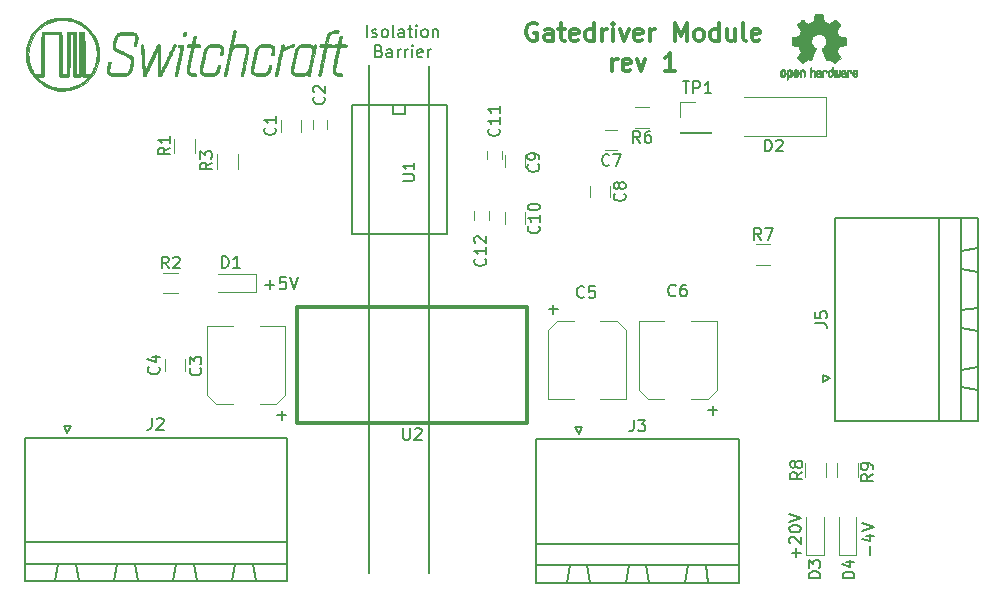
<source format=gto>
G04 #@! TF.FileFunction,Legend,Top*
%FSLAX46Y46*%
G04 Gerber Fmt 4.6, Leading zero omitted, Abs format (unit mm)*
G04 Created by KiCad (PCBNEW 4.0.6) date 2017 August 05, Saturday 23:38:27*
%MOMM*%
%LPD*%
G01*
G04 APERTURE LIST*
%ADD10C,0.100000*%
%ADD11C,0.200000*%
%ADD12C,0.300000*%
%ADD13C,0.010000*%
%ADD14C,0.150000*%
%ADD15C,0.120000*%
%ADD16C,0.350000*%
G04 APERTURE END LIST*
D10*
D11*
X124114286Y-130571429D02*
X124876191Y-130571429D01*
X124495239Y-130952381D02*
X124495239Y-130190476D01*
X125828572Y-129952381D02*
X125352381Y-129952381D01*
X125304762Y-130428571D01*
X125352381Y-130380952D01*
X125447619Y-130333333D01*
X125685715Y-130333333D01*
X125780953Y-130380952D01*
X125828572Y-130428571D01*
X125876191Y-130523810D01*
X125876191Y-130761905D01*
X125828572Y-130857143D01*
X125780953Y-130904762D01*
X125685715Y-130952381D01*
X125447619Y-130952381D01*
X125352381Y-130904762D01*
X125304762Y-130857143D01*
X126161905Y-129952381D02*
X126495238Y-130952381D01*
X126828572Y-129952381D01*
X169071429Y-153661905D02*
X169071429Y-152900000D01*
X169452381Y-153280952D02*
X168690476Y-153280952D01*
X168547619Y-152471429D02*
X168500000Y-152423810D01*
X168452381Y-152328572D01*
X168452381Y-152090476D01*
X168500000Y-151995238D01*
X168547619Y-151947619D01*
X168642857Y-151900000D01*
X168738095Y-151900000D01*
X168880952Y-151947619D01*
X169452381Y-152519048D01*
X169452381Y-151900000D01*
X168452381Y-151280953D02*
X168452381Y-151185714D01*
X168500000Y-151090476D01*
X168547619Y-151042857D01*
X168642857Y-150995238D01*
X168833333Y-150947619D01*
X169071429Y-150947619D01*
X169261905Y-150995238D01*
X169357143Y-151042857D01*
X169404762Y-151090476D01*
X169452381Y-151185714D01*
X169452381Y-151280953D01*
X169404762Y-151376191D01*
X169357143Y-151423810D01*
X169261905Y-151471429D01*
X169071429Y-151519048D01*
X168833333Y-151519048D01*
X168642857Y-151471429D01*
X168547619Y-151423810D01*
X168500000Y-151376191D01*
X168452381Y-151280953D01*
X168452381Y-150661905D02*
X169452381Y-150328572D01*
X168452381Y-149995238D01*
X175271429Y-153485714D02*
X175271429Y-152723809D01*
X174985714Y-151819047D02*
X175652381Y-151819047D01*
X174604762Y-152057143D02*
X175319048Y-152295238D01*
X175319048Y-151676190D01*
X174652381Y-151438095D02*
X175652381Y-151104762D01*
X174652381Y-150771428D01*
X132700000Y-109602381D02*
X132700000Y-108602381D01*
X133128571Y-109554762D02*
X133223809Y-109602381D01*
X133414285Y-109602381D01*
X133509524Y-109554762D01*
X133557143Y-109459524D01*
X133557143Y-109411905D01*
X133509524Y-109316667D01*
X133414285Y-109269048D01*
X133271428Y-109269048D01*
X133176190Y-109221429D01*
X133128571Y-109126190D01*
X133128571Y-109078571D01*
X133176190Y-108983333D01*
X133271428Y-108935714D01*
X133414285Y-108935714D01*
X133509524Y-108983333D01*
X134128571Y-109602381D02*
X134033333Y-109554762D01*
X133985714Y-109507143D01*
X133938095Y-109411905D01*
X133938095Y-109126190D01*
X133985714Y-109030952D01*
X134033333Y-108983333D01*
X134128571Y-108935714D01*
X134271429Y-108935714D01*
X134366667Y-108983333D01*
X134414286Y-109030952D01*
X134461905Y-109126190D01*
X134461905Y-109411905D01*
X134414286Y-109507143D01*
X134366667Y-109554762D01*
X134271429Y-109602381D01*
X134128571Y-109602381D01*
X135033333Y-109602381D02*
X134938095Y-109554762D01*
X134890476Y-109459524D01*
X134890476Y-108602381D01*
X135842858Y-109602381D02*
X135842858Y-109078571D01*
X135795239Y-108983333D01*
X135700001Y-108935714D01*
X135509524Y-108935714D01*
X135414286Y-108983333D01*
X135842858Y-109554762D02*
X135747620Y-109602381D01*
X135509524Y-109602381D01*
X135414286Y-109554762D01*
X135366667Y-109459524D01*
X135366667Y-109364286D01*
X135414286Y-109269048D01*
X135509524Y-109221429D01*
X135747620Y-109221429D01*
X135842858Y-109173810D01*
X136176191Y-108935714D02*
X136557143Y-108935714D01*
X136319048Y-108602381D02*
X136319048Y-109459524D01*
X136366667Y-109554762D01*
X136461905Y-109602381D01*
X136557143Y-109602381D01*
X136890477Y-109602381D02*
X136890477Y-108935714D01*
X136890477Y-108602381D02*
X136842858Y-108650000D01*
X136890477Y-108697619D01*
X136938096Y-108650000D01*
X136890477Y-108602381D01*
X136890477Y-108697619D01*
X137509524Y-109602381D02*
X137414286Y-109554762D01*
X137366667Y-109507143D01*
X137319048Y-109411905D01*
X137319048Y-109126190D01*
X137366667Y-109030952D01*
X137414286Y-108983333D01*
X137509524Y-108935714D01*
X137652382Y-108935714D01*
X137747620Y-108983333D01*
X137795239Y-109030952D01*
X137842858Y-109126190D01*
X137842858Y-109411905D01*
X137795239Y-109507143D01*
X137747620Y-109554762D01*
X137652382Y-109602381D01*
X137509524Y-109602381D01*
X138271429Y-108935714D02*
X138271429Y-109602381D01*
X138271429Y-109030952D02*
X138319048Y-108983333D01*
X138414286Y-108935714D01*
X138557144Y-108935714D01*
X138652382Y-108983333D01*
X138700001Y-109078571D01*
X138700001Y-109602381D01*
X133723810Y-110778571D02*
X133866667Y-110826190D01*
X133914286Y-110873810D01*
X133961905Y-110969048D01*
X133961905Y-111111905D01*
X133914286Y-111207143D01*
X133866667Y-111254762D01*
X133771429Y-111302381D01*
X133390476Y-111302381D01*
X133390476Y-110302381D01*
X133723810Y-110302381D01*
X133819048Y-110350000D01*
X133866667Y-110397619D01*
X133914286Y-110492857D01*
X133914286Y-110588095D01*
X133866667Y-110683333D01*
X133819048Y-110730952D01*
X133723810Y-110778571D01*
X133390476Y-110778571D01*
X134819048Y-111302381D02*
X134819048Y-110778571D01*
X134771429Y-110683333D01*
X134676191Y-110635714D01*
X134485714Y-110635714D01*
X134390476Y-110683333D01*
X134819048Y-111254762D02*
X134723810Y-111302381D01*
X134485714Y-111302381D01*
X134390476Y-111254762D01*
X134342857Y-111159524D01*
X134342857Y-111064286D01*
X134390476Y-110969048D01*
X134485714Y-110921429D01*
X134723810Y-110921429D01*
X134819048Y-110873810D01*
X135295238Y-111302381D02*
X135295238Y-110635714D01*
X135295238Y-110826190D02*
X135342857Y-110730952D01*
X135390476Y-110683333D01*
X135485714Y-110635714D01*
X135580953Y-110635714D01*
X135914286Y-111302381D02*
X135914286Y-110635714D01*
X135914286Y-110826190D02*
X135961905Y-110730952D01*
X136009524Y-110683333D01*
X136104762Y-110635714D01*
X136200001Y-110635714D01*
X136533334Y-111302381D02*
X136533334Y-110635714D01*
X136533334Y-110302381D02*
X136485715Y-110350000D01*
X136533334Y-110397619D01*
X136580953Y-110350000D01*
X136533334Y-110302381D01*
X136533334Y-110397619D01*
X137390477Y-111254762D02*
X137295239Y-111302381D01*
X137104762Y-111302381D01*
X137009524Y-111254762D01*
X136961905Y-111159524D01*
X136961905Y-110778571D01*
X137009524Y-110683333D01*
X137104762Y-110635714D01*
X137295239Y-110635714D01*
X137390477Y-110683333D01*
X137438096Y-110778571D01*
X137438096Y-110873810D01*
X136961905Y-110969048D01*
X137866667Y-111302381D02*
X137866667Y-110635714D01*
X137866667Y-110826190D02*
X137914286Y-110730952D01*
X137961905Y-110683333D01*
X138057143Y-110635714D01*
X138152382Y-110635714D01*
D12*
X147064286Y-108475000D02*
X146921429Y-108403571D01*
X146707143Y-108403571D01*
X146492858Y-108475000D01*
X146350000Y-108617857D01*
X146278572Y-108760714D01*
X146207143Y-109046429D01*
X146207143Y-109260714D01*
X146278572Y-109546429D01*
X146350000Y-109689286D01*
X146492858Y-109832143D01*
X146707143Y-109903571D01*
X146850000Y-109903571D01*
X147064286Y-109832143D01*
X147135715Y-109760714D01*
X147135715Y-109260714D01*
X146850000Y-109260714D01*
X148421429Y-109903571D02*
X148421429Y-109117857D01*
X148350000Y-108975000D01*
X148207143Y-108903571D01*
X147921429Y-108903571D01*
X147778572Y-108975000D01*
X148421429Y-109832143D02*
X148278572Y-109903571D01*
X147921429Y-109903571D01*
X147778572Y-109832143D01*
X147707143Y-109689286D01*
X147707143Y-109546429D01*
X147778572Y-109403571D01*
X147921429Y-109332143D01*
X148278572Y-109332143D01*
X148421429Y-109260714D01*
X148921429Y-108903571D02*
X149492858Y-108903571D01*
X149135715Y-108403571D02*
X149135715Y-109689286D01*
X149207143Y-109832143D01*
X149350001Y-109903571D01*
X149492858Y-109903571D01*
X150564286Y-109832143D02*
X150421429Y-109903571D01*
X150135715Y-109903571D01*
X149992858Y-109832143D01*
X149921429Y-109689286D01*
X149921429Y-109117857D01*
X149992858Y-108975000D01*
X150135715Y-108903571D01*
X150421429Y-108903571D01*
X150564286Y-108975000D01*
X150635715Y-109117857D01*
X150635715Y-109260714D01*
X149921429Y-109403571D01*
X151921429Y-109903571D02*
X151921429Y-108403571D01*
X151921429Y-109832143D02*
X151778572Y-109903571D01*
X151492858Y-109903571D01*
X151350000Y-109832143D01*
X151278572Y-109760714D01*
X151207143Y-109617857D01*
X151207143Y-109189286D01*
X151278572Y-109046429D01*
X151350000Y-108975000D01*
X151492858Y-108903571D01*
X151778572Y-108903571D01*
X151921429Y-108975000D01*
X152635715Y-109903571D02*
X152635715Y-108903571D01*
X152635715Y-109189286D02*
X152707143Y-109046429D01*
X152778572Y-108975000D01*
X152921429Y-108903571D01*
X153064286Y-108903571D01*
X153564286Y-109903571D02*
X153564286Y-108903571D01*
X153564286Y-108403571D02*
X153492857Y-108475000D01*
X153564286Y-108546429D01*
X153635714Y-108475000D01*
X153564286Y-108403571D01*
X153564286Y-108546429D01*
X154135715Y-108903571D02*
X154492858Y-109903571D01*
X154850000Y-108903571D01*
X155992857Y-109832143D02*
X155850000Y-109903571D01*
X155564286Y-109903571D01*
X155421429Y-109832143D01*
X155350000Y-109689286D01*
X155350000Y-109117857D01*
X155421429Y-108975000D01*
X155564286Y-108903571D01*
X155850000Y-108903571D01*
X155992857Y-108975000D01*
X156064286Y-109117857D01*
X156064286Y-109260714D01*
X155350000Y-109403571D01*
X156707143Y-109903571D02*
X156707143Y-108903571D01*
X156707143Y-109189286D02*
X156778571Y-109046429D01*
X156850000Y-108975000D01*
X156992857Y-108903571D01*
X157135714Y-108903571D01*
X158778571Y-109903571D02*
X158778571Y-108403571D01*
X159278571Y-109475000D01*
X159778571Y-108403571D01*
X159778571Y-109903571D01*
X160707143Y-109903571D02*
X160564285Y-109832143D01*
X160492857Y-109760714D01*
X160421428Y-109617857D01*
X160421428Y-109189286D01*
X160492857Y-109046429D01*
X160564285Y-108975000D01*
X160707143Y-108903571D01*
X160921428Y-108903571D01*
X161064285Y-108975000D01*
X161135714Y-109046429D01*
X161207143Y-109189286D01*
X161207143Y-109617857D01*
X161135714Y-109760714D01*
X161064285Y-109832143D01*
X160921428Y-109903571D01*
X160707143Y-109903571D01*
X162492857Y-109903571D02*
X162492857Y-108403571D01*
X162492857Y-109832143D02*
X162350000Y-109903571D01*
X162064286Y-109903571D01*
X161921428Y-109832143D01*
X161850000Y-109760714D01*
X161778571Y-109617857D01*
X161778571Y-109189286D01*
X161850000Y-109046429D01*
X161921428Y-108975000D01*
X162064286Y-108903571D01*
X162350000Y-108903571D01*
X162492857Y-108975000D01*
X163850000Y-108903571D02*
X163850000Y-109903571D01*
X163207143Y-108903571D02*
X163207143Y-109689286D01*
X163278571Y-109832143D01*
X163421429Y-109903571D01*
X163635714Y-109903571D01*
X163778571Y-109832143D01*
X163850000Y-109760714D01*
X164778572Y-109903571D02*
X164635714Y-109832143D01*
X164564286Y-109689286D01*
X164564286Y-108403571D01*
X165921428Y-109832143D02*
X165778571Y-109903571D01*
X165492857Y-109903571D01*
X165350000Y-109832143D01*
X165278571Y-109689286D01*
X165278571Y-109117857D01*
X165350000Y-108975000D01*
X165492857Y-108903571D01*
X165778571Y-108903571D01*
X165921428Y-108975000D01*
X165992857Y-109117857D01*
X165992857Y-109260714D01*
X165278571Y-109403571D01*
X153492858Y-112453571D02*
X153492858Y-111453571D01*
X153492858Y-111739286D02*
X153564286Y-111596429D01*
X153635715Y-111525000D01*
X153778572Y-111453571D01*
X153921429Y-111453571D01*
X154992857Y-112382143D02*
X154850000Y-112453571D01*
X154564286Y-112453571D01*
X154421429Y-112382143D01*
X154350000Y-112239286D01*
X154350000Y-111667857D01*
X154421429Y-111525000D01*
X154564286Y-111453571D01*
X154850000Y-111453571D01*
X154992857Y-111525000D01*
X155064286Y-111667857D01*
X155064286Y-111810714D01*
X154350000Y-111953571D01*
X155564286Y-111453571D02*
X155921429Y-112453571D01*
X156278571Y-111453571D01*
X158778571Y-112453571D02*
X157921428Y-112453571D01*
X158350000Y-112453571D02*
X158350000Y-110953571D01*
X158207143Y-111167857D01*
X158064285Y-111310714D01*
X157921428Y-111382143D01*
D11*
X137922000Y-155000000D02*
X137922000Y-112014000D01*
X132905500Y-155000000D02*
X132905500Y-111950500D01*
D13*
G36*
X107073092Y-107951053D02*
X107188584Y-107954230D01*
X107290225Y-107960321D01*
X107383763Y-107969977D01*
X107474946Y-107983849D01*
X107569525Y-108002588D01*
X107673246Y-108026847D01*
X107720869Y-108038825D01*
X107981062Y-108118164D01*
X108231649Y-108220139D01*
X108471351Y-108343457D01*
X108698891Y-108486827D01*
X108912991Y-108648958D01*
X109112374Y-108828557D01*
X109295760Y-109024334D01*
X109461873Y-109234997D01*
X109609434Y-109459253D01*
X109737165Y-109695812D01*
X109843788Y-109943382D01*
X109928026Y-110200670D01*
X109952340Y-110294243D01*
X109975632Y-110394191D01*
X109993915Y-110483195D01*
X110007760Y-110566717D01*
X110017737Y-110650219D01*
X110024417Y-110739162D01*
X110028370Y-110839008D01*
X110030167Y-110955217D01*
X110030450Y-111042000D01*
X110029747Y-111171756D01*
X110027258Y-111281602D01*
X110022413Y-111377001D01*
X110014641Y-111463413D01*
X110003372Y-111546300D01*
X109988036Y-111631124D01*
X109968060Y-111723345D01*
X109952340Y-111789756D01*
X109876723Y-112048518D01*
X109777791Y-112299442D01*
X109656857Y-112540893D01*
X109515237Y-112771239D01*
X109354245Y-112988844D01*
X109175197Y-113192076D01*
X108979406Y-113379302D01*
X108768187Y-113548887D01*
X108542856Y-113699198D01*
X108315950Y-113823127D01*
X108068772Y-113932567D01*
X107820797Y-114018325D01*
X107567484Y-114081844D01*
X107414250Y-114109386D01*
X107348693Y-114117218D01*
X107263836Y-114123891D01*
X107165300Y-114129279D01*
X107058704Y-114133251D01*
X106949668Y-114135682D01*
X106843812Y-114136443D01*
X106746757Y-114135406D01*
X106664121Y-114132443D01*
X106604763Y-114127805D01*
X106321338Y-114083587D01*
X106049261Y-114016652D01*
X105788339Y-113926908D01*
X105538379Y-113814264D01*
X105299186Y-113678629D01*
X105070566Y-113519912D01*
X104852326Y-113338020D01*
X104774251Y-113264907D01*
X104581223Y-113061316D01*
X104495921Y-112953350D01*
X104765132Y-112953350D01*
X104830398Y-113026561D01*
X104890008Y-113088242D01*
X104965864Y-113158799D01*
X105052606Y-113233752D01*
X105144875Y-113308622D01*
X105237311Y-113378930D01*
X105324552Y-113440198D01*
X105328726Y-113442973D01*
X105556513Y-113580387D01*
X105791702Y-113695149D01*
X106036226Y-113787937D01*
X106292018Y-113859430D01*
X106561009Y-113910306D01*
X106715750Y-113929795D01*
X106764578Y-113932622D01*
X106832971Y-113933456D01*
X106915191Y-113932514D01*
X107005498Y-113930014D01*
X107098153Y-113926172D01*
X107187419Y-113921208D01*
X107267556Y-113915338D01*
X107332826Y-113908781D01*
X107357100Y-113905467D01*
X107622311Y-113851667D01*
X107882233Y-113773517D01*
X108134644Y-113671880D01*
X108377323Y-113547618D01*
X108547273Y-113442973D01*
X108634112Y-113382279D01*
X108726416Y-113312318D01*
X108818825Y-113237568D01*
X108905979Y-113162509D01*
X108982518Y-113091619D01*
X109043079Y-113029379D01*
X109045605Y-113026561D01*
X109110873Y-112953350D01*
X108866773Y-112949893D01*
X108773085Y-112947831D01*
X108698246Y-112944634D01*
X108644123Y-112940424D01*
X108612582Y-112935327D01*
X108605836Y-112932462D01*
X108603435Y-112926759D01*
X108601262Y-112913081D01*
X108599308Y-112890301D01*
X108597562Y-112857294D01*
X108596014Y-112812933D01*
X108594652Y-112756094D01*
X108593467Y-112685649D01*
X108592448Y-112600472D01*
X108591584Y-112499439D01*
X108590865Y-112381422D01*
X108590281Y-112245296D01*
X108589821Y-112089934D01*
X108589473Y-111914212D01*
X108589229Y-111717002D01*
X108589077Y-111497178D01*
X108589007Y-111253615D01*
X108589000Y-111129344D01*
X108589000Y-109340200D01*
X108500100Y-109340200D01*
X108500100Y-111128360D01*
X108500051Y-111390085D01*
X108499901Y-111627383D01*
X108499640Y-111841226D01*
X108499261Y-112032586D01*
X108498756Y-112202434D01*
X108498115Y-112351743D01*
X108497331Y-112481486D01*
X108496396Y-112592634D01*
X108495302Y-112686160D01*
X108494040Y-112763036D01*
X108492601Y-112824234D01*
X108490979Y-112870726D01*
X108489164Y-112903485D01*
X108487149Y-112923482D01*
X108484924Y-112931690D01*
X108484859Y-112931760D01*
X108470973Y-112937094D01*
X108440051Y-112941184D01*
X108390242Y-112944121D01*
X108319693Y-112945992D01*
X108226552Y-112946889D01*
X108169900Y-112947000D01*
X108064554Y-112946565D01*
X107982742Y-112945200D01*
X107922613Y-112942817D01*
X107882313Y-112939325D01*
X107859991Y-112934635D01*
X107854940Y-112931760D01*
X107852709Y-112923865D01*
X107850688Y-112904208D01*
X107848868Y-112871817D01*
X107847240Y-112825720D01*
X107845797Y-112764943D01*
X107844530Y-112688516D01*
X107843431Y-112595466D01*
X107842491Y-112484820D01*
X107841704Y-112355607D01*
X107841059Y-112206854D01*
X107840550Y-112037590D01*
X107840168Y-111846841D01*
X107839904Y-111633636D01*
X107839751Y-111397002D01*
X107839700Y-111135968D01*
X107839700Y-109340200D01*
X107522200Y-109340200D01*
X107522200Y-111128360D01*
X107522151Y-111390085D01*
X107522001Y-111627383D01*
X107521740Y-111841226D01*
X107521361Y-112032586D01*
X107520856Y-112202434D01*
X107520215Y-112351743D01*
X107519431Y-112481486D01*
X107518496Y-112592634D01*
X107517402Y-112686160D01*
X107516140Y-112763036D01*
X107514701Y-112824234D01*
X107513079Y-112870726D01*
X107511264Y-112903485D01*
X107509249Y-112923482D01*
X107507024Y-112931690D01*
X107506960Y-112931760D01*
X107490070Y-112936222D01*
X107451531Y-112939975D01*
X107395079Y-112943019D01*
X107324456Y-112945353D01*
X107243399Y-112946978D01*
X107155650Y-112947893D01*
X107064945Y-112948099D01*
X106975027Y-112947595D01*
X106889632Y-112946382D01*
X106812501Y-112944459D01*
X106747373Y-112941827D01*
X106697988Y-112938486D01*
X106668084Y-112934435D01*
X106661140Y-112931760D01*
X106658909Y-112923865D01*
X106656888Y-112904208D01*
X106655068Y-112871817D01*
X106653440Y-112825720D01*
X106651997Y-112764943D01*
X106650730Y-112688516D01*
X106649631Y-112595466D01*
X106648691Y-112484820D01*
X106647904Y-112355607D01*
X106647259Y-112206854D01*
X106646750Y-112037590D01*
X106646368Y-111846841D01*
X106646104Y-111633636D01*
X106645951Y-111397002D01*
X106645900Y-111135968D01*
X106645900Y-109340200D01*
X105350500Y-109340200D01*
X105350500Y-111129344D01*
X105350465Y-111384479D01*
X105350354Y-111615342D01*
X105350156Y-111823061D01*
X105349860Y-112008765D01*
X105349456Y-112173580D01*
X105348934Y-112318636D01*
X105348282Y-112445060D01*
X105347491Y-112553980D01*
X105346549Y-112646524D01*
X105345447Y-112723821D01*
X105344173Y-112786997D01*
X105342717Y-112837183D01*
X105341069Y-112875504D01*
X105339217Y-112903090D01*
X105337152Y-112921068D01*
X105334863Y-112930567D01*
X105333629Y-112932491D01*
X105314214Y-112937844D01*
X105270604Y-112942372D01*
X105203992Y-112946003D01*
X105115574Y-112948666D01*
X105040945Y-112949921D01*
X104765132Y-112953350D01*
X104495921Y-112953350D01*
X104409413Y-112843860D01*
X104259045Y-112612969D01*
X104130341Y-112369072D01*
X104023524Y-112112599D01*
X103938817Y-111843980D01*
X103876442Y-111563644D01*
X103868635Y-111518250D01*
X103858984Y-111440954D01*
X103851702Y-111343899D01*
X103846789Y-111232613D01*
X103844245Y-111112626D01*
X103844187Y-111071434D01*
X104042959Y-111071434D01*
X104058613Y-111336778D01*
X104099421Y-111602228D01*
X104165441Y-111866885D01*
X104195283Y-111961466D01*
X104233968Y-112066079D01*
X104283880Y-112183679D01*
X104341347Y-112306683D01*
X104402697Y-112427508D01*
X104464256Y-112538570D01*
X104514162Y-112619878D01*
X104594850Y-112743606D01*
X105147300Y-112743800D01*
X105147300Y-110955639D01*
X105147348Y-110693914D01*
X105147498Y-110456616D01*
X105147759Y-110242773D01*
X105148138Y-110051413D01*
X105148643Y-109881565D01*
X105149284Y-109732256D01*
X105150068Y-109602513D01*
X105151003Y-109491365D01*
X105152097Y-109397839D01*
X105153359Y-109320963D01*
X105154798Y-109259765D01*
X105156420Y-109213273D01*
X105158235Y-109180514D01*
X105160250Y-109160517D01*
X105162475Y-109152309D01*
X105162540Y-109152239D01*
X105178197Y-109149020D01*
X105216644Y-109146149D01*
X105275272Y-109143627D01*
X105351472Y-109141453D01*
X105442636Y-109139628D01*
X105546156Y-109138151D01*
X105659423Y-109137023D01*
X105779829Y-109136243D01*
X105904765Y-109135812D01*
X106031623Y-109135730D01*
X106157795Y-109135996D01*
X106280672Y-109136610D01*
X106397645Y-109137573D01*
X106506107Y-109138885D01*
X106603449Y-109140545D01*
X106687063Y-109142554D01*
X106754340Y-109144911D01*
X106802671Y-109147617D01*
X106829449Y-109150671D01*
X106833860Y-109152239D01*
X106836090Y-109160134D01*
X106838111Y-109179791D01*
X106839931Y-109212182D01*
X106841559Y-109258279D01*
X106843002Y-109319056D01*
X106844269Y-109395483D01*
X106845368Y-109488533D01*
X106846308Y-109599179D01*
X106847095Y-109728392D01*
X106847740Y-109877145D01*
X106848249Y-110046409D01*
X106848631Y-110237158D01*
X106848895Y-110450363D01*
X106849048Y-110686997D01*
X106849099Y-110948031D01*
X106849100Y-110955639D01*
X106849100Y-112743800D01*
X107319000Y-112743800D01*
X107319000Y-110955640D01*
X107319048Y-110693914D01*
X107319198Y-110456616D01*
X107319459Y-110242773D01*
X107319838Y-110051413D01*
X107320343Y-109881565D01*
X107320984Y-109732256D01*
X107321768Y-109602513D01*
X107322703Y-109491365D01*
X107323797Y-109397839D01*
X107325059Y-109320963D01*
X107326498Y-109259765D01*
X107328120Y-109213273D01*
X107329935Y-109180514D01*
X107331950Y-109160517D01*
X107334175Y-109152309D01*
X107334240Y-109152239D01*
X107351581Y-109147335D01*
X107390140Y-109143307D01*
X107445753Y-109140156D01*
X107514252Y-109137882D01*
X107591472Y-109136485D01*
X107673245Y-109135965D01*
X107755407Y-109136322D01*
X107833792Y-109137556D01*
X107904232Y-109139666D01*
X107962562Y-109142653D01*
X108004616Y-109146518D01*
X108026227Y-109151259D01*
X108027659Y-109152240D01*
X108029890Y-109160134D01*
X108031911Y-109179791D01*
X108033731Y-109212182D01*
X108035359Y-109258279D01*
X108036802Y-109319056D01*
X108038069Y-109395483D01*
X108039168Y-109488533D01*
X108040108Y-109599179D01*
X108040895Y-109728392D01*
X108041540Y-109877145D01*
X108042049Y-110046409D01*
X108042431Y-110237158D01*
X108042695Y-110450363D01*
X108042848Y-110686997D01*
X108042899Y-110948031D01*
X108042900Y-110955640D01*
X108042900Y-112743800D01*
X108296900Y-112743800D01*
X108296900Y-110955640D01*
X108296948Y-110693914D01*
X108297098Y-110456616D01*
X108297359Y-110242773D01*
X108297738Y-110051413D01*
X108298243Y-109881565D01*
X108298884Y-109732256D01*
X108299668Y-109602513D01*
X108300603Y-109491365D01*
X108301697Y-109397839D01*
X108302959Y-109320963D01*
X108304398Y-109259765D01*
X108306020Y-109213273D01*
X108307835Y-109180514D01*
X108309850Y-109160517D01*
X108312075Y-109152309D01*
X108312140Y-109152239D01*
X108330553Y-109146318D01*
X108369119Y-109141752D01*
X108422626Y-109138542D01*
X108485864Y-109136688D01*
X108553621Y-109136190D01*
X108620685Y-109137048D01*
X108681847Y-109139262D01*
X108731894Y-109142832D01*
X108765616Y-109147758D01*
X108776959Y-109152239D01*
X108779190Y-109160134D01*
X108781211Y-109179791D01*
X108783031Y-109212182D01*
X108784659Y-109258279D01*
X108786102Y-109319056D01*
X108787369Y-109395483D01*
X108788468Y-109488533D01*
X108789408Y-109599179D01*
X108790195Y-109728392D01*
X108790840Y-109877145D01*
X108791349Y-110046409D01*
X108791731Y-110237158D01*
X108791995Y-110450363D01*
X108792148Y-110686997D01*
X108792199Y-110948031D01*
X108792200Y-110955639D01*
X108792200Y-112743800D01*
X109281150Y-112743606D01*
X109361837Y-112619878D01*
X109419934Y-112524248D01*
X109481280Y-112411864D01*
X109542161Y-112290401D01*
X109598860Y-112167530D01*
X109647661Y-112050925D01*
X109680062Y-111962750D01*
X109755394Y-111700443D01*
X109805500Y-111436619D01*
X109830441Y-111172178D01*
X109830274Y-110908016D01*
X109805060Y-110645034D01*
X109754857Y-110384129D01*
X109679727Y-110126200D01*
X109579726Y-109872146D01*
X109535712Y-109777821D01*
X109405883Y-109539534D01*
X109256696Y-109317120D01*
X109089228Y-109111366D01*
X108904553Y-108923057D01*
X108703748Y-108752980D01*
X108487890Y-108601921D01*
X108258054Y-108470667D01*
X108015316Y-108360003D01*
X107760752Y-108270718D01*
X107495439Y-108203595D01*
X107343947Y-108176195D01*
X107246850Y-108164736D01*
X107131766Y-108157068D01*
X107005824Y-108153190D01*
X106876153Y-108153102D01*
X106749881Y-108156805D01*
X106634137Y-108164297D01*
X106536050Y-108175581D01*
X106532052Y-108176195D01*
X106260810Y-108230758D01*
X105999835Y-108307941D01*
X105750175Y-108406978D01*
X105512879Y-108527105D01*
X105288995Y-108667555D01*
X105079569Y-108827563D01*
X104885651Y-109006363D01*
X104708288Y-109203190D01*
X104548528Y-109417278D01*
X104407420Y-109647861D01*
X104339904Y-109777821D01*
X104230685Y-110029130D01*
X104146321Y-110285046D01*
X104086872Y-110544668D01*
X104052398Y-110807098D01*
X104042959Y-111071434D01*
X103844187Y-111071434D01*
X103844070Y-110989466D01*
X103846265Y-110868663D01*
X103850828Y-110755747D01*
X103857761Y-110656246D01*
X103867063Y-110575690D01*
X103868635Y-110565750D01*
X103915836Y-110327655D01*
X103976968Y-110104821D01*
X104054348Y-109889919D01*
X104149740Y-109676750D01*
X104281930Y-109434908D01*
X104434451Y-109206959D01*
X104605865Y-108994077D01*
X104794736Y-108797437D01*
X104999624Y-108618212D01*
X105219094Y-108457577D01*
X105451706Y-108316706D01*
X105696023Y-108196773D01*
X105950607Y-108098953D01*
X106155130Y-108038825D01*
X106264400Y-108012057D01*
X106362114Y-107991081D01*
X106454022Y-107975246D01*
X106545873Y-107963900D01*
X106643413Y-107956393D01*
X106752394Y-107952073D01*
X106878562Y-107950289D01*
X106938000Y-107950139D01*
X107073092Y-107951053D01*
X107073092Y-107951053D01*
G37*
X107073092Y-107951053D02*
X107188584Y-107954230D01*
X107290225Y-107960321D01*
X107383763Y-107969977D01*
X107474946Y-107983849D01*
X107569525Y-108002588D01*
X107673246Y-108026847D01*
X107720869Y-108038825D01*
X107981062Y-108118164D01*
X108231649Y-108220139D01*
X108471351Y-108343457D01*
X108698891Y-108486827D01*
X108912991Y-108648958D01*
X109112374Y-108828557D01*
X109295760Y-109024334D01*
X109461873Y-109234997D01*
X109609434Y-109459253D01*
X109737165Y-109695812D01*
X109843788Y-109943382D01*
X109928026Y-110200670D01*
X109952340Y-110294243D01*
X109975632Y-110394191D01*
X109993915Y-110483195D01*
X110007760Y-110566717D01*
X110017737Y-110650219D01*
X110024417Y-110739162D01*
X110028370Y-110839008D01*
X110030167Y-110955217D01*
X110030450Y-111042000D01*
X110029747Y-111171756D01*
X110027258Y-111281602D01*
X110022413Y-111377001D01*
X110014641Y-111463413D01*
X110003372Y-111546300D01*
X109988036Y-111631124D01*
X109968060Y-111723345D01*
X109952340Y-111789756D01*
X109876723Y-112048518D01*
X109777791Y-112299442D01*
X109656857Y-112540893D01*
X109515237Y-112771239D01*
X109354245Y-112988844D01*
X109175197Y-113192076D01*
X108979406Y-113379302D01*
X108768187Y-113548887D01*
X108542856Y-113699198D01*
X108315950Y-113823127D01*
X108068772Y-113932567D01*
X107820797Y-114018325D01*
X107567484Y-114081844D01*
X107414250Y-114109386D01*
X107348693Y-114117218D01*
X107263836Y-114123891D01*
X107165300Y-114129279D01*
X107058704Y-114133251D01*
X106949668Y-114135682D01*
X106843812Y-114136443D01*
X106746757Y-114135406D01*
X106664121Y-114132443D01*
X106604763Y-114127805D01*
X106321338Y-114083587D01*
X106049261Y-114016652D01*
X105788339Y-113926908D01*
X105538379Y-113814264D01*
X105299186Y-113678629D01*
X105070566Y-113519912D01*
X104852326Y-113338020D01*
X104774251Y-113264907D01*
X104581223Y-113061316D01*
X104495921Y-112953350D01*
X104765132Y-112953350D01*
X104830398Y-113026561D01*
X104890008Y-113088242D01*
X104965864Y-113158799D01*
X105052606Y-113233752D01*
X105144875Y-113308622D01*
X105237311Y-113378930D01*
X105324552Y-113440198D01*
X105328726Y-113442973D01*
X105556513Y-113580387D01*
X105791702Y-113695149D01*
X106036226Y-113787937D01*
X106292018Y-113859430D01*
X106561009Y-113910306D01*
X106715750Y-113929795D01*
X106764578Y-113932622D01*
X106832971Y-113933456D01*
X106915191Y-113932514D01*
X107005498Y-113930014D01*
X107098153Y-113926172D01*
X107187419Y-113921208D01*
X107267556Y-113915338D01*
X107332826Y-113908781D01*
X107357100Y-113905467D01*
X107622311Y-113851667D01*
X107882233Y-113773517D01*
X108134644Y-113671880D01*
X108377323Y-113547618D01*
X108547273Y-113442973D01*
X108634112Y-113382279D01*
X108726416Y-113312318D01*
X108818825Y-113237568D01*
X108905979Y-113162509D01*
X108982518Y-113091619D01*
X109043079Y-113029379D01*
X109045605Y-113026561D01*
X109110873Y-112953350D01*
X108866773Y-112949893D01*
X108773085Y-112947831D01*
X108698246Y-112944634D01*
X108644123Y-112940424D01*
X108612582Y-112935327D01*
X108605836Y-112932462D01*
X108603435Y-112926759D01*
X108601262Y-112913081D01*
X108599308Y-112890301D01*
X108597562Y-112857294D01*
X108596014Y-112812933D01*
X108594652Y-112756094D01*
X108593467Y-112685649D01*
X108592448Y-112600472D01*
X108591584Y-112499439D01*
X108590865Y-112381422D01*
X108590281Y-112245296D01*
X108589821Y-112089934D01*
X108589473Y-111914212D01*
X108589229Y-111717002D01*
X108589077Y-111497178D01*
X108589007Y-111253615D01*
X108589000Y-111129344D01*
X108589000Y-109340200D01*
X108500100Y-109340200D01*
X108500100Y-111128360D01*
X108500051Y-111390085D01*
X108499901Y-111627383D01*
X108499640Y-111841226D01*
X108499261Y-112032586D01*
X108498756Y-112202434D01*
X108498115Y-112351743D01*
X108497331Y-112481486D01*
X108496396Y-112592634D01*
X108495302Y-112686160D01*
X108494040Y-112763036D01*
X108492601Y-112824234D01*
X108490979Y-112870726D01*
X108489164Y-112903485D01*
X108487149Y-112923482D01*
X108484924Y-112931690D01*
X108484859Y-112931760D01*
X108470973Y-112937094D01*
X108440051Y-112941184D01*
X108390242Y-112944121D01*
X108319693Y-112945992D01*
X108226552Y-112946889D01*
X108169900Y-112947000D01*
X108064554Y-112946565D01*
X107982742Y-112945200D01*
X107922613Y-112942817D01*
X107882313Y-112939325D01*
X107859991Y-112934635D01*
X107854940Y-112931760D01*
X107852709Y-112923865D01*
X107850688Y-112904208D01*
X107848868Y-112871817D01*
X107847240Y-112825720D01*
X107845797Y-112764943D01*
X107844530Y-112688516D01*
X107843431Y-112595466D01*
X107842491Y-112484820D01*
X107841704Y-112355607D01*
X107841059Y-112206854D01*
X107840550Y-112037590D01*
X107840168Y-111846841D01*
X107839904Y-111633636D01*
X107839751Y-111397002D01*
X107839700Y-111135968D01*
X107839700Y-109340200D01*
X107522200Y-109340200D01*
X107522200Y-111128360D01*
X107522151Y-111390085D01*
X107522001Y-111627383D01*
X107521740Y-111841226D01*
X107521361Y-112032586D01*
X107520856Y-112202434D01*
X107520215Y-112351743D01*
X107519431Y-112481486D01*
X107518496Y-112592634D01*
X107517402Y-112686160D01*
X107516140Y-112763036D01*
X107514701Y-112824234D01*
X107513079Y-112870726D01*
X107511264Y-112903485D01*
X107509249Y-112923482D01*
X107507024Y-112931690D01*
X107506960Y-112931760D01*
X107490070Y-112936222D01*
X107451531Y-112939975D01*
X107395079Y-112943019D01*
X107324456Y-112945353D01*
X107243399Y-112946978D01*
X107155650Y-112947893D01*
X107064945Y-112948099D01*
X106975027Y-112947595D01*
X106889632Y-112946382D01*
X106812501Y-112944459D01*
X106747373Y-112941827D01*
X106697988Y-112938486D01*
X106668084Y-112934435D01*
X106661140Y-112931760D01*
X106658909Y-112923865D01*
X106656888Y-112904208D01*
X106655068Y-112871817D01*
X106653440Y-112825720D01*
X106651997Y-112764943D01*
X106650730Y-112688516D01*
X106649631Y-112595466D01*
X106648691Y-112484820D01*
X106647904Y-112355607D01*
X106647259Y-112206854D01*
X106646750Y-112037590D01*
X106646368Y-111846841D01*
X106646104Y-111633636D01*
X106645951Y-111397002D01*
X106645900Y-111135968D01*
X106645900Y-109340200D01*
X105350500Y-109340200D01*
X105350500Y-111129344D01*
X105350465Y-111384479D01*
X105350354Y-111615342D01*
X105350156Y-111823061D01*
X105349860Y-112008765D01*
X105349456Y-112173580D01*
X105348934Y-112318636D01*
X105348282Y-112445060D01*
X105347491Y-112553980D01*
X105346549Y-112646524D01*
X105345447Y-112723821D01*
X105344173Y-112786997D01*
X105342717Y-112837183D01*
X105341069Y-112875504D01*
X105339217Y-112903090D01*
X105337152Y-112921068D01*
X105334863Y-112930567D01*
X105333629Y-112932491D01*
X105314214Y-112937844D01*
X105270604Y-112942372D01*
X105203992Y-112946003D01*
X105115574Y-112948666D01*
X105040945Y-112949921D01*
X104765132Y-112953350D01*
X104495921Y-112953350D01*
X104409413Y-112843860D01*
X104259045Y-112612969D01*
X104130341Y-112369072D01*
X104023524Y-112112599D01*
X103938817Y-111843980D01*
X103876442Y-111563644D01*
X103868635Y-111518250D01*
X103858984Y-111440954D01*
X103851702Y-111343899D01*
X103846789Y-111232613D01*
X103844245Y-111112626D01*
X103844187Y-111071434D01*
X104042959Y-111071434D01*
X104058613Y-111336778D01*
X104099421Y-111602228D01*
X104165441Y-111866885D01*
X104195283Y-111961466D01*
X104233968Y-112066079D01*
X104283880Y-112183679D01*
X104341347Y-112306683D01*
X104402697Y-112427508D01*
X104464256Y-112538570D01*
X104514162Y-112619878D01*
X104594850Y-112743606D01*
X105147300Y-112743800D01*
X105147300Y-110955639D01*
X105147348Y-110693914D01*
X105147498Y-110456616D01*
X105147759Y-110242773D01*
X105148138Y-110051413D01*
X105148643Y-109881565D01*
X105149284Y-109732256D01*
X105150068Y-109602513D01*
X105151003Y-109491365D01*
X105152097Y-109397839D01*
X105153359Y-109320963D01*
X105154798Y-109259765D01*
X105156420Y-109213273D01*
X105158235Y-109180514D01*
X105160250Y-109160517D01*
X105162475Y-109152309D01*
X105162540Y-109152239D01*
X105178197Y-109149020D01*
X105216644Y-109146149D01*
X105275272Y-109143627D01*
X105351472Y-109141453D01*
X105442636Y-109139628D01*
X105546156Y-109138151D01*
X105659423Y-109137023D01*
X105779829Y-109136243D01*
X105904765Y-109135812D01*
X106031623Y-109135730D01*
X106157795Y-109135996D01*
X106280672Y-109136610D01*
X106397645Y-109137573D01*
X106506107Y-109138885D01*
X106603449Y-109140545D01*
X106687063Y-109142554D01*
X106754340Y-109144911D01*
X106802671Y-109147617D01*
X106829449Y-109150671D01*
X106833860Y-109152239D01*
X106836090Y-109160134D01*
X106838111Y-109179791D01*
X106839931Y-109212182D01*
X106841559Y-109258279D01*
X106843002Y-109319056D01*
X106844269Y-109395483D01*
X106845368Y-109488533D01*
X106846308Y-109599179D01*
X106847095Y-109728392D01*
X106847740Y-109877145D01*
X106848249Y-110046409D01*
X106848631Y-110237158D01*
X106848895Y-110450363D01*
X106849048Y-110686997D01*
X106849099Y-110948031D01*
X106849100Y-110955639D01*
X106849100Y-112743800D01*
X107319000Y-112743800D01*
X107319000Y-110955640D01*
X107319048Y-110693914D01*
X107319198Y-110456616D01*
X107319459Y-110242773D01*
X107319838Y-110051413D01*
X107320343Y-109881565D01*
X107320984Y-109732256D01*
X107321768Y-109602513D01*
X107322703Y-109491365D01*
X107323797Y-109397839D01*
X107325059Y-109320963D01*
X107326498Y-109259765D01*
X107328120Y-109213273D01*
X107329935Y-109180514D01*
X107331950Y-109160517D01*
X107334175Y-109152309D01*
X107334240Y-109152239D01*
X107351581Y-109147335D01*
X107390140Y-109143307D01*
X107445753Y-109140156D01*
X107514252Y-109137882D01*
X107591472Y-109136485D01*
X107673245Y-109135965D01*
X107755407Y-109136322D01*
X107833792Y-109137556D01*
X107904232Y-109139666D01*
X107962562Y-109142653D01*
X108004616Y-109146518D01*
X108026227Y-109151259D01*
X108027659Y-109152240D01*
X108029890Y-109160134D01*
X108031911Y-109179791D01*
X108033731Y-109212182D01*
X108035359Y-109258279D01*
X108036802Y-109319056D01*
X108038069Y-109395483D01*
X108039168Y-109488533D01*
X108040108Y-109599179D01*
X108040895Y-109728392D01*
X108041540Y-109877145D01*
X108042049Y-110046409D01*
X108042431Y-110237158D01*
X108042695Y-110450363D01*
X108042848Y-110686997D01*
X108042899Y-110948031D01*
X108042900Y-110955640D01*
X108042900Y-112743800D01*
X108296900Y-112743800D01*
X108296900Y-110955640D01*
X108296948Y-110693914D01*
X108297098Y-110456616D01*
X108297359Y-110242773D01*
X108297738Y-110051413D01*
X108298243Y-109881565D01*
X108298884Y-109732256D01*
X108299668Y-109602513D01*
X108300603Y-109491365D01*
X108301697Y-109397839D01*
X108302959Y-109320963D01*
X108304398Y-109259765D01*
X108306020Y-109213273D01*
X108307835Y-109180514D01*
X108309850Y-109160517D01*
X108312075Y-109152309D01*
X108312140Y-109152239D01*
X108330553Y-109146318D01*
X108369119Y-109141752D01*
X108422626Y-109138542D01*
X108485864Y-109136688D01*
X108553621Y-109136190D01*
X108620685Y-109137048D01*
X108681847Y-109139262D01*
X108731894Y-109142832D01*
X108765616Y-109147758D01*
X108776959Y-109152239D01*
X108779190Y-109160134D01*
X108781211Y-109179791D01*
X108783031Y-109212182D01*
X108784659Y-109258279D01*
X108786102Y-109319056D01*
X108787369Y-109395483D01*
X108788468Y-109488533D01*
X108789408Y-109599179D01*
X108790195Y-109728392D01*
X108790840Y-109877145D01*
X108791349Y-110046409D01*
X108791731Y-110237158D01*
X108791995Y-110450363D01*
X108792148Y-110686997D01*
X108792199Y-110948031D01*
X108792200Y-110955639D01*
X108792200Y-112743800D01*
X109281150Y-112743606D01*
X109361837Y-112619878D01*
X109419934Y-112524248D01*
X109481280Y-112411864D01*
X109542161Y-112290401D01*
X109598860Y-112167530D01*
X109647661Y-112050925D01*
X109680062Y-111962750D01*
X109755394Y-111700443D01*
X109805500Y-111436619D01*
X109830441Y-111172178D01*
X109830274Y-110908016D01*
X109805060Y-110645034D01*
X109754857Y-110384129D01*
X109679727Y-110126200D01*
X109579726Y-109872146D01*
X109535712Y-109777821D01*
X109405883Y-109539534D01*
X109256696Y-109317120D01*
X109089228Y-109111366D01*
X108904553Y-108923057D01*
X108703748Y-108752980D01*
X108487890Y-108601921D01*
X108258054Y-108470667D01*
X108015316Y-108360003D01*
X107760752Y-108270718D01*
X107495439Y-108203595D01*
X107343947Y-108176195D01*
X107246850Y-108164736D01*
X107131766Y-108157068D01*
X107005824Y-108153190D01*
X106876153Y-108153102D01*
X106749881Y-108156805D01*
X106634137Y-108164297D01*
X106536050Y-108175581D01*
X106532052Y-108176195D01*
X106260810Y-108230758D01*
X105999835Y-108307941D01*
X105750175Y-108406978D01*
X105512879Y-108527105D01*
X105288995Y-108667555D01*
X105079569Y-108827563D01*
X104885651Y-109006363D01*
X104708288Y-109203190D01*
X104548528Y-109417278D01*
X104407420Y-109647861D01*
X104339904Y-109777821D01*
X104230685Y-110029130D01*
X104146321Y-110285046D01*
X104086872Y-110544668D01*
X104052398Y-110807098D01*
X104042959Y-111071434D01*
X103844187Y-111071434D01*
X103844070Y-110989466D01*
X103846265Y-110868663D01*
X103850828Y-110755747D01*
X103857761Y-110656246D01*
X103867063Y-110575690D01*
X103868635Y-110565750D01*
X103915836Y-110327655D01*
X103976968Y-110104821D01*
X104054348Y-109889919D01*
X104149740Y-109676750D01*
X104281930Y-109434908D01*
X104434451Y-109206959D01*
X104605865Y-108994077D01*
X104794736Y-108797437D01*
X104999624Y-108618212D01*
X105219094Y-108457577D01*
X105451706Y-108316706D01*
X105696023Y-108196773D01*
X105950607Y-108098953D01*
X106155130Y-108038825D01*
X106264400Y-108012057D01*
X106362114Y-107991081D01*
X106454022Y-107975246D01*
X106545873Y-107963900D01*
X106643413Y-107956393D01*
X106752394Y-107952073D01*
X106878562Y-107950289D01*
X106938000Y-107950139D01*
X107073092Y-107951053D01*
G36*
X112549209Y-109189569D02*
X112671302Y-109192018D01*
X112774807Y-109197036D01*
X112861977Y-109204929D01*
X112935066Y-109216005D01*
X112996326Y-109230571D01*
X113048012Y-109248935D01*
X113092374Y-109271404D01*
X113131668Y-109298287D01*
X113152629Y-109315675D01*
X113193431Y-109359311D01*
X113231221Y-109412502D01*
X113246011Y-109439076D01*
X113260982Y-109471170D01*
X113270997Y-109499308D01*
X113276993Y-109529778D01*
X113279904Y-109568863D01*
X113280667Y-109622852D01*
X113280442Y-109670400D01*
X113279255Y-109732424D01*
X113276157Y-109787489D01*
X113270301Y-109841837D01*
X113260842Y-109901707D01*
X113246932Y-109973339D01*
X113227725Y-110062974D01*
X113226330Y-110069313D01*
X113209160Y-110144910D01*
X113192823Y-110212534D01*
X113178401Y-110268034D01*
X113166976Y-110307259D01*
X113159629Y-110326059D01*
X113159308Y-110326488D01*
X113138211Y-110336525D01*
X113101418Y-110342142D01*
X113058260Y-110343244D01*
X113018070Y-110339736D01*
X112990181Y-110331522D01*
X112985740Y-110328260D01*
X112977829Y-110318124D01*
X112973271Y-110304327D01*
X112972437Y-110283393D01*
X112975697Y-110251846D01*
X112983423Y-110206210D01*
X112995986Y-110143011D01*
X113013758Y-110058773D01*
X113015301Y-110051558D01*
X113037940Y-109944374D01*
X113055233Y-109858460D01*
X113067613Y-109790350D01*
X113075517Y-109736580D01*
X113079378Y-109693686D01*
X113079632Y-109658203D01*
X113076714Y-109626667D01*
X113071985Y-109599999D01*
X113045120Y-109524907D01*
X112999291Y-109466673D01*
X112934676Y-109425511D01*
X112922283Y-109420399D01*
X112905317Y-109414575D01*
X112885807Y-109409815D01*
X112861160Y-109406012D01*
X112828778Y-109403062D01*
X112786066Y-109400858D01*
X112730428Y-109399295D01*
X112659269Y-109398269D01*
X112569993Y-109397673D01*
X112460004Y-109397403D01*
X112354550Y-109397350D01*
X112227639Y-109397376D01*
X112123464Y-109397547D01*
X112039361Y-109398001D01*
X111972665Y-109398877D01*
X111920712Y-109400313D01*
X111880838Y-109402447D01*
X111850378Y-109405418D01*
X111826669Y-109409364D01*
X111807046Y-109414424D01*
X111788845Y-109420735D01*
X111771381Y-109427639D01*
X111687185Y-109473392D01*
X111615732Y-109538210D01*
X111556191Y-109623248D01*
X111507730Y-109729663D01*
X111473606Y-109841850D01*
X111449963Y-109940394D01*
X111428380Y-110038283D01*
X111409548Y-110131651D01*
X111394157Y-110216636D01*
X111382898Y-110289374D01*
X111376463Y-110346001D01*
X111375543Y-110382654D01*
X111376068Y-110387169D01*
X111400200Y-110463071D01*
X111444614Y-110528999D01*
X111492933Y-110570774D01*
X111515058Y-110583140D01*
X111557796Y-110604882D01*
X111618661Y-110634810D01*
X111695168Y-110671734D01*
X111784834Y-110714464D01*
X111885172Y-110761808D01*
X111993698Y-110812577D01*
X112107927Y-110865579D01*
X112117337Y-110869927D01*
X112261100Y-110936542D01*
X112383633Y-110993955D01*
X112486902Y-111043306D01*
X112572877Y-111085736D01*
X112643525Y-111122385D01*
X112700815Y-111154395D01*
X112746714Y-111182904D01*
X112783190Y-111209055D01*
X112812212Y-111233988D01*
X112835748Y-111258843D01*
X112855765Y-111284761D01*
X112870004Y-111306136D01*
X112898216Y-111356104D01*
X112916891Y-111405036D01*
X112927313Y-111459516D01*
X112930767Y-111526129D01*
X112928742Y-111607150D01*
X112923161Y-111679902D01*
X112912395Y-111762138D01*
X112895730Y-111858311D01*
X112872451Y-111972875D01*
X112863619Y-112013550D01*
X112833463Y-112146900D01*
X112806069Y-112258337D01*
X112780170Y-112351023D01*
X112754499Y-112428123D01*
X112727789Y-112492801D01*
X112698771Y-112548221D01*
X112666179Y-112597547D01*
X112628744Y-112643943D01*
X112597469Y-112677949D01*
X112528775Y-112743238D01*
X112462106Y-112791418D01*
X112388488Y-112828271D01*
X112331870Y-112849155D01*
X112311176Y-112855607D01*
X112289848Y-112860933D01*
X112265265Y-112865258D01*
X112234807Y-112868707D01*
X112195854Y-112871404D01*
X112145787Y-112873475D01*
X112081986Y-112875045D01*
X112001829Y-112876239D01*
X111902699Y-112877181D01*
X111781973Y-112877996D01*
X111719550Y-112878357D01*
X111601654Y-112878742D01*
X111488409Y-112878587D01*
X111383063Y-112877934D01*
X111288864Y-112876826D01*
X111209061Y-112875304D01*
X111146902Y-112873412D01*
X111105634Y-112871191D01*
X111095958Y-112870252D01*
X110984573Y-112848432D01*
X110892539Y-112812326D01*
X110817594Y-112760993D01*
X110804633Y-112748989D01*
X110756617Y-112695559D01*
X110723199Y-112640133D01*
X110701900Y-112576314D01*
X110690246Y-112497708D01*
X110687029Y-112445350D01*
X110685827Y-112400755D01*
X110686474Y-112359583D01*
X110689569Y-112317190D01*
X110695714Y-112268936D01*
X110705507Y-112210179D01*
X110719549Y-112136276D01*
X110738439Y-112042587D01*
X110740172Y-112034124D01*
X110757552Y-111951648D01*
X110774188Y-111876988D01*
X110789160Y-111813937D01*
X110801550Y-111766289D01*
X110810440Y-111737839D01*
X110813329Y-111731945D01*
X110836285Y-111720648D01*
X110874377Y-111716113D01*
X110918472Y-111717760D01*
X110959434Y-111725008D01*
X110988130Y-111737276D01*
X110994121Y-111743448D01*
X110998308Y-111758807D01*
X110997760Y-111786525D01*
X110992075Y-111829746D01*
X110980852Y-111891608D01*
X110965709Y-111965698D01*
X110941745Y-112080581D01*
X110923024Y-112173871D01*
X110909136Y-112248737D01*
X110899672Y-112308349D01*
X110894221Y-112355877D01*
X110892373Y-112394490D01*
X110893718Y-112427358D01*
X110897845Y-112457650D01*
X110900357Y-112470596D01*
X110926690Y-112545304D01*
X110971506Y-112602894D01*
X111035598Y-112644201D01*
X111080661Y-112660665D01*
X111101151Y-112665823D01*
X111125311Y-112670001D01*
X111155691Y-112673270D01*
X111194843Y-112675698D01*
X111245319Y-112677356D01*
X111309669Y-112678313D01*
X111390445Y-112678640D01*
X111490199Y-112678405D01*
X111611482Y-112677679D01*
X111683342Y-112677135D01*
X111835533Y-112675616D01*
X111963175Y-112673660D01*
X112067116Y-112671236D01*
X112148203Y-112668317D01*
X112207285Y-112664873D01*
X112245210Y-112660878D01*
X112259474Y-112657788D01*
X112358244Y-112611441D01*
X112442197Y-112544761D01*
X112510542Y-112458594D01*
X112562485Y-112353785D01*
X112573370Y-112323086D01*
X112587195Y-112275970D01*
X112603800Y-112211443D01*
X112622280Y-112133868D01*
X112641728Y-112047607D01*
X112661238Y-111957024D01*
X112679903Y-111866481D01*
X112696817Y-111780343D01*
X112711072Y-111702972D01*
X112721763Y-111638732D01*
X112727983Y-111591985D01*
X112729200Y-111573062D01*
X112717262Y-111491625D01*
X112682968Y-111418768D01*
X112628589Y-111359119D01*
X112621174Y-111353332D01*
X112599548Y-111340354D01*
X112557326Y-111318027D01*
X112497010Y-111287570D01*
X112421100Y-111250203D01*
X112332096Y-111207145D01*
X112232501Y-111159617D01*
X112124815Y-111108838D01*
X112011658Y-111056083D01*
X111875545Y-110992925D01*
X111760403Y-110939287D01*
X111664128Y-110894066D01*
X111584619Y-110856164D01*
X111519771Y-110824479D01*
X111467483Y-110797912D01*
X111425650Y-110775363D01*
X111392171Y-110755731D01*
X111364942Y-110737916D01*
X111341860Y-110720819D01*
X111320822Y-110703338D01*
X111299725Y-110684374D01*
X111297864Y-110682660D01*
X111248680Y-110630895D01*
X111211811Y-110575826D01*
X111186815Y-110514348D01*
X111173245Y-110443357D01*
X111170659Y-110359747D01*
X111178611Y-110260413D01*
X111196657Y-110142248D01*
X111210257Y-110070450D01*
X111234628Y-109951176D01*
X111256234Y-109853051D01*
X111276178Y-109772120D01*
X111295559Y-109704426D01*
X111315480Y-109646015D01*
X111337040Y-109592930D01*
X111352564Y-109559181D01*
X111396490Y-109483447D01*
X111453257Y-109408865D01*
X111516874Y-109342128D01*
X111581349Y-109289929D01*
X111608495Y-109273265D01*
X111645509Y-109254011D01*
X111680914Y-109238270D01*
X111717798Y-109225640D01*
X111759251Y-109215719D01*
X111808361Y-109208107D01*
X111868218Y-109202401D01*
X111941910Y-109198200D01*
X112032527Y-109195103D01*
X112143157Y-109192707D01*
X112240250Y-109191143D01*
X112406276Y-109189379D01*
X112549209Y-109189569D01*
X112549209Y-109189569D01*
G37*
X112549209Y-109189569D02*
X112671302Y-109192018D01*
X112774807Y-109197036D01*
X112861977Y-109204929D01*
X112935066Y-109216005D01*
X112996326Y-109230571D01*
X113048012Y-109248935D01*
X113092374Y-109271404D01*
X113131668Y-109298287D01*
X113152629Y-109315675D01*
X113193431Y-109359311D01*
X113231221Y-109412502D01*
X113246011Y-109439076D01*
X113260982Y-109471170D01*
X113270997Y-109499308D01*
X113276993Y-109529778D01*
X113279904Y-109568863D01*
X113280667Y-109622852D01*
X113280442Y-109670400D01*
X113279255Y-109732424D01*
X113276157Y-109787489D01*
X113270301Y-109841837D01*
X113260842Y-109901707D01*
X113246932Y-109973339D01*
X113227725Y-110062974D01*
X113226330Y-110069313D01*
X113209160Y-110144910D01*
X113192823Y-110212534D01*
X113178401Y-110268034D01*
X113166976Y-110307259D01*
X113159629Y-110326059D01*
X113159308Y-110326488D01*
X113138211Y-110336525D01*
X113101418Y-110342142D01*
X113058260Y-110343244D01*
X113018070Y-110339736D01*
X112990181Y-110331522D01*
X112985740Y-110328260D01*
X112977829Y-110318124D01*
X112973271Y-110304327D01*
X112972437Y-110283393D01*
X112975697Y-110251846D01*
X112983423Y-110206210D01*
X112995986Y-110143011D01*
X113013758Y-110058773D01*
X113015301Y-110051558D01*
X113037940Y-109944374D01*
X113055233Y-109858460D01*
X113067613Y-109790350D01*
X113075517Y-109736580D01*
X113079378Y-109693686D01*
X113079632Y-109658203D01*
X113076714Y-109626667D01*
X113071985Y-109599999D01*
X113045120Y-109524907D01*
X112999291Y-109466673D01*
X112934676Y-109425511D01*
X112922283Y-109420399D01*
X112905317Y-109414575D01*
X112885807Y-109409815D01*
X112861160Y-109406012D01*
X112828778Y-109403062D01*
X112786066Y-109400858D01*
X112730428Y-109399295D01*
X112659269Y-109398269D01*
X112569993Y-109397673D01*
X112460004Y-109397403D01*
X112354550Y-109397350D01*
X112227639Y-109397376D01*
X112123464Y-109397547D01*
X112039361Y-109398001D01*
X111972665Y-109398877D01*
X111920712Y-109400313D01*
X111880838Y-109402447D01*
X111850378Y-109405418D01*
X111826669Y-109409364D01*
X111807046Y-109414424D01*
X111788845Y-109420735D01*
X111771381Y-109427639D01*
X111687185Y-109473392D01*
X111615732Y-109538210D01*
X111556191Y-109623248D01*
X111507730Y-109729663D01*
X111473606Y-109841850D01*
X111449963Y-109940394D01*
X111428380Y-110038283D01*
X111409548Y-110131651D01*
X111394157Y-110216636D01*
X111382898Y-110289374D01*
X111376463Y-110346001D01*
X111375543Y-110382654D01*
X111376068Y-110387169D01*
X111400200Y-110463071D01*
X111444614Y-110528999D01*
X111492933Y-110570774D01*
X111515058Y-110583140D01*
X111557796Y-110604882D01*
X111618661Y-110634810D01*
X111695168Y-110671734D01*
X111784834Y-110714464D01*
X111885172Y-110761808D01*
X111993698Y-110812577D01*
X112107927Y-110865579D01*
X112117337Y-110869927D01*
X112261100Y-110936542D01*
X112383633Y-110993955D01*
X112486902Y-111043306D01*
X112572877Y-111085736D01*
X112643525Y-111122385D01*
X112700815Y-111154395D01*
X112746714Y-111182904D01*
X112783190Y-111209055D01*
X112812212Y-111233988D01*
X112835748Y-111258843D01*
X112855765Y-111284761D01*
X112870004Y-111306136D01*
X112898216Y-111356104D01*
X112916891Y-111405036D01*
X112927313Y-111459516D01*
X112930767Y-111526129D01*
X112928742Y-111607150D01*
X112923161Y-111679902D01*
X112912395Y-111762138D01*
X112895730Y-111858311D01*
X112872451Y-111972875D01*
X112863619Y-112013550D01*
X112833463Y-112146900D01*
X112806069Y-112258337D01*
X112780170Y-112351023D01*
X112754499Y-112428123D01*
X112727789Y-112492801D01*
X112698771Y-112548221D01*
X112666179Y-112597547D01*
X112628744Y-112643943D01*
X112597469Y-112677949D01*
X112528775Y-112743238D01*
X112462106Y-112791418D01*
X112388488Y-112828271D01*
X112331870Y-112849155D01*
X112311176Y-112855607D01*
X112289848Y-112860933D01*
X112265265Y-112865258D01*
X112234807Y-112868707D01*
X112195854Y-112871404D01*
X112145787Y-112873475D01*
X112081986Y-112875045D01*
X112001829Y-112876239D01*
X111902699Y-112877181D01*
X111781973Y-112877996D01*
X111719550Y-112878357D01*
X111601654Y-112878742D01*
X111488409Y-112878587D01*
X111383063Y-112877934D01*
X111288864Y-112876826D01*
X111209061Y-112875304D01*
X111146902Y-112873412D01*
X111105634Y-112871191D01*
X111095958Y-112870252D01*
X110984573Y-112848432D01*
X110892539Y-112812326D01*
X110817594Y-112760993D01*
X110804633Y-112748989D01*
X110756617Y-112695559D01*
X110723199Y-112640133D01*
X110701900Y-112576314D01*
X110690246Y-112497708D01*
X110687029Y-112445350D01*
X110685827Y-112400755D01*
X110686474Y-112359583D01*
X110689569Y-112317190D01*
X110695714Y-112268936D01*
X110705507Y-112210179D01*
X110719549Y-112136276D01*
X110738439Y-112042587D01*
X110740172Y-112034124D01*
X110757552Y-111951648D01*
X110774188Y-111876988D01*
X110789160Y-111813937D01*
X110801550Y-111766289D01*
X110810440Y-111737839D01*
X110813329Y-111731945D01*
X110836285Y-111720648D01*
X110874377Y-111716113D01*
X110918472Y-111717760D01*
X110959434Y-111725008D01*
X110988130Y-111737276D01*
X110994121Y-111743448D01*
X110998308Y-111758807D01*
X110997760Y-111786525D01*
X110992075Y-111829746D01*
X110980852Y-111891608D01*
X110965709Y-111965698D01*
X110941745Y-112080581D01*
X110923024Y-112173871D01*
X110909136Y-112248737D01*
X110899672Y-112308349D01*
X110894221Y-112355877D01*
X110892373Y-112394490D01*
X110893718Y-112427358D01*
X110897845Y-112457650D01*
X110900357Y-112470596D01*
X110926690Y-112545304D01*
X110971506Y-112602894D01*
X111035598Y-112644201D01*
X111080661Y-112660665D01*
X111101151Y-112665823D01*
X111125311Y-112670001D01*
X111155691Y-112673270D01*
X111194843Y-112675698D01*
X111245319Y-112677356D01*
X111309669Y-112678313D01*
X111390445Y-112678640D01*
X111490199Y-112678405D01*
X111611482Y-112677679D01*
X111683342Y-112677135D01*
X111835533Y-112675616D01*
X111963175Y-112673660D01*
X112067116Y-112671236D01*
X112148203Y-112668317D01*
X112207285Y-112664873D01*
X112245210Y-112660878D01*
X112259474Y-112657788D01*
X112358244Y-112611441D01*
X112442197Y-112544761D01*
X112510542Y-112458594D01*
X112562485Y-112353785D01*
X112573370Y-112323086D01*
X112587195Y-112275970D01*
X112603800Y-112211443D01*
X112622280Y-112133868D01*
X112641728Y-112047607D01*
X112661238Y-111957024D01*
X112679903Y-111866481D01*
X112696817Y-111780343D01*
X112711072Y-111702972D01*
X112721763Y-111638732D01*
X112727983Y-111591985D01*
X112729200Y-111573062D01*
X112717262Y-111491625D01*
X112682968Y-111418768D01*
X112628589Y-111359119D01*
X112621174Y-111353332D01*
X112599548Y-111340354D01*
X112557326Y-111318027D01*
X112497010Y-111287570D01*
X112421100Y-111250203D01*
X112332096Y-111207145D01*
X112232501Y-111159617D01*
X112124815Y-111108838D01*
X112011658Y-111056083D01*
X111875545Y-110992925D01*
X111760403Y-110939287D01*
X111664128Y-110894066D01*
X111584619Y-110856164D01*
X111519771Y-110824479D01*
X111467483Y-110797912D01*
X111425650Y-110775363D01*
X111392171Y-110755731D01*
X111364942Y-110737916D01*
X111341860Y-110720819D01*
X111320822Y-110703338D01*
X111299725Y-110684374D01*
X111297864Y-110682660D01*
X111248680Y-110630895D01*
X111211811Y-110575826D01*
X111186815Y-110514348D01*
X111173245Y-110443357D01*
X111170659Y-110359747D01*
X111178611Y-110260413D01*
X111196657Y-110142248D01*
X111210257Y-110070450D01*
X111234628Y-109951176D01*
X111256234Y-109853051D01*
X111276178Y-109772120D01*
X111295559Y-109704426D01*
X111315480Y-109646015D01*
X111337040Y-109592930D01*
X111352564Y-109559181D01*
X111396490Y-109483447D01*
X111453257Y-109408865D01*
X111516874Y-109342128D01*
X111581349Y-109289929D01*
X111608495Y-109273265D01*
X111645509Y-109254011D01*
X111680914Y-109238270D01*
X111717798Y-109225640D01*
X111759251Y-109215719D01*
X111808361Y-109208107D01*
X111868218Y-109202401D01*
X111941910Y-109198200D01*
X112032527Y-109195103D01*
X112143157Y-109192707D01*
X112240250Y-109191143D01*
X112406276Y-109189379D01*
X112549209Y-109189569D01*
G36*
X115108621Y-110231838D02*
X115142191Y-110239699D01*
X115154086Y-110247269D01*
X115157092Y-110258454D01*
X115160027Y-110285318D01*
X115162922Y-110328858D01*
X115165806Y-110390071D01*
X115168710Y-110469952D01*
X115171665Y-110569498D01*
X115174700Y-110689705D01*
X115177845Y-110831570D01*
X115181131Y-110996089D01*
X115184588Y-111184257D01*
X115187331Y-111342644D01*
X115190143Y-111507023D01*
X115192899Y-111664932D01*
X115195560Y-111814407D01*
X115198089Y-111953488D01*
X115200449Y-112080212D01*
X115202603Y-112192618D01*
X115204513Y-112288742D01*
X115206141Y-112366625D01*
X115207451Y-112424303D01*
X115208405Y-112459815D01*
X115208815Y-112470055D01*
X115210218Y-112476575D01*
X115213717Y-112477746D01*
X115219943Y-112472343D01*
X115229530Y-112459139D01*
X115243112Y-112436909D01*
X115261321Y-112404428D01*
X115284791Y-112360470D01*
X115314155Y-112303810D01*
X115350045Y-112233222D01*
X115393096Y-112147481D01*
X115443940Y-112045362D01*
X115503210Y-111925638D01*
X115571540Y-111787085D01*
X115649563Y-111628476D01*
X115737912Y-111448587D01*
X115763278Y-111396905D01*
X115841155Y-111238376D01*
X115916136Y-111086067D01*
X115987433Y-110941558D01*
X116054260Y-110806429D01*
X116115830Y-110682259D01*
X116171356Y-110570630D01*
X116220052Y-110473121D01*
X116261130Y-110391312D01*
X116293804Y-110326784D01*
X116317288Y-110281117D01*
X116330795Y-110255890D01*
X116333571Y-110251425D01*
X116355123Y-110237028D01*
X116391747Y-110230239D01*
X116424328Y-110229200D01*
X116476896Y-110232727D01*
X116508763Y-110244915D01*
X116523847Y-110268175D01*
X116526518Y-110292065D01*
X116521038Y-110306336D01*
X116505177Y-110341599D01*
X116479803Y-110396073D01*
X116445788Y-110467978D01*
X116404000Y-110555533D01*
X116355310Y-110656959D01*
X116300589Y-110770474D01*
X116240705Y-110894300D01*
X116176530Y-111026655D01*
X116108933Y-111165759D01*
X116038784Y-111309831D01*
X115966954Y-111457093D01*
X115894311Y-111605763D01*
X115821728Y-111754061D01*
X115750072Y-111900207D01*
X115680216Y-112042420D01*
X115613027Y-112178921D01*
X115549378Y-112307928D01*
X115490137Y-112427662D01*
X115436174Y-112536343D01*
X115388361Y-112632190D01*
X115347566Y-112713423D01*
X115314660Y-112778261D01*
X115290512Y-112824925D01*
X115275994Y-112851634D01*
X115274009Y-112854925D01*
X115262284Y-112869432D01*
X115245708Y-112878013D01*
X115218029Y-112882182D01*
X115172997Y-112883455D01*
X115156162Y-112883500D01*
X115093181Y-112881134D01*
X115054566Y-112874073D01*
X115042758Y-112867051D01*
X115039615Y-112850798D01*
X115036143Y-112809348D01*
X115032351Y-112742898D01*
X115028245Y-112651650D01*
X115023835Y-112535803D01*
X115019126Y-112395557D01*
X115014126Y-112231110D01*
X115008844Y-112042663D01*
X115003287Y-111830415D01*
X115002925Y-111816126D01*
X114998828Y-111655080D01*
X114994854Y-111500516D01*
X114991059Y-111354438D01*
X114987496Y-111218851D01*
X114984219Y-111095760D01*
X114981281Y-110987170D01*
X114978737Y-110895086D01*
X114976642Y-110821513D01*
X114975048Y-110768456D01*
X114974009Y-110737920D01*
X114973746Y-110732196D01*
X114972150Y-110726169D01*
X114968052Y-110726816D01*
X114960861Y-110735381D01*
X114949987Y-110753106D01*
X114934839Y-110781234D01*
X114914825Y-110821008D01*
X114889356Y-110873672D01*
X114857839Y-110940467D01*
X114819684Y-111022637D01*
X114774300Y-111121424D01*
X114721096Y-111238073D01*
X114659482Y-111373824D01*
X114588867Y-111529923D01*
X114508659Y-111707610D01*
X114483471Y-111763463D01*
X114412727Y-111920064D01*
X114344609Y-112070270D01*
X114279877Y-112212437D01*
X114219293Y-112344918D01*
X114163619Y-112466067D01*
X114113615Y-112574238D01*
X114070044Y-112667785D01*
X114033666Y-112745063D01*
X114005242Y-112804425D01*
X113985535Y-112844226D01*
X113975305Y-112862820D01*
X113974471Y-112863842D01*
X113948621Y-112875456D01*
X113907487Y-112882342D01*
X113859382Y-112884476D01*
X113812618Y-112881836D01*
X113775508Y-112874397D01*
X113757899Y-112864448D01*
X113754288Y-112850639D01*
X113749531Y-112816236D01*
X113743587Y-112760752D01*
X113736418Y-112683700D01*
X113732347Y-112635850D01*
X113884900Y-112635850D01*
X113891250Y-112642200D01*
X113897600Y-112635850D01*
X113891250Y-112629500D01*
X113884900Y-112635850D01*
X113732347Y-112635850D01*
X113727984Y-112584592D01*
X113718245Y-112462942D01*
X113707164Y-112318262D01*
X113694700Y-112150066D01*
X113680814Y-111957866D01*
X113665467Y-111741174D01*
X113652610Y-111557046D01*
X113637753Y-111342394D01*
X113624678Y-111151737D01*
X113613310Y-110983739D01*
X113603573Y-110837063D01*
X113595394Y-110710372D01*
X113588697Y-110602330D01*
X113583409Y-110511599D01*
X113579453Y-110436843D01*
X113576756Y-110376726D01*
X113575243Y-110329910D01*
X113574840Y-110295059D01*
X113575470Y-110270836D01*
X113577061Y-110255905D01*
X113579521Y-110248947D01*
X113601839Y-110237337D01*
X113639424Y-110230560D01*
X113682974Y-110228820D01*
X113723187Y-110232323D01*
X113750759Y-110241274D01*
X113755194Y-110245075D01*
X113758080Y-110260132D01*
X113762287Y-110298923D01*
X113767698Y-110359824D01*
X113774197Y-110441211D01*
X113781667Y-110541457D01*
X113789990Y-110658940D01*
X113799051Y-110792033D01*
X113808731Y-110939112D01*
X113818914Y-111098552D01*
X113829484Y-111268730D01*
X113833084Y-111327750D01*
X113843095Y-111491486D01*
X113852854Y-111648976D01*
X113862231Y-111798226D01*
X113871093Y-111937245D01*
X113879311Y-112064039D01*
X113886752Y-112176618D01*
X113893287Y-112272988D01*
X113898783Y-112351158D01*
X113903109Y-112409135D01*
X113906136Y-112444927D01*
X113907260Y-112454843D01*
X113916650Y-112515137D01*
X114424650Y-111390458D01*
X114496914Y-111230733D01*
X114566515Y-111077406D01*
X114632711Y-110932085D01*
X114694759Y-110796378D01*
X114751915Y-110671893D01*
X114803437Y-110560239D01*
X114845107Y-110470500D01*
X115002500Y-110470500D01*
X115007146Y-110480953D01*
X115010966Y-110478966D01*
X115012486Y-110463894D01*
X115010966Y-110462033D01*
X115003416Y-110463776D01*
X115002500Y-110470500D01*
X114845107Y-110470500D01*
X114848580Y-110463023D01*
X114886603Y-110381855D01*
X114916763Y-110318343D01*
X114938315Y-110274094D01*
X114950518Y-110250718D01*
X114952700Y-110247489D01*
X114977689Y-110236531D01*
X115017751Y-110230264D01*
X115064268Y-110228697D01*
X115108621Y-110231838D01*
X115108621Y-110231838D01*
G37*
X115108621Y-110231838D02*
X115142191Y-110239699D01*
X115154086Y-110247269D01*
X115157092Y-110258454D01*
X115160027Y-110285318D01*
X115162922Y-110328858D01*
X115165806Y-110390071D01*
X115168710Y-110469952D01*
X115171665Y-110569498D01*
X115174700Y-110689705D01*
X115177845Y-110831570D01*
X115181131Y-110996089D01*
X115184588Y-111184257D01*
X115187331Y-111342644D01*
X115190143Y-111507023D01*
X115192899Y-111664932D01*
X115195560Y-111814407D01*
X115198089Y-111953488D01*
X115200449Y-112080212D01*
X115202603Y-112192618D01*
X115204513Y-112288742D01*
X115206141Y-112366625D01*
X115207451Y-112424303D01*
X115208405Y-112459815D01*
X115208815Y-112470055D01*
X115210218Y-112476575D01*
X115213717Y-112477746D01*
X115219943Y-112472343D01*
X115229530Y-112459139D01*
X115243112Y-112436909D01*
X115261321Y-112404428D01*
X115284791Y-112360470D01*
X115314155Y-112303810D01*
X115350045Y-112233222D01*
X115393096Y-112147481D01*
X115443940Y-112045362D01*
X115503210Y-111925638D01*
X115571540Y-111787085D01*
X115649563Y-111628476D01*
X115737912Y-111448587D01*
X115763278Y-111396905D01*
X115841155Y-111238376D01*
X115916136Y-111086067D01*
X115987433Y-110941558D01*
X116054260Y-110806429D01*
X116115830Y-110682259D01*
X116171356Y-110570630D01*
X116220052Y-110473121D01*
X116261130Y-110391312D01*
X116293804Y-110326784D01*
X116317288Y-110281117D01*
X116330795Y-110255890D01*
X116333571Y-110251425D01*
X116355123Y-110237028D01*
X116391747Y-110230239D01*
X116424328Y-110229200D01*
X116476896Y-110232727D01*
X116508763Y-110244915D01*
X116523847Y-110268175D01*
X116526518Y-110292065D01*
X116521038Y-110306336D01*
X116505177Y-110341599D01*
X116479803Y-110396073D01*
X116445788Y-110467978D01*
X116404000Y-110555533D01*
X116355310Y-110656959D01*
X116300589Y-110770474D01*
X116240705Y-110894300D01*
X116176530Y-111026655D01*
X116108933Y-111165759D01*
X116038784Y-111309831D01*
X115966954Y-111457093D01*
X115894311Y-111605763D01*
X115821728Y-111754061D01*
X115750072Y-111900207D01*
X115680216Y-112042420D01*
X115613027Y-112178921D01*
X115549378Y-112307928D01*
X115490137Y-112427662D01*
X115436174Y-112536343D01*
X115388361Y-112632190D01*
X115347566Y-112713423D01*
X115314660Y-112778261D01*
X115290512Y-112824925D01*
X115275994Y-112851634D01*
X115274009Y-112854925D01*
X115262284Y-112869432D01*
X115245708Y-112878013D01*
X115218029Y-112882182D01*
X115172997Y-112883455D01*
X115156162Y-112883500D01*
X115093181Y-112881134D01*
X115054566Y-112874073D01*
X115042758Y-112867051D01*
X115039615Y-112850798D01*
X115036143Y-112809348D01*
X115032351Y-112742898D01*
X115028245Y-112651650D01*
X115023835Y-112535803D01*
X115019126Y-112395557D01*
X115014126Y-112231110D01*
X115008844Y-112042663D01*
X115003287Y-111830415D01*
X115002925Y-111816126D01*
X114998828Y-111655080D01*
X114994854Y-111500516D01*
X114991059Y-111354438D01*
X114987496Y-111218851D01*
X114984219Y-111095760D01*
X114981281Y-110987170D01*
X114978737Y-110895086D01*
X114976642Y-110821513D01*
X114975048Y-110768456D01*
X114974009Y-110737920D01*
X114973746Y-110732196D01*
X114972150Y-110726169D01*
X114968052Y-110726816D01*
X114960861Y-110735381D01*
X114949987Y-110753106D01*
X114934839Y-110781234D01*
X114914825Y-110821008D01*
X114889356Y-110873672D01*
X114857839Y-110940467D01*
X114819684Y-111022637D01*
X114774300Y-111121424D01*
X114721096Y-111238073D01*
X114659482Y-111373824D01*
X114588867Y-111529923D01*
X114508659Y-111707610D01*
X114483471Y-111763463D01*
X114412727Y-111920064D01*
X114344609Y-112070270D01*
X114279877Y-112212437D01*
X114219293Y-112344918D01*
X114163619Y-112466067D01*
X114113615Y-112574238D01*
X114070044Y-112667785D01*
X114033666Y-112745063D01*
X114005242Y-112804425D01*
X113985535Y-112844226D01*
X113975305Y-112862820D01*
X113974471Y-112863842D01*
X113948621Y-112875456D01*
X113907487Y-112882342D01*
X113859382Y-112884476D01*
X113812618Y-112881836D01*
X113775508Y-112874397D01*
X113757899Y-112864448D01*
X113754288Y-112850639D01*
X113749531Y-112816236D01*
X113743587Y-112760752D01*
X113736418Y-112683700D01*
X113732347Y-112635850D01*
X113884900Y-112635850D01*
X113891250Y-112642200D01*
X113897600Y-112635850D01*
X113891250Y-112629500D01*
X113884900Y-112635850D01*
X113732347Y-112635850D01*
X113727984Y-112584592D01*
X113718245Y-112462942D01*
X113707164Y-112318262D01*
X113694700Y-112150066D01*
X113680814Y-111957866D01*
X113665467Y-111741174D01*
X113652610Y-111557046D01*
X113637753Y-111342394D01*
X113624678Y-111151737D01*
X113613310Y-110983739D01*
X113603573Y-110837063D01*
X113595394Y-110710372D01*
X113588697Y-110602330D01*
X113583409Y-110511599D01*
X113579453Y-110436843D01*
X113576756Y-110376726D01*
X113575243Y-110329910D01*
X113574840Y-110295059D01*
X113575470Y-110270836D01*
X113577061Y-110255905D01*
X113579521Y-110248947D01*
X113601839Y-110237337D01*
X113639424Y-110230560D01*
X113682974Y-110228820D01*
X113723187Y-110232323D01*
X113750759Y-110241274D01*
X113755194Y-110245075D01*
X113758080Y-110260132D01*
X113762287Y-110298923D01*
X113767698Y-110359824D01*
X113774197Y-110441211D01*
X113781667Y-110541457D01*
X113789990Y-110658940D01*
X113799051Y-110792033D01*
X113808731Y-110939112D01*
X113818914Y-111098552D01*
X113829484Y-111268730D01*
X113833084Y-111327750D01*
X113843095Y-111491486D01*
X113852854Y-111648976D01*
X113862231Y-111798226D01*
X113871093Y-111937245D01*
X113879311Y-112064039D01*
X113886752Y-112176618D01*
X113893287Y-112272988D01*
X113898783Y-112351158D01*
X113903109Y-112409135D01*
X113906136Y-112444927D01*
X113907260Y-112454843D01*
X113916650Y-112515137D01*
X114424650Y-111390458D01*
X114496914Y-111230733D01*
X114566515Y-111077406D01*
X114632711Y-110932085D01*
X114694759Y-110796378D01*
X114751915Y-110671893D01*
X114803437Y-110560239D01*
X114845107Y-110470500D01*
X115002500Y-110470500D01*
X115007146Y-110480953D01*
X115010966Y-110478966D01*
X115012486Y-110463894D01*
X115010966Y-110462033D01*
X115003416Y-110463776D01*
X115002500Y-110470500D01*
X114845107Y-110470500D01*
X114848580Y-110463023D01*
X114886603Y-110381855D01*
X114916763Y-110318343D01*
X114938315Y-110274094D01*
X114950518Y-110250718D01*
X114952700Y-110247489D01*
X114977689Y-110236531D01*
X115017751Y-110230264D01*
X115064268Y-110228697D01*
X115108621Y-110231838D01*
G36*
X116912205Y-110231452D02*
X116949216Y-110232069D01*
X117026974Y-110233729D01*
X117083107Y-110235923D01*
X117121392Y-110239082D01*
X117145604Y-110243640D01*
X117159517Y-110250030D01*
X117165878Y-110256920D01*
X117165306Y-110272291D01*
X117159712Y-110310462D01*
X117149519Y-110369426D01*
X117135149Y-110447173D01*
X117117026Y-110541695D01*
X117095571Y-110650982D01*
X117071208Y-110773027D01*
X117044358Y-110905820D01*
X117015445Y-111047352D01*
X116984891Y-111195615D01*
X116953119Y-111348600D01*
X116920551Y-111504299D01*
X116887610Y-111660701D01*
X116854718Y-111815800D01*
X116822299Y-111967585D01*
X116790774Y-112114048D01*
X116760566Y-112253181D01*
X116732098Y-112382975D01*
X116705793Y-112501420D01*
X116682073Y-112606508D01*
X116661360Y-112696230D01*
X116644077Y-112768578D01*
X116630648Y-112821543D01*
X116621494Y-112853116D01*
X116617986Y-112861275D01*
X116593183Y-112874832D01*
X116553882Y-112882448D01*
X116510232Y-112883695D01*
X116472384Y-112878143D01*
X116452840Y-112868260D01*
X116441964Y-112845380D01*
X116437600Y-112813160D01*
X116440197Y-112795176D01*
X116447745Y-112754149D01*
X116459873Y-112691877D01*
X116476213Y-112610154D01*
X116496396Y-112510776D01*
X116520053Y-112395538D01*
X116546814Y-112266236D01*
X116576312Y-112124665D01*
X116608177Y-111972621D01*
X116642040Y-111811899D01*
X116677533Y-111644294D01*
X116685250Y-111607962D01*
X116720929Y-111440015D01*
X116755069Y-111279213D01*
X116787303Y-111127282D01*
X116817267Y-110985949D01*
X116844595Y-110856942D01*
X116868921Y-110741988D01*
X116889880Y-110642814D01*
X116907106Y-110561147D01*
X116920235Y-110498714D01*
X116928901Y-110457242D01*
X116932738Y-110438458D01*
X116932900Y-110437511D01*
X116921210Y-110435121D01*
X116890179Y-110433328D01*
X116845865Y-110432443D01*
X116832855Y-110432400D01*
X116773007Y-110430610D01*
X116734458Y-110423105D01*
X116713232Y-110406683D01*
X116705352Y-110378142D01*
X116706841Y-110334279D01*
X116707135Y-110331155D01*
X116711184Y-110294801D01*
X116717689Y-110268256D01*
X116730228Y-110250057D01*
X116752373Y-110238740D01*
X116787701Y-110232843D01*
X116839787Y-110230901D01*
X116912205Y-110231452D01*
X116912205Y-110231452D01*
G37*
X116912205Y-110231452D02*
X116949216Y-110232069D01*
X117026974Y-110233729D01*
X117083107Y-110235923D01*
X117121392Y-110239082D01*
X117145604Y-110243640D01*
X117159517Y-110250030D01*
X117165878Y-110256920D01*
X117165306Y-110272291D01*
X117159712Y-110310462D01*
X117149519Y-110369426D01*
X117135149Y-110447173D01*
X117117026Y-110541695D01*
X117095571Y-110650982D01*
X117071208Y-110773027D01*
X117044358Y-110905820D01*
X117015445Y-111047352D01*
X116984891Y-111195615D01*
X116953119Y-111348600D01*
X116920551Y-111504299D01*
X116887610Y-111660701D01*
X116854718Y-111815800D01*
X116822299Y-111967585D01*
X116790774Y-112114048D01*
X116760566Y-112253181D01*
X116732098Y-112382975D01*
X116705793Y-112501420D01*
X116682073Y-112606508D01*
X116661360Y-112696230D01*
X116644077Y-112768578D01*
X116630648Y-112821543D01*
X116621494Y-112853116D01*
X116617986Y-112861275D01*
X116593183Y-112874832D01*
X116553882Y-112882448D01*
X116510232Y-112883695D01*
X116472384Y-112878143D01*
X116452840Y-112868260D01*
X116441964Y-112845380D01*
X116437600Y-112813160D01*
X116440197Y-112795176D01*
X116447745Y-112754149D01*
X116459873Y-112691877D01*
X116476213Y-112610154D01*
X116496396Y-112510776D01*
X116520053Y-112395538D01*
X116546814Y-112266236D01*
X116576312Y-112124665D01*
X116608177Y-111972621D01*
X116642040Y-111811899D01*
X116677533Y-111644294D01*
X116685250Y-111607962D01*
X116720929Y-111440015D01*
X116755069Y-111279213D01*
X116787303Y-111127282D01*
X116817267Y-110985949D01*
X116844595Y-110856942D01*
X116868921Y-110741988D01*
X116889880Y-110642814D01*
X116907106Y-110561147D01*
X116920235Y-110498714D01*
X116928901Y-110457242D01*
X116932738Y-110438458D01*
X116932900Y-110437511D01*
X116921210Y-110435121D01*
X116890179Y-110433328D01*
X116845865Y-110432443D01*
X116832855Y-110432400D01*
X116773007Y-110430610D01*
X116734458Y-110423105D01*
X116713232Y-110406683D01*
X116705352Y-110378142D01*
X116706841Y-110334279D01*
X116707135Y-110331155D01*
X116711184Y-110294801D01*
X116717689Y-110268256D01*
X116730228Y-110250057D01*
X116752373Y-110238740D01*
X116787701Y-110232843D01*
X116839787Y-110230901D01*
X116912205Y-110231452D01*
G36*
X118202414Y-109536139D02*
X118215185Y-109566168D01*
X118215600Y-109574895D01*
X118213014Y-109594991D01*
X118205757Y-109636059D01*
X118194579Y-109694260D01*
X118180229Y-109765750D01*
X118163457Y-109846690D01*
X118152100Y-109900264D01*
X118134273Y-109984282D01*
X118118380Y-110060423D01*
X118105160Y-110125041D01*
X118095353Y-110174492D01*
X118089698Y-110205129D01*
X118088600Y-110213224D01*
X118094484Y-110219017D01*
X118113862Y-110223330D01*
X118149325Y-110226331D01*
X118203462Y-110228188D01*
X118278864Y-110229069D01*
X118334694Y-110229200D01*
X118426469Y-110229412D01*
X118495782Y-110230721D01*
X118545570Y-110234132D01*
X118578772Y-110240649D01*
X118598325Y-110251279D01*
X118607166Y-110267026D01*
X118608235Y-110288897D01*
X118604468Y-110317897D01*
X118603920Y-110321343D01*
X118593991Y-110362706D01*
X118580146Y-110397755D01*
X118576615Y-110403825D01*
X118569565Y-110413433D01*
X118560422Y-110420603D01*
X118545707Y-110425692D01*
X118521942Y-110429056D01*
X118485649Y-110431052D01*
X118433348Y-110432037D01*
X118361560Y-110432367D01*
X118297857Y-110432400D01*
X118219694Y-110432645D01*
X118150932Y-110433330D01*
X118095330Y-110434379D01*
X118056645Y-110435715D01*
X118038633Y-110437261D01*
X118037800Y-110437685D01*
X118035205Y-110450649D01*
X118027696Y-110486508D01*
X118015686Y-110543319D01*
X117999590Y-110619143D01*
X117979820Y-110712038D01*
X117956790Y-110820064D01*
X117930913Y-110941279D01*
X117902602Y-111073743D01*
X117872272Y-111215515D01*
X117840336Y-111364654D01*
X117839628Y-111367960D01*
X117799503Y-111555515D01*
X117764526Y-111719970D01*
X117734448Y-111863047D01*
X117709025Y-111986469D01*
X117688010Y-112091955D01*
X117671157Y-112181229D01*
X117658219Y-112256011D01*
X117648951Y-112318023D01*
X117643107Y-112368986D01*
X117640440Y-112410623D01*
X117640704Y-112444654D01*
X117643654Y-112472802D01*
X117649042Y-112496788D01*
X117656623Y-112518333D01*
X117666151Y-112539159D01*
X117670850Y-112548447D01*
X117700444Y-112594319D01*
X117738741Y-112626875D01*
X117764857Y-112641702D01*
X117791855Y-112654569D01*
X117818153Y-112663690D01*
X117849113Y-112669857D01*
X117890097Y-112673866D01*
X117946465Y-112676511D01*
X118012009Y-112678317D01*
X118087393Y-112681054D01*
X118148425Y-112685195D01*
X118191519Y-112690410D01*
X118213088Y-112696369D01*
X118213775Y-112696868D01*
X118223234Y-112718098D01*
X118226392Y-112754578D01*
X118223814Y-112797104D01*
X118216066Y-112836469D01*
X118203711Y-112863470D01*
X118203538Y-112863680D01*
X118191214Y-112872662D01*
X118169132Y-112878376D01*
X118132765Y-112881342D01*
X118077585Y-112882081D01*
X118045769Y-112881830D01*
X117977197Y-112880159D01*
X117907567Y-112877019D01*
X117847031Y-112872931D01*
X117819052Y-112870212D01*
X117711868Y-112847056D01*
X117618807Y-112804916D01*
X117541869Y-112745085D01*
X117483052Y-112668855D01*
X117469984Y-112644506D01*
X117455351Y-112613163D01*
X117445448Y-112585520D01*
X117439390Y-112555517D01*
X117436293Y-112517095D01*
X117435273Y-112464195D01*
X117435358Y-112407250D01*
X117435593Y-112375399D01*
X117436215Y-112345941D01*
X117437587Y-112316872D01*
X117440079Y-112286187D01*
X117444055Y-112251880D01*
X117449882Y-112211949D01*
X117457927Y-112164387D01*
X117468556Y-112107190D01*
X117482136Y-112038354D01*
X117499033Y-111955873D01*
X117519613Y-111857744D01*
X117544243Y-111741962D01*
X117573290Y-111606522D01*
X117607120Y-111449419D01*
X117629033Y-111347786D01*
X117660674Y-111200924D01*
X117690698Y-111061297D01*
X117718682Y-110930894D01*
X117744202Y-110811702D01*
X117766833Y-110705709D01*
X117786153Y-110614902D01*
X117801738Y-110541270D01*
X117813163Y-110486800D01*
X117820004Y-110453479D01*
X117821900Y-110443270D01*
X117809967Y-110439333D01*
X117777238Y-110435573D01*
X117728317Y-110432353D01*
X117667805Y-110430036D01*
X117648637Y-110429583D01*
X117571127Y-110427446D01*
X117515928Y-110423498D01*
X117479953Y-110415941D01*
X117460111Y-110402979D01*
X117453316Y-110382815D01*
X117456478Y-110353654D01*
X117464191Y-110322301D01*
X117476404Y-110283367D01*
X117488925Y-110253608D01*
X117493922Y-110245571D01*
X117507904Y-110238508D01*
X117538037Y-110233593D01*
X117587052Y-110230598D01*
X117657680Y-110229297D01*
X117690105Y-110229200D01*
X117754919Y-110228614D01*
X117809605Y-110227006D01*
X117849679Y-110224593D01*
X117870658Y-110221595D01*
X117872700Y-110220262D01*
X117875198Y-110205867D01*
X117882225Y-110170066D01*
X117893080Y-110116311D01*
X117907061Y-110048050D01*
X117923467Y-109968736D01*
X117937879Y-109899587D01*
X117959883Y-109795497D01*
X117978261Y-109713518D01*
X117994368Y-109650852D01*
X118009562Y-109604703D01*
X118025199Y-109572275D01*
X118042636Y-109550771D01*
X118063229Y-109537396D01*
X118088335Y-109529351D01*
X118119310Y-109523842D01*
X118120227Y-109523704D01*
X118171083Y-109522157D01*
X118202414Y-109536139D01*
X118202414Y-109536139D01*
G37*
X118202414Y-109536139D02*
X118215185Y-109566168D01*
X118215600Y-109574895D01*
X118213014Y-109594991D01*
X118205757Y-109636059D01*
X118194579Y-109694260D01*
X118180229Y-109765750D01*
X118163457Y-109846690D01*
X118152100Y-109900264D01*
X118134273Y-109984282D01*
X118118380Y-110060423D01*
X118105160Y-110125041D01*
X118095353Y-110174492D01*
X118089698Y-110205129D01*
X118088600Y-110213224D01*
X118094484Y-110219017D01*
X118113862Y-110223330D01*
X118149325Y-110226331D01*
X118203462Y-110228188D01*
X118278864Y-110229069D01*
X118334694Y-110229200D01*
X118426469Y-110229412D01*
X118495782Y-110230721D01*
X118545570Y-110234132D01*
X118578772Y-110240649D01*
X118598325Y-110251279D01*
X118607166Y-110267026D01*
X118608235Y-110288897D01*
X118604468Y-110317897D01*
X118603920Y-110321343D01*
X118593991Y-110362706D01*
X118580146Y-110397755D01*
X118576615Y-110403825D01*
X118569565Y-110413433D01*
X118560422Y-110420603D01*
X118545707Y-110425692D01*
X118521942Y-110429056D01*
X118485649Y-110431052D01*
X118433348Y-110432037D01*
X118361560Y-110432367D01*
X118297857Y-110432400D01*
X118219694Y-110432645D01*
X118150932Y-110433330D01*
X118095330Y-110434379D01*
X118056645Y-110435715D01*
X118038633Y-110437261D01*
X118037800Y-110437685D01*
X118035205Y-110450649D01*
X118027696Y-110486508D01*
X118015686Y-110543319D01*
X117999590Y-110619143D01*
X117979820Y-110712038D01*
X117956790Y-110820064D01*
X117930913Y-110941279D01*
X117902602Y-111073743D01*
X117872272Y-111215515D01*
X117840336Y-111364654D01*
X117839628Y-111367960D01*
X117799503Y-111555515D01*
X117764526Y-111719970D01*
X117734448Y-111863047D01*
X117709025Y-111986469D01*
X117688010Y-112091955D01*
X117671157Y-112181229D01*
X117658219Y-112256011D01*
X117648951Y-112318023D01*
X117643107Y-112368986D01*
X117640440Y-112410623D01*
X117640704Y-112444654D01*
X117643654Y-112472802D01*
X117649042Y-112496788D01*
X117656623Y-112518333D01*
X117666151Y-112539159D01*
X117670850Y-112548447D01*
X117700444Y-112594319D01*
X117738741Y-112626875D01*
X117764857Y-112641702D01*
X117791855Y-112654569D01*
X117818153Y-112663690D01*
X117849113Y-112669857D01*
X117890097Y-112673866D01*
X117946465Y-112676511D01*
X118012009Y-112678317D01*
X118087393Y-112681054D01*
X118148425Y-112685195D01*
X118191519Y-112690410D01*
X118213088Y-112696369D01*
X118213775Y-112696868D01*
X118223234Y-112718098D01*
X118226392Y-112754578D01*
X118223814Y-112797104D01*
X118216066Y-112836469D01*
X118203711Y-112863470D01*
X118203538Y-112863680D01*
X118191214Y-112872662D01*
X118169132Y-112878376D01*
X118132765Y-112881342D01*
X118077585Y-112882081D01*
X118045769Y-112881830D01*
X117977197Y-112880159D01*
X117907567Y-112877019D01*
X117847031Y-112872931D01*
X117819052Y-112870212D01*
X117711868Y-112847056D01*
X117618807Y-112804916D01*
X117541869Y-112745085D01*
X117483052Y-112668855D01*
X117469984Y-112644506D01*
X117455351Y-112613163D01*
X117445448Y-112585520D01*
X117439390Y-112555517D01*
X117436293Y-112517095D01*
X117435273Y-112464195D01*
X117435358Y-112407250D01*
X117435593Y-112375399D01*
X117436215Y-112345941D01*
X117437587Y-112316872D01*
X117440079Y-112286187D01*
X117444055Y-112251880D01*
X117449882Y-112211949D01*
X117457927Y-112164387D01*
X117468556Y-112107190D01*
X117482136Y-112038354D01*
X117499033Y-111955873D01*
X117519613Y-111857744D01*
X117544243Y-111741962D01*
X117573290Y-111606522D01*
X117607120Y-111449419D01*
X117629033Y-111347786D01*
X117660674Y-111200924D01*
X117690698Y-111061297D01*
X117718682Y-110930894D01*
X117744202Y-110811702D01*
X117766833Y-110705709D01*
X117786153Y-110614902D01*
X117801738Y-110541270D01*
X117813163Y-110486800D01*
X117820004Y-110453479D01*
X117821900Y-110443270D01*
X117809967Y-110439333D01*
X117777238Y-110435573D01*
X117728317Y-110432353D01*
X117667805Y-110430036D01*
X117648637Y-110429583D01*
X117571127Y-110427446D01*
X117515928Y-110423498D01*
X117479953Y-110415941D01*
X117460111Y-110402979D01*
X117453316Y-110382815D01*
X117456478Y-110353654D01*
X117464191Y-110322301D01*
X117476404Y-110283367D01*
X117488925Y-110253608D01*
X117493922Y-110245571D01*
X117507904Y-110238508D01*
X117538037Y-110233593D01*
X117587052Y-110230598D01*
X117657680Y-110229297D01*
X117690105Y-110229200D01*
X117754919Y-110228614D01*
X117809605Y-110227006D01*
X117849679Y-110224593D01*
X117870658Y-110221595D01*
X117872700Y-110220262D01*
X117875198Y-110205867D01*
X117882225Y-110170066D01*
X117893080Y-110116311D01*
X117907061Y-110048050D01*
X117923467Y-109968736D01*
X117937879Y-109899587D01*
X117959883Y-109795497D01*
X117978261Y-109713518D01*
X117994368Y-109650852D01*
X118009562Y-109604703D01*
X118025199Y-109572275D01*
X118042636Y-109550771D01*
X118063229Y-109537396D01*
X118088335Y-109529351D01*
X118119310Y-109523842D01*
X118120227Y-109523704D01*
X118171083Y-109522157D01*
X118202414Y-109536139D01*
G36*
X119958131Y-110207293D02*
X120038495Y-110210830D01*
X120082600Y-110214423D01*
X120172800Y-110225821D01*
X120243578Y-110240666D01*
X120300891Y-110261351D01*
X120350696Y-110290267D01*
X120398948Y-110329806D01*
X120419874Y-110349850D01*
X120464420Y-110398224D01*
X120495928Y-110444941D01*
X120516446Y-110495968D01*
X120528018Y-110557273D01*
X120532692Y-110634821D01*
X120533084Y-110680050D01*
X120530574Y-110743371D01*
X120523896Y-110815403D01*
X120513965Y-110890922D01*
X120501699Y-110964704D01*
X120488015Y-111031523D01*
X120473829Y-111086155D01*
X120460058Y-111123378D01*
X120453404Y-111134075D01*
X120428590Y-111147632D01*
X120389283Y-111155248D01*
X120345631Y-111156495D01*
X120307782Y-111150942D01*
X120288240Y-111141059D01*
X120277594Y-111121699D01*
X120274008Y-111089736D01*
X120277648Y-111041989D01*
X120288684Y-110975277D01*
X120299912Y-110920198D01*
X120321440Y-110797239D01*
X120328789Y-110694052D01*
X120321653Y-110609130D01*
X120299728Y-110540970D01*
X120262707Y-110488066D01*
X120210285Y-110448912D01*
X120203544Y-110445369D01*
X120183228Y-110435456D01*
X120163847Y-110427783D01*
X120141853Y-110422014D01*
X120113697Y-110417811D01*
X120075831Y-110414837D01*
X120024707Y-110412757D01*
X119956776Y-110411231D01*
X119868490Y-110409925D01*
X119824333Y-110409358D01*
X119724534Y-110408260D01*
X119646296Y-110407927D01*
X119585786Y-110408570D01*
X119539171Y-110410396D01*
X119502620Y-110413614D01*
X119472299Y-110418433D01*
X119444375Y-110425062D01*
X119423209Y-110431191D01*
X119330936Y-110467721D01*
X119254254Y-110517774D01*
X119190900Y-110583919D01*
X119138614Y-110668725D01*
X119095134Y-110774760D01*
X119080771Y-110820070D01*
X119073011Y-110849794D01*
X119060710Y-110901448D01*
X119044497Y-110972096D01*
X119025006Y-111058799D01*
X119002869Y-111158622D01*
X118978715Y-111268626D01*
X118953178Y-111385874D01*
X118926890Y-111507431D01*
X118900481Y-111630357D01*
X118874583Y-111751717D01*
X118849829Y-111868572D01*
X118826850Y-111977987D01*
X118806277Y-112077023D01*
X118788743Y-112162744D01*
X118774880Y-112232212D01*
X118765318Y-112282491D01*
X118761686Y-112303635D01*
X118754612Y-112404014D01*
X118766320Y-112490696D01*
X118796283Y-112562235D01*
X118843974Y-112617184D01*
X118885766Y-112644089D01*
X118903994Y-112652783D01*
X118921759Y-112659602D01*
X118942278Y-112664773D01*
X118968768Y-112668524D01*
X119004449Y-112671083D01*
X119052538Y-112672677D01*
X119116253Y-112673535D01*
X119198813Y-112673883D01*
X119303434Y-112673949D01*
X119307800Y-112673950D01*
X119413521Y-112673878D01*
X119497183Y-112673510D01*
X119562128Y-112672615D01*
X119611696Y-112670963D01*
X119649229Y-112668323D01*
X119678068Y-112664465D01*
X119701553Y-112659158D01*
X119723027Y-112652172D01*
X119744436Y-112643840D01*
X119804006Y-112615581D01*
X119853748Y-112581234D01*
X119895632Y-112537662D01*
X119931630Y-112481729D01*
X119963712Y-112410296D01*
X119993851Y-112320228D01*
X120024017Y-112208387D01*
X120027874Y-112192777D01*
X120044424Y-112127783D01*
X120060041Y-112071027D01*
X120073292Y-112027396D01*
X120082745Y-112001779D01*
X120085021Y-111997811D01*
X120106881Y-111987267D01*
X120144212Y-111982075D01*
X120187689Y-111982071D01*
X120227989Y-111987088D01*
X120255789Y-111996963D01*
X120260357Y-112000918D01*
X120267414Y-112013998D01*
X120270285Y-112033740D01*
X120268512Y-112063425D01*
X120261642Y-112106339D01*
X120249219Y-112165763D01*
X120230787Y-112244982D01*
X120220743Y-112286600D01*
X120185505Y-112413140D01*
X120146011Y-112518010D01*
X120100542Y-112604811D01*
X120047374Y-112677146D01*
X120020313Y-112706102D01*
X119954325Y-112763841D01*
X119884917Y-112806489D01*
X119803238Y-112838982D01*
X119758650Y-112851999D01*
X119720706Y-112858632D01*
X119661940Y-112864539D01*
X119586919Y-112869614D01*
X119500213Y-112873748D01*
X119406391Y-112876834D01*
X119310022Y-112878764D01*
X119215674Y-112879431D01*
X119127918Y-112878726D01*
X119051322Y-112876542D01*
X118990454Y-112872771D01*
X118969958Y-112870597D01*
X118863199Y-112850142D01*
X118775068Y-112817303D01*
X118701022Y-112770105D01*
X118665608Y-112738265D01*
X118621030Y-112687778D01*
X118589442Y-112635948D01*
X118569047Y-112577207D01*
X118558050Y-112505988D01*
X118554655Y-112416724D01*
X118554746Y-112394550D01*
X118555409Y-112362458D01*
X118557039Y-112330271D01*
X118560051Y-112295656D01*
X118564859Y-112256277D01*
X118571878Y-112209803D01*
X118581523Y-112153899D01*
X118594206Y-112086232D01*
X118610344Y-112004468D01*
X118630351Y-111906274D01*
X118654640Y-111789317D01*
X118683627Y-111651262D01*
X118703403Y-111557533D01*
X118731533Y-111425000D01*
X118758852Y-111297470D01*
X118784783Y-111177565D01*
X118808747Y-111067906D01*
X118830167Y-110971114D01*
X118848463Y-110889811D01*
X118863057Y-110826619D01*
X118873370Y-110784159D01*
X118877143Y-110770133D01*
X118928944Y-110628451D01*
X118995124Y-110506906D01*
X119075315Y-110405896D01*
X119169149Y-110325818D01*
X119276255Y-110267071D01*
X119372481Y-110235397D01*
X119421940Y-110226802D01*
X119491534Y-110219476D01*
X119576024Y-110213573D01*
X119670168Y-110209249D01*
X119768728Y-110206657D01*
X119866462Y-110205954D01*
X119958131Y-110207293D01*
X119958131Y-110207293D01*
G37*
X119958131Y-110207293D02*
X120038495Y-110210830D01*
X120082600Y-110214423D01*
X120172800Y-110225821D01*
X120243578Y-110240666D01*
X120300891Y-110261351D01*
X120350696Y-110290267D01*
X120398948Y-110329806D01*
X120419874Y-110349850D01*
X120464420Y-110398224D01*
X120495928Y-110444941D01*
X120516446Y-110495968D01*
X120528018Y-110557273D01*
X120532692Y-110634821D01*
X120533084Y-110680050D01*
X120530574Y-110743371D01*
X120523896Y-110815403D01*
X120513965Y-110890922D01*
X120501699Y-110964704D01*
X120488015Y-111031523D01*
X120473829Y-111086155D01*
X120460058Y-111123378D01*
X120453404Y-111134075D01*
X120428590Y-111147632D01*
X120389283Y-111155248D01*
X120345631Y-111156495D01*
X120307782Y-111150942D01*
X120288240Y-111141059D01*
X120277594Y-111121699D01*
X120274008Y-111089736D01*
X120277648Y-111041989D01*
X120288684Y-110975277D01*
X120299912Y-110920198D01*
X120321440Y-110797239D01*
X120328789Y-110694052D01*
X120321653Y-110609130D01*
X120299728Y-110540970D01*
X120262707Y-110488066D01*
X120210285Y-110448912D01*
X120203544Y-110445369D01*
X120183228Y-110435456D01*
X120163847Y-110427783D01*
X120141853Y-110422014D01*
X120113697Y-110417811D01*
X120075831Y-110414837D01*
X120024707Y-110412757D01*
X119956776Y-110411231D01*
X119868490Y-110409925D01*
X119824333Y-110409358D01*
X119724534Y-110408260D01*
X119646296Y-110407927D01*
X119585786Y-110408570D01*
X119539171Y-110410396D01*
X119502620Y-110413614D01*
X119472299Y-110418433D01*
X119444375Y-110425062D01*
X119423209Y-110431191D01*
X119330936Y-110467721D01*
X119254254Y-110517774D01*
X119190900Y-110583919D01*
X119138614Y-110668725D01*
X119095134Y-110774760D01*
X119080771Y-110820070D01*
X119073011Y-110849794D01*
X119060710Y-110901448D01*
X119044497Y-110972096D01*
X119025006Y-111058799D01*
X119002869Y-111158622D01*
X118978715Y-111268626D01*
X118953178Y-111385874D01*
X118926890Y-111507431D01*
X118900481Y-111630357D01*
X118874583Y-111751717D01*
X118849829Y-111868572D01*
X118826850Y-111977987D01*
X118806277Y-112077023D01*
X118788743Y-112162744D01*
X118774880Y-112232212D01*
X118765318Y-112282491D01*
X118761686Y-112303635D01*
X118754612Y-112404014D01*
X118766320Y-112490696D01*
X118796283Y-112562235D01*
X118843974Y-112617184D01*
X118885766Y-112644089D01*
X118903994Y-112652783D01*
X118921759Y-112659602D01*
X118942278Y-112664773D01*
X118968768Y-112668524D01*
X119004449Y-112671083D01*
X119052538Y-112672677D01*
X119116253Y-112673535D01*
X119198813Y-112673883D01*
X119303434Y-112673949D01*
X119307800Y-112673950D01*
X119413521Y-112673878D01*
X119497183Y-112673510D01*
X119562128Y-112672615D01*
X119611696Y-112670963D01*
X119649229Y-112668323D01*
X119678068Y-112664465D01*
X119701553Y-112659158D01*
X119723027Y-112652172D01*
X119744436Y-112643840D01*
X119804006Y-112615581D01*
X119853748Y-112581234D01*
X119895632Y-112537662D01*
X119931630Y-112481729D01*
X119963712Y-112410296D01*
X119993851Y-112320228D01*
X120024017Y-112208387D01*
X120027874Y-112192777D01*
X120044424Y-112127783D01*
X120060041Y-112071027D01*
X120073292Y-112027396D01*
X120082745Y-112001779D01*
X120085021Y-111997811D01*
X120106881Y-111987267D01*
X120144212Y-111982075D01*
X120187689Y-111982071D01*
X120227989Y-111987088D01*
X120255789Y-111996963D01*
X120260357Y-112000918D01*
X120267414Y-112013998D01*
X120270285Y-112033740D01*
X120268512Y-112063425D01*
X120261642Y-112106339D01*
X120249219Y-112165763D01*
X120230787Y-112244982D01*
X120220743Y-112286600D01*
X120185505Y-112413140D01*
X120146011Y-112518010D01*
X120100542Y-112604811D01*
X120047374Y-112677146D01*
X120020313Y-112706102D01*
X119954325Y-112763841D01*
X119884917Y-112806489D01*
X119803238Y-112838982D01*
X119758650Y-112851999D01*
X119720706Y-112858632D01*
X119661940Y-112864539D01*
X119586919Y-112869614D01*
X119500213Y-112873748D01*
X119406391Y-112876834D01*
X119310022Y-112878764D01*
X119215674Y-112879431D01*
X119127918Y-112878726D01*
X119051322Y-112876542D01*
X118990454Y-112872771D01*
X118969958Y-112870597D01*
X118863199Y-112850142D01*
X118775068Y-112817303D01*
X118701022Y-112770105D01*
X118665608Y-112738265D01*
X118621030Y-112687778D01*
X118589442Y-112635948D01*
X118569047Y-112577207D01*
X118558050Y-112505988D01*
X118554655Y-112416724D01*
X118554746Y-112394550D01*
X118555409Y-112362458D01*
X118557039Y-112330271D01*
X118560051Y-112295656D01*
X118564859Y-112256277D01*
X118571878Y-112209803D01*
X118581523Y-112153899D01*
X118594206Y-112086232D01*
X118610344Y-112004468D01*
X118630351Y-111906274D01*
X118654640Y-111789317D01*
X118683627Y-111651262D01*
X118703403Y-111557533D01*
X118731533Y-111425000D01*
X118758852Y-111297470D01*
X118784783Y-111177565D01*
X118808747Y-111067906D01*
X118830167Y-110971114D01*
X118848463Y-110889811D01*
X118863057Y-110826619D01*
X118873370Y-110784159D01*
X118877143Y-110770133D01*
X118928944Y-110628451D01*
X118995124Y-110506906D01*
X119075315Y-110405896D01*
X119169149Y-110325818D01*
X119276255Y-110267071D01*
X119372481Y-110235397D01*
X119421940Y-110226802D01*
X119491534Y-110219476D01*
X119576024Y-110213573D01*
X119670168Y-110209249D01*
X119768728Y-110206657D01*
X119866462Y-110205954D01*
X119958131Y-110207293D01*
G36*
X121581391Y-109053998D02*
X121593615Y-109084188D01*
X121593800Y-109089672D01*
X121591254Y-109105737D01*
X121584010Y-109143817D01*
X121572655Y-109201084D01*
X121557779Y-109274708D01*
X121539968Y-109361862D01*
X121519812Y-109459717D01*
X121497899Y-109565445D01*
X121474816Y-109676216D01*
X121451153Y-109789203D01*
X121427498Y-109901577D01*
X121404439Y-110010508D01*
X121382564Y-110113170D01*
X121362461Y-110206733D01*
X121344719Y-110288368D01*
X121340305Y-110308476D01*
X121335017Y-110333537D01*
X121335564Y-110345775D01*
X121345839Y-110344933D01*
X121369734Y-110330758D01*
X121409763Y-110303922D01*
X121449681Y-110281082D01*
X121501289Y-110256814D01*
X121543113Y-110240207D01*
X121569270Y-110231304D01*
X121594195Y-110224397D01*
X121621494Y-110219229D01*
X121654771Y-110215544D01*
X121697633Y-110213086D01*
X121753683Y-110211600D01*
X121826529Y-110210829D01*
X121919773Y-110210517D01*
X121962100Y-110210466D01*
X122064760Y-110210496D01*
X122145721Y-110210967D01*
X122208683Y-110212121D01*
X122257346Y-110214203D01*
X122295410Y-110217458D01*
X122326575Y-110222128D01*
X122354541Y-110228459D01*
X122383009Y-110236694D01*
X122389264Y-110238646D01*
X122478831Y-110278336D01*
X122556180Y-110335578D01*
X122616427Y-110406365D01*
X122636764Y-110441785D01*
X122649301Y-110469633D01*
X122657780Y-110497100D01*
X122662977Y-110530027D01*
X122665667Y-110574253D01*
X122666623Y-110635618D01*
X122666695Y-110667350D01*
X122666733Y-110832450D01*
X122452280Y-111835750D01*
X122414279Y-112012704D01*
X122378694Y-112176749D01*
X122345836Y-112326527D01*
X122316013Y-112460682D01*
X122289533Y-112577859D01*
X122266706Y-112676701D01*
X122247841Y-112755852D01*
X122233246Y-112813956D01*
X122223231Y-112849658D01*
X122218645Y-112861275D01*
X122194207Y-112876680D01*
X122152478Y-112883109D01*
X122134121Y-112883500D01*
X122084017Y-112879672D01*
X122054227Y-112866143D01*
X122040547Y-112839845D01*
X122038300Y-112813579D01*
X122040896Y-112795069D01*
X122048413Y-112753729D01*
X122060442Y-112691566D01*
X122076571Y-112610583D01*
X122096394Y-112512786D01*
X122119499Y-112400181D01*
X122145477Y-112274772D01*
X122173919Y-112138564D01*
X122204416Y-111993563D01*
X122236559Y-111841774D01*
X122240688Y-111822344D01*
X122273387Y-111668355D01*
X122304843Y-111519813D01*
X122334607Y-111378858D01*
X122362231Y-111247627D01*
X122387269Y-111128261D01*
X122409273Y-111022898D01*
X122427795Y-110933676D01*
X122442387Y-110862735D01*
X122452602Y-110812213D01*
X122457991Y-110784250D01*
X122458169Y-110783234D01*
X122467917Y-110680572D01*
X122459204Y-110593576D01*
X122432269Y-110522969D01*
X122387349Y-110469473D01*
X122346699Y-110443263D01*
X122327217Y-110434103D01*
X122308269Y-110427033D01*
X122286380Y-110421782D01*
X122258077Y-110418081D01*
X122219885Y-110415658D01*
X122168331Y-110414244D01*
X122099940Y-110413569D01*
X122011239Y-110413362D01*
X121962100Y-110413350D01*
X121638250Y-110413350D01*
X121539627Y-110460442D01*
X121449835Y-110512324D01*
X121369923Y-110575940D01*
X121305638Y-110646210D01*
X121273468Y-110695787D01*
X121266216Y-110712626D01*
X121257239Y-110739829D01*
X121246226Y-110778769D01*
X121232862Y-110830816D01*
X121216835Y-110897341D01*
X121197832Y-110979715D01*
X121175539Y-111079309D01*
X121149644Y-111197494D01*
X121119833Y-111335641D01*
X121085793Y-111495120D01*
X121047212Y-111677304D01*
X121021844Y-111797650D01*
X120983268Y-111980095D01*
X120947206Y-112149027D01*
X120913941Y-112303173D01*
X120883757Y-112441263D01*
X120856941Y-112562026D01*
X120833777Y-112664190D01*
X120814550Y-112746485D01*
X120799543Y-112807639D01*
X120789043Y-112846383D01*
X120783500Y-112861275D01*
X120758747Y-112874833D01*
X120719474Y-112882451D01*
X120675837Y-112883699D01*
X120637989Y-112878146D01*
X120618440Y-112868260D01*
X120607399Y-112845246D01*
X120603087Y-112814285D01*
X120605668Y-112797561D01*
X120613242Y-112757400D01*
X120625520Y-112695209D01*
X120642208Y-112612396D01*
X120663014Y-112510367D01*
X120687648Y-112390529D01*
X120715818Y-112254289D01*
X120747231Y-112103054D01*
X120781597Y-111938232D01*
X120818623Y-111761229D01*
X120858018Y-111573452D01*
X120899490Y-111376309D01*
X120942747Y-111171206D01*
X120987499Y-110959550D01*
X120991553Y-110940400D01*
X121045154Y-110687071D01*
X121093709Y-110457409D01*
X121137527Y-110250249D01*
X121176920Y-110064428D01*
X121212197Y-109898783D01*
X121243669Y-109752150D01*
X121271647Y-109623368D01*
X121296441Y-109511272D01*
X121318361Y-109414699D01*
X121337718Y-109332487D01*
X121354821Y-109263471D01*
X121369983Y-109206490D01*
X121383512Y-109160379D01*
X121395720Y-109123976D01*
X121406917Y-109096117D01*
X121417413Y-109075639D01*
X121427518Y-109061379D01*
X121437544Y-109052174D01*
X121447800Y-109046861D01*
X121458597Y-109044277D01*
X121470245Y-109043258D01*
X121483056Y-109042641D01*
X121497338Y-109041263D01*
X121498427Y-109041104D01*
X121549781Y-109039697D01*
X121581391Y-109053998D01*
X121581391Y-109053998D01*
G37*
X121581391Y-109053998D02*
X121593615Y-109084188D01*
X121593800Y-109089672D01*
X121591254Y-109105737D01*
X121584010Y-109143817D01*
X121572655Y-109201084D01*
X121557779Y-109274708D01*
X121539968Y-109361862D01*
X121519812Y-109459717D01*
X121497899Y-109565445D01*
X121474816Y-109676216D01*
X121451153Y-109789203D01*
X121427498Y-109901577D01*
X121404439Y-110010508D01*
X121382564Y-110113170D01*
X121362461Y-110206733D01*
X121344719Y-110288368D01*
X121340305Y-110308476D01*
X121335017Y-110333537D01*
X121335564Y-110345775D01*
X121345839Y-110344933D01*
X121369734Y-110330758D01*
X121409763Y-110303922D01*
X121449681Y-110281082D01*
X121501289Y-110256814D01*
X121543113Y-110240207D01*
X121569270Y-110231304D01*
X121594195Y-110224397D01*
X121621494Y-110219229D01*
X121654771Y-110215544D01*
X121697633Y-110213086D01*
X121753683Y-110211600D01*
X121826529Y-110210829D01*
X121919773Y-110210517D01*
X121962100Y-110210466D01*
X122064760Y-110210496D01*
X122145721Y-110210967D01*
X122208683Y-110212121D01*
X122257346Y-110214203D01*
X122295410Y-110217458D01*
X122326575Y-110222128D01*
X122354541Y-110228459D01*
X122383009Y-110236694D01*
X122389264Y-110238646D01*
X122478831Y-110278336D01*
X122556180Y-110335578D01*
X122616427Y-110406365D01*
X122636764Y-110441785D01*
X122649301Y-110469633D01*
X122657780Y-110497100D01*
X122662977Y-110530027D01*
X122665667Y-110574253D01*
X122666623Y-110635618D01*
X122666695Y-110667350D01*
X122666733Y-110832450D01*
X122452280Y-111835750D01*
X122414279Y-112012704D01*
X122378694Y-112176749D01*
X122345836Y-112326527D01*
X122316013Y-112460682D01*
X122289533Y-112577859D01*
X122266706Y-112676701D01*
X122247841Y-112755852D01*
X122233246Y-112813956D01*
X122223231Y-112849658D01*
X122218645Y-112861275D01*
X122194207Y-112876680D01*
X122152478Y-112883109D01*
X122134121Y-112883500D01*
X122084017Y-112879672D01*
X122054227Y-112866143D01*
X122040547Y-112839845D01*
X122038300Y-112813579D01*
X122040896Y-112795069D01*
X122048413Y-112753729D01*
X122060442Y-112691566D01*
X122076571Y-112610583D01*
X122096394Y-112512786D01*
X122119499Y-112400181D01*
X122145477Y-112274772D01*
X122173919Y-112138564D01*
X122204416Y-111993563D01*
X122236559Y-111841774D01*
X122240688Y-111822344D01*
X122273387Y-111668355D01*
X122304843Y-111519813D01*
X122334607Y-111378858D01*
X122362231Y-111247627D01*
X122387269Y-111128261D01*
X122409273Y-111022898D01*
X122427795Y-110933676D01*
X122442387Y-110862735D01*
X122452602Y-110812213D01*
X122457991Y-110784250D01*
X122458169Y-110783234D01*
X122467917Y-110680572D01*
X122459204Y-110593576D01*
X122432269Y-110522969D01*
X122387349Y-110469473D01*
X122346699Y-110443263D01*
X122327217Y-110434103D01*
X122308269Y-110427033D01*
X122286380Y-110421782D01*
X122258077Y-110418081D01*
X122219885Y-110415658D01*
X122168331Y-110414244D01*
X122099940Y-110413569D01*
X122011239Y-110413362D01*
X121962100Y-110413350D01*
X121638250Y-110413350D01*
X121539627Y-110460442D01*
X121449835Y-110512324D01*
X121369923Y-110575940D01*
X121305638Y-110646210D01*
X121273468Y-110695787D01*
X121266216Y-110712626D01*
X121257239Y-110739829D01*
X121246226Y-110778769D01*
X121232862Y-110830816D01*
X121216835Y-110897341D01*
X121197832Y-110979715D01*
X121175539Y-111079309D01*
X121149644Y-111197494D01*
X121119833Y-111335641D01*
X121085793Y-111495120D01*
X121047212Y-111677304D01*
X121021844Y-111797650D01*
X120983268Y-111980095D01*
X120947206Y-112149027D01*
X120913941Y-112303173D01*
X120883757Y-112441263D01*
X120856941Y-112562026D01*
X120833777Y-112664190D01*
X120814550Y-112746485D01*
X120799543Y-112807639D01*
X120789043Y-112846383D01*
X120783500Y-112861275D01*
X120758747Y-112874833D01*
X120719474Y-112882451D01*
X120675837Y-112883699D01*
X120637989Y-112878146D01*
X120618440Y-112868260D01*
X120607399Y-112845246D01*
X120603087Y-112814285D01*
X120605668Y-112797561D01*
X120613242Y-112757400D01*
X120625520Y-112695209D01*
X120642208Y-112612396D01*
X120663014Y-112510367D01*
X120687648Y-112390529D01*
X120715818Y-112254289D01*
X120747231Y-112103054D01*
X120781597Y-111938232D01*
X120818623Y-111761229D01*
X120858018Y-111573452D01*
X120899490Y-111376309D01*
X120942747Y-111171206D01*
X120987499Y-110959550D01*
X120991553Y-110940400D01*
X121045154Y-110687071D01*
X121093709Y-110457409D01*
X121137527Y-110250249D01*
X121176920Y-110064428D01*
X121212197Y-109898783D01*
X121243669Y-109752150D01*
X121271647Y-109623368D01*
X121296441Y-109511272D01*
X121318361Y-109414699D01*
X121337718Y-109332487D01*
X121354821Y-109263471D01*
X121369983Y-109206490D01*
X121383512Y-109160379D01*
X121395720Y-109123976D01*
X121406917Y-109096117D01*
X121417413Y-109075639D01*
X121427518Y-109061379D01*
X121437544Y-109052174D01*
X121447800Y-109046861D01*
X121458597Y-109044277D01*
X121470245Y-109043258D01*
X121483056Y-109042641D01*
X121497338Y-109041263D01*
X121498427Y-109041104D01*
X121549781Y-109039697D01*
X121581391Y-109053998D01*
G36*
X124288831Y-110207293D02*
X124369195Y-110210830D01*
X124413300Y-110214423D01*
X124503500Y-110225821D01*
X124574278Y-110240666D01*
X124631591Y-110261351D01*
X124681396Y-110290267D01*
X124729648Y-110329806D01*
X124750574Y-110349850D01*
X124795120Y-110398224D01*
X124826628Y-110444941D01*
X124847146Y-110495968D01*
X124858718Y-110557273D01*
X124863392Y-110634821D01*
X124863784Y-110680050D01*
X124861274Y-110743371D01*
X124854596Y-110815403D01*
X124844665Y-110890922D01*
X124832399Y-110964704D01*
X124818715Y-111031523D01*
X124804529Y-111086155D01*
X124790758Y-111123378D01*
X124784104Y-111134075D01*
X124759290Y-111147632D01*
X124719983Y-111155248D01*
X124676331Y-111156495D01*
X124638482Y-111150942D01*
X124618940Y-111141059D01*
X124608294Y-111121699D01*
X124604708Y-111089736D01*
X124608348Y-111041989D01*
X124619384Y-110975277D01*
X124630612Y-110920198D01*
X124652140Y-110797239D01*
X124659489Y-110694052D01*
X124652353Y-110609130D01*
X124630428Y-110540970D01*
X124593407Y-110488066D01*
X124540985Y-110448912D01*
X124534244Y-110445369D01*
X124513928Y-110435456D01*
X124494547Y-110427783D01*
X124472553Y-110422014D01*
X124444397Y-110417811D01*
X124406531Y-110414837D01*
X124355407Y-110412757D01*
X124287476Y-110411231D01*
X124199190Y-110409925D01*
X124155033Y-110409358D01*
X124055234Y-110408260D01*
X123976996Y-110407927D01*
X123916486Y-110408570D01*
X123869871Y-110410396D01*
X123833320Y-110413614D01*
X123802999Y-110418433D01*
X123775075Y-110425062D01*
X123753909Y-110431191D01*
X123661636Y-110467721D01*
X123584954Y-110517774D01*
X123521600Y-110583919D01*
X123469314Y-110668725D01*
X123425834Y-110774760D01*
X123411471Y-110820070D01*
X123403711Y-110849794D01*
X123391410Y-110901448D01*
X123375197Y-110972096D01*
X123355706Y-111058799D01*
X123333569Y-111158622D01*
X123309415Y-111268626D01*
X123283878Y-111385874D01*
X123257590Y-111507431D01*
X123231181Y-111630357D01*
X123205283Y-111751717D01*
X123180529Y-111868572D01*
X123157550Y-111977987D01*
X123136977Y-112077023D01*
X123119443Y-112162744D01*
X123105580Y-112232212D01*
X123096018Y-112282491D01*
X123092386Y-112303635D01*
X123085312Y-112404014D01*
X123097020Y-112490696D01*
X123126983Y-112562235D01*
X123174674Y-112617184D01*
X123216466Y-112644089D01*
X123234694Y-112652783D01*
X123252459Y-112659602D01*
X123272978Y-112664773D01*
X123299468Y-112668524D01*
X123335149Y-112671083D01*
X123383238Y-112672677D01*
X123446953Y-112673535D01*
X123529513Y-112673883D01*
X123634134Y-112673949D01*
X123638500Y-112673950D01*
X123744221Y-112673878D01*
X123827883Y-112673510D01*
X123892828Y-112672615D01*
X123942396Y-112670963D01*
X123979929Y-112668323D01*
X124008768Y-112664465D01*
X124032253Y-112659158D01*
X124053727Y-112652172D01*
X124075136Y-112643840D01*
X124134706Y-112615581D01*
X124184448Y-112581234D01*
X124226332Y-112537662D01*
X124262330Y-112481729D01*
X124294412Y-112410296D01*
X124324551Y-112320228D01*
X124354717Y-112208387D01*
X124358574Y-112192777D01*
X124375124Y-112127783D01*
X124390741Y-112071027D01*
X124403992Y-112027396D01*
X124413445Y-112001779D01*
X124415721Y-111997811D01*
X124437581Y-111987267D01*
X124474912Y-111982075D01*
X124518389Y-111982071D01*
X124558689Y-111987088D01*
X124586489Y-111996963D01*
X124591057Y-112000918D01*
X124598114Y-112013998D01*
X124600985Y-112033740D01*
X124599212Y-112063425D01*
X124592342Y-112106339D01*
X124579919Y-112165763D01*
X124561487Y-112244982D01*
X124551443Y-112286600D01*
X124516205Y-112413140D01*
X124476711Y-112518010D01*
X124431242Y-112604811D01*
X124378074Y-112677146D01*
X124351013Y-112706102D01*
X124285025Y-112763841D01*
X124215617Y-112806489D01*
X124133938Y-112838982D01*
X124089350Y-112851999D01*
X124051406Y-112858632D01*
X123992640Y-112864539D01*
X123917619Y-112869614D01*
X123830913Y-112873748D01*
X123737091Y-112876834D01*
X123640722Y-112878764D01*
X123546374Y-112879431D01*
X123458618Y-112878726D01*
X123382022Y-112876542D01*
X123321154Y-112872771D01*
X123300658Y-112870597D01*
X123193899Y-112850142D01*
X123105768Y-112817303D01*
X123031722Y-112770105D01*
X122996308Y-112738265D01*
X122951730Y-112687778D01*
X122920142Y-112635948D01*
X122899747Y-112577207D01*
X122888750Y-112505988D01*
X122885355Y-112416724D01*
X122885446Y-112394550D01*
X122886109Y-112362458D01*
X122887739Y-112330271D01*
X122890751Y-112295656D01*
X122895559Y-112256277D01*
X122902578Y-112209803D01*
X122912223Y-112153899D01*
X122924906Y-112086232D01*
X122941044Y-112004468D01*
X122961051Y-111906274D01*
X122985340Y-111789317D01*
X123014327Y-111651262D01*
X123034103Y-111557533D01*
X123062233Y-111425000D01*
X123089552Y-111297470D01*
X123115483Y-111177565D01*
X123139447Y-111067906D01*
X123160867Y-110971114D01*
X123179163Y-110889811D01*
X123193757Y-110826619D01*
X123204070Y-110784159D01*
X123207843Y-110770133D01*
X123259644Y-110628451D01*
X123325824Y-110506906D01*
X123406015Y-110405896D01*
X123499849Y-110325818D01*
X123606955Y-110267071D01*
X123703181Y-110235397D01*
X123752640Y-110226802D01*
X123822234Y-110219476D01*
X123906724Y-110213573D01*
X124000868Y-110209249D01*
X124099428Y-110206657D01*
X124197162Y-110205954D01*
X124288831Y-110207293D01*
X124288831Y-110207293D01*
G37*
X124288831Y-110207293D02*
X124369195Y-110210830D01*
X124413300Y-110214423D01*
X124503500Y-110225821D01*
X124574278Y-110240666D01*
X124631591Y-110261351D01*
X124681396Y-110290267D01*
X124729648Y-110329806D01*
X124750574Y-110349850D01*
X124795120Y-110398224D01*
X124826628Y-110444941D01*
X124847146Y-110495968D01*
X124858718Y-110557273D01*
X124863392Y-110634821D01*
X124863784Y-110680050D01*
X124861274Y-110743371D01*
X124854596Y-110815403D01*
X124844665Y-110890922D01*
X124832399Y-110964704D01*
X124818715Y-111031523D01*
X124804529Y-111086155D01*
X124790758Y-111123378D01*
X124784104Y-111134075D01*
X124759290Y-111147632D01*
X124719983Y-111155248D01*
X124676331Y-111156495D01*
X124638482Y-111150942D01*
X124618940Y-111141059D01*
X124608294Y-111121699D01*
X124604708Y-111089736D01*
X124608348Y-111041989D01*
X124619384Y-110975277D01*
X124630612Y-110920198D01*
X124652140Y-110797239D01*
X124659489Y-110694052D01*
X124652353Y-110609130D01*
X124630428Y-110540970D01*
X124593407Y-110488066D01*
X124540985Y-110448912D01*
X124534244Y-110445369D01*
X124513928Y-110435456D01*
X124494547Y-110427783D01*
X124472553Y-110422014D01*
X124444397Y-110417811D01*
X124406531Y-110414837D01*
X124355407Y-110412757D01*
X124287476Y-110411231D01*
X124199190Y-110409925D01*
X124155033Y-110409358D01*
X124055234Y-110408260D01*
X123976996Y-110407927D01*
X123916486Y-110408570D01*
X123869871Y-110410396D01*
X123833320Y-110413614D01*
X123802999Y-110418433D01*
X123775075Y-110425062D01*
X123753909Y-110431191D01*
X123661636Y-110467721D01*
X123584954Y-110517774D01*
X123521600Y-110583919D01*
X123469314Y-110668725D01*
X123425834Y-110774760D01*
X123411471Y-110820070D01*
X123403711Y-110849794D01*
X123391410Y-110901448D01*
X123375197Y-110972096D01*
X123355706Y-111058799D01*
X123333569Y-111158622D01*
X123309415Y-111268626D01*
X123283878Y-111385874D01*
X123257590Y-111507431D01*
X123231181Y-111630357D01*
X123205283Y-111751717D01*
X123180529Y-111868572D01*
X123157550Y-111977987D01*
X123136977Y-112077023D01*
X123119443Y-112162744D01*
X123105580Y-112232212D01*
X123096018Y-112282491D01*
X123092386Y-112303635D01*
X123085312Y-112404014D01*
X123097020Y-112490696D01*
X123126983Y-112562235D01*
X123174674Y-112617184D01*
X123216466Y-112644089D01*
X123234694Y-112652783D01*
X123252459Y-112659602D01*
X123272978Y-112664773D01*
X123299468Y-112668524D01*
X123335149Y-112671083D01*
X123383238Y-112672677D01*
X123446953Y-112673535D01*
X123529513Y-112673883D01*
X123634134Y-112673949D01*
X123638500Y-112673950D01*
X123744221Y-112673878D01*
X123827883Y-112673510D01*
X123892828Y-112672615D01*
X123942396Y-112670963D01*
X123979929Y-112668323D01*
X124008768Y-112664465D01*
X124032253Y-112659158D01*
X124053727Y-112652172D01*
X124075136Y-112643840D01*
X124134706Y-112615581D01*
X124184448Y-112581234D01*
X124226332Y-112537662D01*
X124262330Y-112481729D01*
X124294412Y-112410296D01*
X124324551Y-112320228D01*
X124354717Y-112208387D01*
X124358574Y-112192777D01*
X124375124Y-112127783D01*
X124390741Y-112071027D01*
X124403992Y-112027396D01*
X124413445Y-112001779D01*
X124415721Y-111997811D01*
X124437581Y-111987267D01*
X124474912Y-111982075D01*
X124518389Y-111982071D01*
X124558689Y-111987088D01*
X124586489Y-111996963D01*
X124591057Y-112000918D01*
X124598114Y-112013998D01*
X124600985Y-112033740D01*
X124599212Y-112063425D01*
X124592342Y-112106339D01*
X124579919Y-112165763D01*
X124561487Y-112244982D01*
X124551443Y-112286600D01*
X124516205Y-112413140D01*
X124476711Y-112518010D01*
X124431242Y-112604811D01*
X124378074Y-112677146D01*
X124351013Y-112706102D01*
X124285025Y-112763841D01*
X124215617Y-112806489D01*
X124133938Y-112838982D01*
X124089350Y-112851999D01*
X124051406Y-112858632D01*
X123992640Y-112864539D01*
X123917619Y-112869614D01*
X123830913Y-112873748D01*
X123737091Y-112876834D01*
X123640722Y-112878764D01*
X123546374Y-112879431D01*
X123458618Y-112878726D01*
X123382022Y-112876542D01*
X123321154Y-112872771D01*
X123300658Y-112870597D01*
X123193899Y-112850142D01*
X123105768Y-112817303D01*
X123031722Y-112770105D01*
X122996308Y-112738265D01*
X122951730Y-112687778D01*
X122920142Y-112635948D01*
X122899747Y-112577207D01*
X122888750Y-112505988D01*
X122885355Y-112416724D01*
X122885446Y-112394550D01*
X122886109Y-112362458D01*
X122887739Y-112330271D01*
X122890751Y-112295656D01*
X122895559Y-112256277D01*
X122902578Y-112209803D01*
X122912223Y-112153899D01*
X122924906Y-112086232D01*
X122941044Y-112004468D01*
X122961051Y-111906274D01*
X122985340Y-111789317D01*
X123014327Y-111651262D01*
X123034103Y-111557533D01*
X123062233Y-111425000D01*
X123089552Y-111297470D01*
X123115483Y-111177565D01*
X123139447Y-111067906D01*
X123160867Y-110971114D01*
X123179163Y-110889811D01*
X123193757Y-110826619D01*
X123204070Y-110784159D01*
X123207843Y-110770133D01*
X123259644Y-110628451D01*
X123325824Y-110506906D01*
X123406015Y-110405896D01*
X123499849Y-110325818D01*
X123606955Y-110267071D01*
X123703181Y-110235397D01*
X123752640Y-110226802D01*
X123822234Y-110219476D01*
X123906724Y-110213573D01*
X124000868Y-110209249D01*
X124099428Y-110206657D01*
X124197162Y-110205954D01*
X124288831Y-110207293D01*
G36*
X126478752Y-110209893D02*
X126498739Y-110230711D01*
X126507627Y-110270059D01*
X126508700Y-110299621D01*
X126504929Y-110348102D01*
X126492677Y-110377552D01*
X126486475Y-110384058D01*
X126468888Y-110393027D01*
X126430536Y-110408661D01*
X126374791Y-110429716D01*
X126305025Y-110454950D01*
X126224611Y-110483119D01*
X126136922Y-110512980D01*
X126134050Y-110513944D01*
X126043420Y-110544905D01*
X125957483Y-110575294D01*
X125880174Y-110603640D01*
X125815433Y-110628470D01*
X125767195Y-110648313D01*
X125740350Y-110661141D01*
X125653510Y-110724240D01*
X125586150Y-110802156D01*
X125551710Y-110864200D01*
X125542053Y-110892900D01*
X125527643Y-110946356D01*
X125508522Y-111024379D01*
X125484734Y-111126781D01*
X125456321Y-111253375D01*
X125423325Y-111403972D01*
X125385789Y-111578385D01*
X125343755Y-111776425D01*
X125320581Y-111886550D01*
X125283836Y-112060729D01*
X125249560Y-112221413D01*
X125218054Y-112367262D01*
X125189619Y-112496938D01*
X125164556Y-112609101D01*
X125143165Y-112702412D01*
X125125749Y-112775532D01*
X125112608Y-112827123D01*
X125104042Y-112855845D01*
X125101516Y-112861275D01*
X125076753Y-112874833D01*
X125037475Y-112882451D01*
X124993836Y-112883698D01*
X124955988Y-112878145D01*
X124936440Y-112868260D01*
X124925404Y-112845247D01*
X124921101Y-112814285D01*
X124923668Y-112795116D01*
X124931118Y-112753516D01*
X124943022Y-112691515D01*
X124958948Y-112611144D01*
X124978466Y-112514432D01*
X125001146Y-112403409D01*
X125026559Y-112280106D01*
X125054272Y-112146553D01*
X125083857Y-112004779D01*
X125114882Y-111856815D01*
X125146918Y-111704690D01*
X125179534Y-111550435D01*
X125212300Y-111396080D01*
X125244785Y-111243655D01*
X125276559Y-111095189D01*
X125307191Y-110952714D01*
X125336252Y-110818259D01*
X125363311Y-110693853D01*
X125387938Y-110581528D01*
X125409702Y-110483313D01*
X125428173Y-110401239D01*
X125442921Y-110337334D01*
X125453515Y-110293630D01*
X125459525Y-110272157D01*
X125460374Y-110270348D01*
X125480121Y-110259119D01*
X125515976Y-110246886D01*
X125547337Y-110239134D01*
X125589721Y-110231308D01*
X125615406Y-110230560D01*
X125632232Y-110237414D01*
X125641370Y-110245428D01*
X125651355Y-110257437D01*
X125656102Y-110272138D01*
X125655622Y-110295362D01*
X125649923Y-110332935D01*
X125641569Y-110377464D01*
X125632596Y-110427157D01*
X125626644Y-110466446D01*
X125624560Y-110489410D01*
X125625099Y-110492833D01*
X125638128Y-110490388D01*
X125665955Y-110478771D01*
X125685144Y-110469383D01*
X125715580Y-110455749D01*
X125764361Y-110436235D01*
X125827760Y-110412142D01*
X125902049Y-110384775D01*
X125983502Y-110355434D01*
X126068389Y-110325422D01*
X126152985Y-110296043D01*
X126233562Y-110268598D01*
X126306393Y-110244391D01*
X126367749Y-110224723D01*
X126413905Y-110210897D01*
X126441132Y-110204216D01*
X126445139Y-110203799D01*
X126478752Y-110209893D01*
X126478752Y-110209893D01*
G37*
X126478752Y-110209893D02*
X126498739Y-110230711D01*
X126507627Y-110270059D01*
X126508700Y-110299621D01*
X126504929Y-110348102D01*
X126492677Y-110377552D01*
X126486475Y-110384058D01*
X126468888Y-110393027D01*
X126430536Y-110408661D01*
X126374791Y-110429716D01*
X126305025Y-110454950D01*
X126224611Y-110483119D01*
X126136922Y-110512980D01*
X126134050Y-110513944D01*
X126043420Y-110544905D01*
X125957483Y-110575294D01*
X125880174Y-110603640D01*
X125815433Y-110628470D01*
X125767195Y-110648313D01*
X125740350Y-110661141D01*
X125653510Y-110724240D01*
X125586150Y-110802156D01*
X125551710Y-110864200D01*
X125542053Y-110892900D01*
X125527643Y-110946356D01*
X125508522Y-111024379D01*
X125484734Y-111126781D01*
X125456321Y-111253375D01*
X125423325Y-111403972D01*
X125385789Y-111578385D01*
X125343755Y-111776425D01*
X125320581Y-111886550D01*
X125283836Y-112060729D01*
X125249560Y-112221413D01*
X125218054Y-112367262D01*
X125189619Y-112496938D01*
X125164556Y-112609101D01*
X125143165Y-112702412D01*
X125125749Y-112775532D01*
X125112608Y-112827123D01*
X125104042Y-112855845D01*
X125101516Y-112861275D01*
X125076753Y-112874833D01*
X125037475Y-112882451D01*
X124993836Y-112883698D01*
X124955988Y-112878145D01*
X124936440Y-112868260D01*
X124925404Y-112845247D01*
X124921101Y-112814285D01*
X124923668Y-112795116D01*
X124931118Y-112753516D01*
X124943022Y-112691515D01*
X124958948Y-112611144D01*
X124978466Y-112514432D01*
X125001146Y-112403409D01*
X125026559Y-112280106D01*
X125054272Y-112146553D01*
X125083857Y-112004779D01*
X125114882Y-111856815D01*
X125146918Y-111704690D01*
X125179534Y-111550435D01*
X125212300Y-111396080D01*
X125244785Y-111243655D01*
X125276559Y-111095189D01*
X125307191Y-110952714D01*
X125336252Y-110818259D01*
X125363311Y-110693853D01*
X125387938Y-110581528D01*
X125409702Y-110483313D01*
X125428173Y-110401239D01*
X125442921Y-110337334D01*
X125453515Y-110293630D01*
X125459525Y-110272157D01*
X125460374Y-110270348D01*
X125480121Y-110259119D01*
X125515976Y-110246886D01*
X125547337Y-110239134D01*
X125589721Y-110231308D01*
X125615406Y-110230560D01*
X125632232Y-110237414D01*
X125641370Y-110245428D01*
X125651355Y-110257437D01*
X125656102Y-110272138D01*
X125655622Y-110295362D01*
X125649923Y-110332935D01*
X125641569Y-110377464D01*
X125632596Y-110427157D01*
X125626644Y-110466446D01*
X125624560Y-110489410D01*
X125625099Y-110492833D01*
X125638128Y-110490388D01*
X125665955Y-110478771D01*
X125685144Y-110469383D01*
X125715580Y-110455749D01*
X125764361Y-110436235D01*
X125827760Y-110412142D01*
X125902049Y-110384775D01*
X125983502Y-110355434D01*
X126068389Y-110325422D01*
X126152985Y-110296043D01*
X126233562Y-110268598D01*
X126306393Y-110244391D01*
X126367749Y-110224723D01*
X126413905Y-110210897D01*
X126441132Y-110204216D01*
X126445139Y-110203799D01*
X126478752Y-110209893D01*
G36*
X127721594Y-110206955D02*
X127820816Y-110212632D01*
X127903076Y-110222958D01*
X127971122Y-110238427D01*
X128027699Y-110259530D01*
X128075554Y-110286759D01*
X128117435Y-110320605D01*
X128123171Y-110326088D01*
X128169193Y-110370923D01*
X128178221Y-110322286D01*
X128192773Y-110273162D01*
X128217395Y-110244197D01*
X128257290Y-110231152D01*
X128292478Y-110229200D01*
X128342630Y-110233046D01*
X128372457Y-110246598D01*
X128386136Y-110272871D01*
X128388348Y-110298414D01*
X128385814Y-110318522D01*
X128378538Y-110360816D01*
X128367039Y-110422636D01*
X128351839Y-110501319D01*
X128333457Y-110594204D01*
X128312413Y-110698628D01*
X128289228Y-110811930D01*
X128267857Y-110915000D01*
X128212502Y-111180169D01*
X128162043Y-111421467D01*
X128116258Y-111639902D01*
X128074930Y-111836483D01*
X128037838Y-112012218D01*
X128004765Y-112168116D01*
X127975489Y-112305185D01*
X127949792Y-112424434D01*
X127927455Y-112526871D01*
X127908259Y-112613505D01*
X127891984Y-112685344D01*
X127878411Y-112743396D01*
X127867321Y-112788672D01*
X127858494Y-112822178D01*
X127851712Y-112844923D01*
X127846754Y-112857916D01*
X127844723Y-112861275D01*
X127820811Y-112876504D01*
X127779997Y-112883014D01*
X127759236Y-112883500D01*
X127709900Y-112879962D01*
X127680465Y-112866455D01*
X127667242Y-112838634D01*
X127666544Y-112792158D01*
X127668000Y-112776079D01*
X127675106Y-112707233D01*
X127593448Y-112763138D01*
X127543634Y-112795467D01*
X127496758Y-112820958D01*
X127448787Y-112840461D01*
X127395688Y-112854825D01*
X127333429Y-112864900D01*
X127257977Y-112871535D01*
X127165298Y-112875579D01*
X127051361Y-112877882D01*
X127048450Y-112877921D01*
X126958678Y-112878536D01*
X126871854Y-112878053D01*
X126793099Y-112876583D01*
X126727533Y-112874236D01*
X126680279Y-112871121D01*
X126668114Y-112869749D01*
X126557882Y-112843936D01*
X126462568Y-112799315D01*
X126383818Y-112736979D01*
X126323278Y-112658019D01*
X126309053Y-112631538D01*
X126294476Y-112600306D01*
X126284615Y-112572735D01*
X126278594Y-112542775D01*
X126275534Y-112504372D01*
X126274557Y-112451477D01*
X126274687Y-112394550D01*
X126274801Y-112381850D01*
X126478047Y-112381850D01*
X126478617Y-112442212D01*
X126482539Y-112485062D01*
X126491068Y-112518199D01*
X126504793Y-112548185D01*
X126526455Y-112583871D01*
X126551153Y-112612507D01*
X126581801Y-112634854D01*
X126621317Y-112651673D01*
X126672617Y-112663727D01*
X126738618Y-112671776D01*
X126822236Y-112676582D01*
X126926388Y-112678906D01*
X127007575Y-112679450D01*
X127105046Y-112679544D01*
X127181008Y-112679038D01*
X127239350Y-112677670D01*
X127283962Y-112675178D01*
X127318734Y-112671302D01*
X127347553Y-112665782D01*
X127374310Y-112658355D01*
X127387890Y-112653926D01*
X127455879Y-112625609D01*
X127524809Y-112587762D01*
X127585560Y-112545872D01*
X127622606Y-112512647D01*
X127657309Y-112468067D01*
X127694731Y-112407997D01*
X127729998Y-112341185D01*
X127758235Y-112276381D01*
X127765341Y-112256441D01*
X127775325Y-112221224D01*
X127788965Y-112165844D01*
X127805177Y-112095091D01*
X127822878Y-112013756D01*
X127840984Y-111926631D01*
X127849027Y-111886550D01*
X127867077Y-111796884D01*
X127889275Y-111688769D01*
X127914290Y-111568557D01*
X127940793Y-111442600D01*
X127967452Y-111317250D01*
X127992937Y-111198859D01*
X127996661Y-111181700D01*
X128023817Y-111055573D01*
X128045408Y-110951331D01*
X128061612Y-110866118D01*
X128072608Y-110797076D01*
X128078574Y-110741348D01*
X128079688Y-110696076D01*
X128076129Y-110658406D01*
X128068075Y-110625478D01*
X128055705Y-110594436D01*
X128039196Y-110562423D01*
X128035710Y-110556179D01*
X128007400Y-110512845D01*
X127975069Y-110481802D01*
X127928897Y-110453818D01*
X127924339Y-110451450D01*
X127850458Y-110413350D01*
X127539575Y-110409531D01*
X127440455Y-110408487D01*
X127362857Y-110408227D01*
X127302906Y-110408964D01*
X127256731Y-110410911D01*
X127220459Y-110414281D01*
X127190216Y-110419285D01*
X127162131Y-110426136D01*
X127144747Y-110431210D01*
X127046845Y-110470648D01*
X126966187Y-110525360D01*
X126900383Y-110597739D01*
X126847044Y-110690176D01*
X126820035Y-110756250D01*
X126811382Y-110785162D01*
X126798039Y-110836338D01*
X126780607Y-110907198D01*
X126759687Y-110995164D01*
X126735881Y-111097656D01*
X126709789Y-111212094D01*
X126682013Y-111335901D01*
X126653154Y-111466495D01*
X126633546Y-111556350D01*
X126599628Y-111713091D01*
X126570884Y-111847208D01*
X126546908Y-111960855D01*
X126527294Y-112056189D01*
X126511636Y-112135363D01*
X126499528Y-112200533D01*
X126490565Y-112253854D01*
X126484339Y-112297482D01*
X126480447Y-112333571D01*
X126478480Y-112364276D01*
X126478047Y-112381850D01*
X126274801Y-112381850D01*
X126275007Y-112358943D01*
X126275816Y-112326291D01*
X126277529Y-112294246D01*
X126280561Y-112260462D01*
X126285329Y-112222592D01*
X126292247Y-112178290D01*
X126301732Y-112125208D01*
X126314198Y-112061001D01*
X126330063Y-111983321D01*
X126349740Y-111889822D01*
X126373646Y-111778157D01*
X126402197Y-111645980D01*
X126429884Y-111518250D01*
X126458817Y-111385313D01*
X126486712Y-111258017D01*
X126513010Y-111138856D01*
X126537151Y-111030323D01*
X126558577Y-110934911D01*
X126576729Y-110855113D01*
X126591048Y-110793423D01*
X126600974Y-110752333D01*
X126604999Y-110737200D01*
X126649397Y-110621680D01*
X126709788Y-110514506D01*
X126782856Y-110420078D01*
X126865288Y-110342795D01*
X126938243Y-110294927D01*
X126986427Y-110271147D01*
X127034294Y-110252317D01*
X127085845Y-110237767D01*
X127145080Y-110226829D01*
X127215998Y-110218837D01*
X127302599Y-110213122D01*
X127408882Y-110209016D01*
X127461281Y-110207588D01*
X127602665Y-110205438D01*
X127721594Y-110206955D01*
X127721594Y-110206955D01*
G37*
X127721594Y-110206955D02*
X127820816Y-110212632D01*
X127903076Y-110222958D01*
X127971122Y-110238427D01*
X128027699Y-110259530D01*
X128075554Y-110286759D01*
X128117435Y-110320605D01*
X128123171Y-110326088D01*
X128169193Y-110370923D01*
X128178221Y-110322286D01*
X128192773Y-110273162D01*
X128217395Y-110244197D01*
X128257290Y-110231152D01*
X128292478Y-110229200D01*
X128342630Y-110233046D01*
X128372457Y-110246598D01*
X128386136Y-110272871D01*
X128388348Y-110298414D01*
X128385814Y-110318522D01*
X128378538Y-110360816D01*
X128367039Y-110422636D01*
X128351839Y-110501319D01*
X128333457Y-110594204D01*
X128312413Y-110698628D01*
X128289228Y-110811930D01*
X128267857Y-110915000D01*
X128212502Y-111180169D01*
X128162043Y-111421467D01*
X128116258Y-111639902D01*
X128074930Y-111836483D01*
X128037838Y-112012218D01*
X128004765Y-112168116D01*
X127975489Y-112305185D01*
X127949792Y-112424434D01*
X127927455Y-112526871D01*
X127908259Y-112613505D01*
X127891984Y-112685344D01*
X127878411Y-112743396D01*
X127867321Y-112788672D01*
X127858494Y-112822178D01*
X127851712Y-112844923D01*
X127846754Y-112857916D01*
X127844723Y-112861275D01*
X127820811Y-112876504D01*
X127779997Y-112883014D01*
X127759236Y-112883500D01*
X127709900Y-112879962D01*
X127680465Y-112866455D01*
X127667242Y-112838634D01*
X127666544Y-112792158D01*
X127668000Y-112776079D01*
X127675106Y-112707233D01*
X127593448Y-112763138D01*
X127543634Y-112795467D01*
X127496758Y-112820958D01*
X127448787Y-112840461D01*
X127395688Y-112854825D01*
X127333429Y-112864900D01*
X127257977Y-112871535D01*
X127165298Y-112875579D01*
X127051361Y-112877882D01*
X127048450Y-112877921D01*
X126958678Y-112878536D01*
X126871854Y-112878053D01*
X126793099Y-112876583D01*
X126727533Y-112874236D01*
X126680279Y-112871121D01*
X126668114Y-112869749D01*
X126557882Y-112843936D01*
X126462568Y-112799315D01*
X126383818Y-112736979D01*
X126323278Y-112658019D01*
X126309053Y-112631538D01*
X126294476Y-112600306D01*
X126284615Y-112572735D01*
X126278594Y-112542775D01*
X126275534Y-112504372D01*
X126274557Y-112451477D01*
X126274687Y-112394550D01*
X126274801Y-112381850D01*
X126478047Y-112381850D01*
X126478617Y-112442212D01*
X126482539Y-112485062D01*
X126491068Y-112518199D01*
X126504793Y-112548185D01*
X126526455Y-112583871D01*
X126551153Y-112612507D01*
X126581801Y-112634854D01*
X126621317Y-112651673D01*
X126672617Y-112663727D01*
X126738618Y-112671776D01*
X126822236Y-112676582D01*
X126926388Y-112678906D01*
X127007575Y-112679450D01*
X127105046Y-112679544D01*
X127181008Y-112679038D01*
X127239350Y-112677670D01*
X127283962Y-112675178D01*
X127318734Y-112671302D01*
X127347553Y-112665782D01*
X127374310Y-112658355D01*
X127387890Y-112653926D01*
X127455879Y-112625609D01*
X127524809Y-112587762D01*
X127585560Y-112545872D01*
X127622606Y-112512647D01*
X127657309Y-112468067D01*
X127694731Y-112407997D01*
X127729998Y-112341185D01*
X127758235Y-112276381D01*
X127765341Y-112256441D01*
X127775325Y-112221224D01*
X127788965Y-112165844D01*
X127805177Y-112095091D01*
X127822878Y-112013756D01*
X127840984Y-111926631D01*
X127849027Y-111886550D01*
X127867077Y-111796884D01*
X127889275Y-111688769D01*
X127914290Y-111568557D01*
X127940793Y-111442600D01*
X127967452Y-111317250D01*
X127992937Y-111198859D01*
X127996661Y-111181700D01*
X128023817Y-111055573D01*
X128045408Y-110951331D01*
X128061612Y-110866118D01*
X128072608Y-110797076D01*
X128078574Y-110741348D01*
X128079688Y-110696076D01*
X128076129Y-110658406D01*
X128068075Y-110625478D01*
X128055705Y-110594436D01*
X128039196Y-110562423D01*
X128035710Y-110556179D01*
X128007400Y-110512845D01*
X127975069Y-110481802D01*
X127928897Y-110453818D01*
X127924339Y-110451450D01*
X127850458Y-110413350D01*
X127539575Y-110409531D01*
X127440455Y-110408487D01*
X127362857Y-110408227D01*
X127302906Y-110408964D01*
X127256731Y-110410911D01*
X127220459Y-110414281D01*
X127190216Y-110419285D01*
X127162131Y-110426136D01*
X127144747Y-110431210D01*
X127046845Y-110470648D01*
X126966187Y-110525360D01*
X126900383Y-110597739D01*
X126847044Y-110690176D01*
X126820035Y-110756250D01*
X126811382Y-110785162D01*
X126798039Y-110836338D01*
X126780607Y-110907198D01*
X126759687Y-110995164D01*
X126735881Y-111097656D01*
X126709789Y-111212094D01*
X126682013Y-111335901D01*
X126653154Y-111466495D01*
X126633546Y-111556350D01*
X126599628Y-111713091D01*
X126570884Y-111847208D01*
X126546908Y-111960855D01*
X126527294Y-112056189D01*
X126511636Y-112135363D01*
X126499528Y-112200533D01*
X126490565Y-112253854D01*
X126484339Y-112297482D01*
X126480447Y-112333571D01*
X126478480Y-112364276D01*
X126478047Y-112381850D01*
X126274801Y-112381850D01*
X126275007Y-112358943D01*
X126275816Y-112326291D01*
X126277529Y-112294246D01*
X126280561Y-112260462D01*
X126285329Y-112222592D01*
X126292247Y-112178290D01*
X126301732Y-112125208D01*
X126314198Y-112061001D01*
X126330063Y-111983321D01*
X126349740Y-111889822D01*
X126373646Y-111778157D01*
X126402197Y-111645980D01*
X126429884Y-111518250D01*
X126458817Y-111385313D01*
X126486712Y-111258017D01*
X126513010Y-111138856D01*
X126537151Y-111030323D01*
X126558577Y-110934911D01*
X126576729Y-110855113D01*
X126591048Y-110793423D01*
X126600974Y-110752333D01*
X126604999Y-110737200D01*
X126649397Y-110621680D01*
X126709788Y-110514506D01*
X126782856Y-110420078D01*
X126865288Y-110342795D01*
X126938243Y-110294927D01*
X126986427Y-110271147D01*
X127034294Y-110252317D01*
X127085845Y-110237767D01*
X127145080Y-110226829D01*
X127215998Y-110218837D01*
X127302599Y-110213122D01*
X127408882Y-110209016D01*
X127461281Y-110207588D01*
X127602665Y-110205438D01*
X127721594Y-110206955D01*
G36*
X130223559Y-109037501D02*
X130269230Y-109040511D01*
X130295868Y-109045837D01*
X130299209Y-109047734D01*
X130316007Y-109077324D01*
X130314384Y-109120108D01*
X130294627Y-109172099D01*
X130289552Y-109181450D01*
X130260823Y-109232250D01*
X130051636Y-109239324D01*
X129969335Y-109242554D01*
X129907216Y-109246330D01*
X129860063Y-109251326D01*
X129822657Y-109258216D01*
X129789781Y-109267678D01*
X129766643Y-109276202D01*
X129686220Y-109320420D01*
X129612767Y-109385177D01*
X129551095Y-109465707D01*
X129522405Y-109518216D01*
X129505672Y-109554423D01*
X129491663Y-109587454D01*
X129479312Y-109621166D01*
X129467555Y-109659414D01*
X129455324Y-109706052D01*
X129441554Y-109764937D01*
X129425179Y-109839923D01*
X129405134Y-109934865D01*
X129398692Y-109965675D01*
X129343657Y-110229200D01*
X129580988Y-110229200D01*
X129675549Y-110229824D01*
X129746478Y-110231767D01*
X129795512Y-110235134D01*
X129824389Y-110240029D01*
X129833559Y-110244439D01*
X129850842Y-110253140D01*
X129864040Y-110244439D01*
X129882892Y-110237418D01*
X129923892Y-110232600D01*
X129988159Y-110229898D01*
X130060890Y-110229200D01*
X130125517Y-110228611D01*
X130180004Y-110226995D01*
X130219855Y-110224570D01*
X130240575Y-110221560D01*
X130242500Y-110220262D01*
X130244998Y-110205867D01*
X130252025Y-110170066D01*
X130262880Y-110116311D01*
X130276861Y-110048050D01*
X130293267Y-109968736D01*
X130307679Y-109899587D01*
X130329683Y-109795497D01*
X130348061Y-109713518D01*
X130364168Y-109650852D01*
X130379362Y-109604703D01*
X130394999Y-109572275D01*
X130412436Y-109550771D01*
X130433029Y-109537396D01*
X130458135Y-109529351D01*
X130489110Y-109523842D01*
X130490027Y-109523704D01*
X130540883Y-109522157D01*
X130572214Y-109536139D01*
X130584985Y-109566168D01*
X130585400Y-109574895D01*
X130582814Y-109594991D01*
X130575557Y-109636059D01*
X130564379Y-109694260D01*
X130550029Y-109765750D01*
X130533257Y-109846690D01*
X130521900Y-109900264D01*
X130504073Y-109984282D01*
X130488180Y-110060423D01*
X130474960Y-110125041D01*
X130465153Y-110174492D01*
X130459498Y-110205129D01*
X130458400Y-110213224D01*
X130464284Y-110219017D01*
X130483662Y-110223330D01*
X130519125Y-110226331D01*
X130573262Y-110228188D01*
X130648664Y-110229069D01*
X130704494Y-110229200D01*
X130796269Y-110229412D01*
X130865582Y-110230721D01*
X130915370Y-110234132D01*
X130948572Y-110240649D01*
X130968125Y-110251279D01*
X130976966Y-110267026D01*
X130978035Y-110288897D01*
X130974268Y-110317897D01*
X130973720Y-110321343D01*
X130963791Y-110362706D01*
X130949946Y-110397755D01*
X130946415Y-110403825D01*
X130939365Y-110413433D01*
X130930222Y-110420603D01*
X130915507Y-110425692D01*
X130891742Y-110429056D01*
X130855449Y-110431052D01*
X130803148Y-110432037D01*
X130731360Y-110432367D01*
X130667657Y-110432400D01*
X130589494Y-110432645D01*
X130520732Y-110433330D01*
X130465130Y-110434379D01*
X130426445Y-110435715D01*
X130408433Y-110437261D01*
X130407600Y-110437685D01*
X130405005Y-110450649D01*
X130397496Y-110486508D01*
X130385486Y-110543319D01*
X130369390Y-110619143D01*
X130349620Y-110712038D01*
X130326590Y-110820064D01*
X130300713Y-110941279D01*
X130272402Y-111073743D01*
X130242072Y-111215515D01*
X130210136Y-111364654D01*
X130209428Y-111367960D01*
X130169303Y-111555515D01*
X130134326Y-111719970D01*
X130104248Y-111863047D01*
X130078825Y-111986469D01*
X130057810Y-112091955D01*
X130040957Y-112181229D01*
X130028019Y-112256011D01*
X130018751Y-112318023D01*
X130012907Y-112368986D01*
X130010240Y-112410623D01*
X130010504Y-112444654D01*
X130013454Y-112472802D01*
X130018842Y-112496788D01*
X130026423Y-112518333D01*
X130035951Y-112539159D01*
X130040650Y-112548447D01*
X130070244Y-112594319D01*
X130108541Y-112626875D01*
X130134657Y-112641702D01*
X130161655Y-112654569D01*
X130187953Y-112663690D01*
X130218913Y-112669857D01*
X130259897Y-112673866D01*
X130316265Y-112676511D01*
X130381809Y-112678317D01*
X130457193Y-112681054D01*
X130518225Y-112685195D01*
X130561319Y-112690410D01*
X130582888Y-112696369D01*
X130583575Y-112696868D01*
X130593254Y-112718394D01*
X130596290Y-112755132D01*
X130593321Y-112797961D01*
X130584982Y-112837757D01*
X130571911Y-112865399D01*
X130571807Y-112865525D01*
X130562553Y-112873739D01*
X130548126Y-112879257D01*
X130524499Y-112882341D01*
X130487647Y-112883254D01*
X130433544Y-112882260D01*
X130358162Y-112879621D01*
X130356888Y-112879571D01*
X130267506Y-112874801D01*
X130190063Y-112868072D01*
X130129294Y-112859879D01*
X130094532Y-112852208D01*
X130001510Y-112812328D01*
X129923061Y-112754607D01*
X129861963Y-112681934D01*
X129820993Y-112597197D01*
X129809957Y-112556348D01*
X129804219Y-112525299D01*
X129800220Y-112493433D01*
X129798246Y-112458933D01*
X129798581Y-112419982D01*
X129801512Y-112374761D01*
X129807325Y-112321453D01*
X129816305Y-112258240D01*
X129828739Y-112183304D01*
X129844912Y-112094828D01*
X129865110Y-111990994D01*
X129889619Y-111869984D01*
X129918725Y-111729981D01*
X129952713Y-111569167D01*
X129991870Y-111385724D01*
X129999998Y-111347786D01*
X130031453Y-111200893D01*
X130061301Y-111061230D01*
X130089119Y-110930786D01*
X130114488Y-110811550D01*
X130136985Y-110705513D01*
X130156188Y-110614663D01*
X130171676Y-110540991D01*
X130183028Y-110486485D01*
X130189823Y-110453135D01*
X130191700Y-110442911D01*
X130179773Y-110439061D01*
X130147087Y-110435845D01*
X130098275Y-110433546D01*
X130037977Y-110432452D01*
X130020970Y-110432400D01*
X129951351Y-110432086D01*
X129902734Y-110430761D01*
X129870723Y-110427850D01*
X129850924Y-110422779D01*
X129838940Y-110414971D01*
X129833018Y-110407811D01*
X129819124Y-110390643D01*
X129809312Y-110394423D01*
X129800440Y-110407811D01*
X129793504Y-110416404D01*
X129782601Y-110422729D01*
X129764149Y-110427131D01*
X129734566Y-110429955D01*
X129690272Y-110431545D01*
X129627685Y-110432245D01*
X129544748Y-110432400D01*
X129460528Y-110432586D01*
X129398292Y-110433350D01*
X129354624Y-110434998D01*
X129326109Y-110437839D01*
X129309332Y-110442180D01*
X129300877Y-110448328D01*
X129297849Y-110454625D01*
X129294326Y-110470002D01*
X129285922Y-110508481D01*
X129273011Y-110568312D01*
X129255964Y-110647746D01*
X129235157Y-110745034D01*
X129210961Y-110858425D01*
X129183750Y-110986172D01*
X129153896Y-111126524D01*
X129121774Y-111277732D01*
X129087757Y-111438047D01*
X129052216Y-111605720D01*
X129041153Y-111657950D01*
X128999512Y-111853862D01*
X128960511Y-112035912D01*
X128924410Y-112202950D01*
X128891466Y-112353823D01*
X128861937Y-112487380D01*
X128836080Y-112602469D01*
X128814153Y-112697938D01*
X128796414Y-112772637D01*
X128783121Y-112825413D01*
X128774531Y-112855114D01*
X128771842Y-112861275D01*
X128747064Y-112874832D01*
X128707778Y-112882450D01*
X128664134Y-112883697D01*
X128626286Y-112878144D01*
X128606740Y-112868260D01*
X128595864Y-112845380D01*
X128591500Y-112813160D01*
X128594097Y-112795176D01*
X128601645Y-112754149D01*
X128613773Y-112691877D01*
X128630113Y-112610154D01*
X128650296Y-112510776D01*
X128673953Y-112395538D01*
X128700714Y-112266236D01*
X128730212Y-112124665D01*
X128762077Y-111972621D01*
X128795940Y-111811899D01*
X128831433Y-111644294D01*
X128839150Y-111607962D01*
X128874829Y-111440015D01*
X128908969Y-111279213D01*
X128941203Y-111127282D01*
X128971167Y-110985949D01*
X128998495Y-110856942D01*
X129022821Y-110741988D01*
X129043780Y-110642814D01*
X129061006Y-110561147D01*
X129074135Y-110498714D01*
X129082801Y-110457242D01*
X129086638Y-110438458D01*
X129086800Y-110437511D01*
X129074834Y-110435725D01*
X129041878Y-110434212D01*
X128992338Y-110433089D01*
X128930622Y-110432477D01*
X128897855Y-110432400D01*
X128821254Y-110431920D01*
X128766318Y-110430252D01*
X128729325Y-110427052D01*
X128706554Y-110421976D01*
X128694285Y-110414680D01*
X128693215Y-110413489D01*
X128683628Y-110383957D01*
X128688338Y-110341403D01*
X128706102Y-110292896D01*
X128718350Y-110270475D01*
X128743526Y-110229200D01*
X129131462Y-110229200D01*
X129192775Y-109934740D01*
X129212346Y-109844137D01*
X129232848Y-109755168D01*
X129252970Y-109673104D01*
X129271400Y-109603218D01*
X129286829Y-109550782D01*
X129292084Y-109535271D01*
X129350108Y-109408423D01*
X129425800Y-109297662D01*
X129517422Y-109204654D01*
X129623235Y-109131064D01*
X129741499Y-109078555D01*
X129781911Y-109066418D01*
X129823822Y-109058167D01*
X129880948Y-109050996D01*
X129948396Y-109045079D01*
X130021273Y-109040595D01*
X130094688Y-109037719D01*
X130163748Y-109036629D01*
X130223559Y-109037501D01*
X130223559Y-109037501D01*
G37*
X130223559Y-109037501D02*
X130269230Y-109040511D01*
X130295868Y-109045837D01*
X130299209Y-109047734D01*
X130316007Y-109077324D01*
X130314384Y-109120108D01*
X130294627Y-109172099D01*
X130289552Y-109181450D01*
X130260823Y-109232250D01*
X130051636Y-109239324D01*
X129969335Y-109242554D01*
X129907216Y-109246330D01*
X129860063Y-109251326D01*
X129822657Y-109258216D01*
X129789781Y-109267678D01*
X129766643Y-109276202D01*
X129686220Y-109320420D01*
X129612767Y-109385177D01*
X129551095Y-109465707D01*
X129522405Y-109518216D01*
X129505672Y-109554423D01*
X129491663Y-109587454D01*
X129479312Y-109621166D01*
X129467555Y-109659414D01*
X129455324Y-109706052D01*
X129441554Y-109764937D01*
X129425179Y-109839923D01*
X129405134Y-109934865D01*
X129398692Y-109965675D01*
X129343657Y-110229200D01*
X129580988Y-110229200D01*
X129675549Y-110229824D01*
X129746478Y-110231767D01*
X129795512Y-110235134D01*
X129824389Y-110240029D01*
X129833559Y-110244439D01*
X129850842Y-110253140D01*
X129864040Y-110244439D01*
X129882892Y-110237418D01*
X129923892Y-110232600D01*
X129988159Y-110229898D01*
X130060890Y-110229200D01*
X130125517Y-110228611D01*
X130180004Y-110226995D01*
X130219855Y-110224570D01*
X130240575Y-110221560D01*
X130242500Y-110220262D01*
X130244998Y-110205867D01*
X130252025Y-110170066D01*
X130262880Y-110116311D01*
X130276861Y-110048050D01*
X130293267Y-109968736D01*
X130307679Y-109899587D01*
X130329683Y-109795497D01*
X130348061Y-109713518D01*
X130364168Y-109650852D01*
X130379362Y-109604703D01*
X130394999Y-109572275D01*
X130412436Y-109550771D01*
X130433029Y-109537396D01*
X130458135Y-109529351D01*
X130489110Y-109523842D01*
X130490027Y-109523704D01*
X130540883Y-109522157D01*
X130572214Y-109536139D01*
X130584985Y-109566168D01*
X130585400Y-109574895D01*
X130582814Y-109594991D01*
X130575557Y-109636059D01*
X130564379Y-109694260D01*
X130550029Y-109765750D01*
X130533257Y-109846690D01*
X130521900Y-109900264D01*
X130504073Y-109984282D01*
X130488180Y-110060423D01*
X130474960Y-110125041D01*
X130465153Y-110174492D01*
X130459498Y-110205129D01*
X130458400Y-110213224D01*
X130464284Y-110219017D01*
X130483662Y-110223330D01*
X130519125Y-110226331D01*
X130573262Y-110228188D01*
X130648664Y-110229069D01*
X130704494Y-110229200D01*
X130796269Y-110229412D01*
X130865582Y-110230721D01*
X130915370Y-110234132D01*
X130948572Y-110240649D01*
X130968125Y-110251279D01*
X130976966Y-110267026D01*
X130978035Y-110288897D01*
X130974268Y-110317897D01*
X130973720Y-110321343D01*
X130963791Y-110362706D01*
X130949946Y-110397755D01*
X130946415Y-110403825D01*
X130939365Y-110413433D01*
X130930222Y-110420603D01*
X130915507Y-110425692D01*
X130891742Y-110429056D01*
X130855449Y-110431052D01*
X130803148Y-110432037D01*
X130731360Y-110432367D01*
X130667657Y-110432400D01*
X130589494Y-110432645D01*
X130520732Y-110433330D01*
X130465130Y-110434379D01*
X130426445Y-110435715D01*
X130408433Y-110437261D01*
X130407600Y-110437685D01*
X130405005Y-110450649D01*
X130397496Y-110486508D01*
X130385486Y-110543319D01*
X130369390Y-110619143D01*
X130349620Y-110712038D01*
X130326590Y-110820064D01*
X130300713Y-110941279D01*
X130272402Y-111073743D01*
X130242072Y-111215515D01*
X130210136Y-111364654D01*
X130209428Y-111367960D01*
X130169303Y-111555515D01*
X130134326Y-111719970D01*
X130104248Y-111863047D01*
X130078825Y-111986469D01*
X130057810Y-112091955D01*
X130040957Y-112181229D01*
X130028019Y-112256011D01*
X130018751Y-112318023D01*
X130012907Y-112368986D01*
X130010240Y-112410623D01*
X130010504Y-112444654D01*
X130013454Y-112472802D01*
X130018842Y-112496788D01*
X130026423Y-112518333D01*
X130035951Y-112539159D01*
X130040650Y-112548447D01*
X130070244Y-112594319D01*
X130108541Y-112626875D01*
X130134657Y-112641702D01*
X130161655Y-112654569D01*
X130187953Y-112663690D01*
X130218913Y-112669857D01*
X130259897Y-112673866D01*
X130316265Y-112676511D01*
X130381809Y-112678317D01*
X130457193Y-112681054D01*
X130518225Y-112685195D01*
X130561319Y-112690410D01*
X130582888Y-112696369D01*
X130583575Y-112696868D01*
X130593254Y-112718394D01*
X130596290Y-112755132D01*
X130593321Y-112797961D01*
X130584982Y-112837757D01*
X130571911Y-112865399D01*
X130571807Y-112865525D01*
X130562553Y-112873739D01*
X130548126Y-112879257D01*
X130524499Y-112882341D01*
X130487647Y-112883254D01*
X130433544Y-112882260D01*
X130358162Y-112879621D01*
X130356888Y-112879571D01*
X130267506Y-112874801D01*
X130190063Y-112868072D01*
X130129294Y-112859879D01*
X130094532Y-112852208D01*
X130001510Y-112812328D01*
X129923061Y-112754607D01*
X129861963Y-112681934D01*
X129820993Y-112597197D01*
X129809957Y-112556348D01*
X129804219Y-112525299D01*
X129800220Y-112493433D01*
X129798246Y-112458933D01*
X129798581Y-112419982D01*
X129801512Y-112374761D01*
X129807325Y-112321453D01*
X129816305Y-112258240D01*
X129828739Y-112183304D01*
X129844912Y-112094828D01*
X129865110Y-111990994D01*
X129889619Y-111869984D01*
X129918725Y-111729981D01*
X129952713Y-111569167D01*
X129991870Y-111385724D01*
X129999998Y-111347786D01*
X130031453Y-111200893D01*
X130061301Y-111061230D01*
X130089119Y-110930786D01*
X130114488Y-110811550D01*
X130136985Y-110705513D01*
X130156188Y-110614663D01*
X130171676Y-110540991D01*
X130183028Y-110486485D01*
X130189823Y-110453135D01*
X130191700Y-110442911D01*
X130179773Y-110439061D01*
X130147087Y-110435845D01*
X130098275Y-110433546D01*
X130037977Y-110432452D01*
X130020970Y-110432400D01*
X129951351Y-110432086D01*
X129902734Y-110430761D01*
X129870723Y-110427850D01*
X129850924Y-110422779D01*
X129838940Y-110414971D01*
X129833018Y-110407811D01*
X129819124Y-110390643D01*
X129809312Y-110394423D01*
X129800440Y-110407811D01*
X129793504Y-110416404D01*
X129782601Y-110422729D01*
X129764149Y-110427131D01*
X129734566Y-110429955D01*
X129690272Y-110431545D01*
X129627685Y-110432245D01*
X129544748Y-110432400D01*
X129460528Y-110432586D01*
X129398292Y-110433350D01*
X129354624Y-110434998D01*
X129326109Y-110437839D01*
X129309332Y-110442180D01*
X129300877Y-110448328D01*
X129297849Y-110454625D01*
X129294326Y-110470002D01*
X129285922Y-110508481D01*
X129273011Y-110568312D01*
X129255964Y-110647746D01*
X129235157Y-110745034D01*
X129210961Y-110858425D01*
X129183750Y-110986172D01*
X129153896Y-111126524D01*
X129121774Y-111277732D01*
X129087757Y-111438047D01*
X129052216Y-111605720D01*
X129041153Y-111657950D01*
X128999512Y-111853862D01*
X128960511Y-112035912D01*
X128924410Y-112202950D01*
X128891466Y-112353823D01*
X128861937Y-112487380D01*
X128836080Y-112602469D01*
X128814153Y-112697938D01*
X128796414Y-112772637D01*
X128783121Y-112825413D01*
X128774531Y-112855114D01*
X128771842Y-112861275D01*
X128747064Y-112874832D01*
X128707778Y-112882450D01*
X128664134Y-112883697D01*
X128626286Y-112878144D01*
X128606740Y-112868260D01*
X128595864Y-112845380D01*
X128591500Y-112813160D01*
X128594097Y-112795176D01*
X128601645Y-112754149D01*
X128613773Y-112691877D01*
X128630113Y-112610154D01*
X128650296Y-112510776D01*
X128673953Y-112395538D01*
X128700714Y-112266236D01*
X128730212Y-112124665D01*
X128762077Y-111972621D01*
X128795940Y-111811899D01*
X128831433Y-111644294D01*
X128839150Y-111607962D01*
X128874829Y-111440015D01*
X128908969Y-111279213D01*
X128941203Y-111127282D01*
X128971167Y-110985949D01*
X128998495Y-110856942D01*
X129022821Y-110741988D01*
X129043780Y-110642814D01*
X129061006Y-110561147D01*
X129074135Y-110498714D01*
X129082801Y-110457242D01*
X129086638Y-110438458D01*
X129086800Y-110437511D01*
X129074834Y-110435725D01*
X129041878Y-110434212D01*
X128992338Y-110433089D01*
X128930622Y-110432477D01*
X128897855Y-110432400D01*
X128821254Y-110431920D01*
X128766318Y-110430252D01*
X128729325Y-110427052D01*
X128706554Y-110421976D01*
X128694285Y-110414680D01*
X128693215Y-110413489D01*
X128683628Y-110383957D01*
X128688338Y-110341403D01*
X128706102Y-110292896D01*
X128718350Y-110270475D01*
X128743526Y-110229200D01*
X129131462Y-110229200D01*
X129192775Y-109934740D01*
X129212346Y-109844137D01*
X129232848Y-109755168D01*
X129252970Y-109673104D01*
X129271400Y-109603218D01*
X129286829Y-109550782D01*
X129292084Y-109535271D01*
X129350108Y-109408423D01*
X129425800Y-109297662D01*
X129517422Y-109204654D01*
X129623235Y-109131064D01*
X129741499Y-109078555D01*
X129781911Y-109066418D01*
X129823822Y-109058167D01*
X129880948Y-109050996D01*
X129948396Y-109045079D01*
X130021273Y-109040595D01*
X130094688Y-109037719D01*
X130163748Y-109036629D01*
X130223559Y-109037501D01*
G36*
X117317832Y-109189206D02*
X117349882Y-109196040D01*
X117367756Y-109212221D01*
X117373611Y-109241669D01*
X117369602Y-109288306D01*
X117358921Y-109350485D01*
X117347893Y-109404802D01*
X117336892Y-109450405D01*
X117327529Y-109480987D01*
X117323430Y-109489425D01*
X117303546Y-109498549D01*
X117267377Y-109503794D01*
X117223745Y-109505132D01*
X117181471Y-109502530D01*
X117149378Y-109495959D01*
X117138640Y-109490060D01*
X117127137Y-109466548D01*
X117123400Y-109440090D01*
X117126301Y-109405050D01*
X117133874Y-109358154D01*
X117144425Y-109306984D01*
X117156259Y-109259120D01*
X117167680Y-109222143D01*
X117176049Y-109204622D01*
X117198760Y-109193956D01*
X117242896Y-109188435D01*
X117269450Y-109187800D01*
X117317832Y-109189206D01*
X117317832Y-109189206D01*
G37*
X117317832Y-109189206D02*
X117349882Y-109196040D01*
X117367756Y-109212221D01*
X117373611Y-109241669D01*
X117369602Y-109288306D01*
X117358921Y-109350485D01*
X117347893Y-109404802D01*
X117336892Y-109450405D01*
X117327529Y-109480987D01*
X117323430Y-109489425D01*
X117303546Y-109498549D01*
X117267377Y-109503794D01*
X117223745Y-109505132D01*
X117181471Y-109502530D01*
X117149378Y-109495959D01*
X117138640Y-109490060D01*
X117127137Y-109466548D01*
X117123400Y-109440090D01*
X117126301Y-109405050D01*
X117133874Y-109358154D01*
X117144425Y-109306984D01*
X117156259Y-109259120D01*
X117167680Y-109222143D01*
X117176049Y-109204622D01*
X117198760Y-109193956D01*
X117242896Y-109188435D01*
X117269450Y-109187800D01*
X117317832Y-109189206D01*
D14*
X172320000Y-142080000D02*
X184480000Y-142080000D01*
X184480000Y-142080000D02*
X184480000Y-124920000D01*
X184480000Y-124920000D02*
X172320000Y-124920000D01*
X172320000Y-124920000D02*
X172320000Y-142080000D01*
X182980000Y-142080000D02*
X181180000Y-142080000D01*
X181180000Y-142080000D02*
X181180000Y-124920000D01*
X181180000Y-124920000D02*
X182980000Y-124920000D01*
X182980000Y-124920000D02*
X182980000Y-142080000D01*
X184480000Y-139500000D02*
X184480000Y-137500000D01*
X184480000Y-137500000D02*
X182980000Y-137750000D01*
X182980000Y-137750000D02*
X182980000Y-139250000D01*
X182980000Y-139250000D02*
X184480000Y-139500000D01*
X184480000Y-134500000D02*
X184480000Y-132500000D01*
X184480000Y-132500000D02*
X182980000Y-132750000D01*
X182980000Y-132750000D02*
X182980000Y-134250000D01*
X182980000Y-134250000D02*
X184480000Y-134500000D01*
X184480000Y-129500000D02*
X184480000Y-127500000D01*
X184480000Y-127500000D02*
X182980000Y-127750000D01*
X182980000Y-127750000D02*
X182980000Y-129250000D01*
X182980000Y-129250000D02*
X184480000Y-129500000D01*
X171900000Y-138500000D02*
X171300000Y-138200000D01*
X171300000Y-138200000D02*
X171300000Y-138800000D01*
X171300000Y-138800000D02*
X171900000Y-138500000D01*
D15*
X125450000Y-116600000D02*
X125450000Y-117600000D01*
X127150000Y-117600000D02*
X127150000Y-116600000D01*
X152900000Y-119150000D02*
X153900000Y-119150000D01*
X153900000Y-117450000D02*
X152900000Y-117450000D01*
X153250000Y-123182000D02*
X153250000Y-122182000D01*
X151550000Y-122182000D02*
X151550000Y-123182000D01*
X146074500Y-120578500D02*
X146074500Y-119578500D01*
X144374500Y-119578500D02*
X144374500Y-120578500D01*
X146074500Y-125404500D02*
X146074500Y-124404500D01*
X144374500Y-124404500D02*
X144374500Y-125404500D01*
X120094500Y-129679000D02*
X123294500Y-129679000D01*
X123294500Y-131179000D02*
X120094500Y-131179000D01*
X123294500Y-131179000D02*
X123294500Y-129679000D01*
X171532000Y-117982000D02*
X171532000Y-114682000D01*
X171532000Y-114682000D02*
X164632000Y-114682000D01*
X171532000Y-117982000D02*
X164632000Y-117982000D01*
D14*
X103735000Y-143525500D02*
X103735000Y-155685500D01*
X103735000Y-155685500D02*
X125895000Y-155685500D01*
X125895000Y-155685500D02*
X125895000Y-143525500D01*
X125895000Y-143525500D02*
X103735000Y-143525500D01*
X103735000Y-154185500D02*
X103735000Y-152385500D01*
X103735000Y-152385500D02*
X125895000Y-152385500D01*
X125895000Y-152385500D02*
X125895000Y-154185500D01*
X125895000Y-154185500D02*
X103735000Y-154185500D01*
X106315000Y-155685500D02*
X108315000Y-155685500D01*
X108315000Y-155685500D02*
X108065000Y-154185500D01*
X108065000Y-154185500D02*
X106565000Y-154185500D01*
X106565000Y-154185500D02*
X106315000Y-155685500D01*
X111315000Y-155685500D02*
X113315000Y-155685500D01*
X113315000Y-155685500D02*
X113065000Y-154185500D01*
X113065000Y-154185500D02*
X111565000Y-154185500D01*
X111565000Y-154185500D02*
X111315000Y-155685500D01*
X116315000Y-155685500D02*
X118315000Y-155685500D01*
X118315000Y-155685500D02*
X118065000Y-154185500D01*
X118065000Y-154185500D02*
X116565000Y-154185500D01*
X116565000Y-154185500D02*
X116315000Y-155685500D01*
X121315000Y-155685500D02*
X123315000Y-155685500D01*
X123315000Y-155685500D02*
X123065000Y-154185500D01*
X123065000Y-154185500D02*
X121565000Y-154185500D01*
X121565000Y-154185500D02*
X121315000Y-155685500D01*
X107315000Y-143105500D02*
X107615000Y-142505500D01*
X107615000Y-142505500D02*
X107015000Y-142505500D01*
X107015000Y-142505500D02*
X107315000Y-143105500D01*
X147042000Y-143652500D02*
X147042000Y-155812500D01*
X147042000Y-155812500D02*
X164202000Y-155812500D01*
X164202000Y-155812500D02*
X164202000Y-143652500D01*
X164202000Y-143652500D02*
X147042000Y-143652500D01*
X147042000Y-154312500D02*
X147042000Y-152512500D01*
X147042000Y-152512500D02*
X164202000Y-152512500D01*
X164202000Y-152512500D02*
X164202000Y-154312500D01*
X164202000Y-154312500D02*
X147042000Y-154312500D01*
X149622000Y-155812500D02*
X151622000Y-155812500D01*
X151622000Y-155812500D02*
X151372000Y-154312500D01*
X151372000Y-154312500D02*
X149872000Y-154312500D01*
X149872000Y-154312500D02*
X149622000Y-155812500D01*
X154622000Y-155812500D02*
X156622000Y-155812500D01*
X156622000Y-155812500D02*
X156372000Y-154312500D01*
X156372000Y-154312500D02*
X154872000Y-154312500D01*
X154872000Y-154312500D02*
X154622000Y-155812500D01*
X159622000Y-155812500D02*
X161622000Y-155812500D01*
X161622000Y-155812500D02*
X161372000Y-154312500D01*
X161372000Y-154312500D02*
X159872000Y-154312500D01*
X159872000Y-154312500D02*
X159622000Y-155812500D01*
X150622000Y-143232500D02*
X150922000Y-142632500D01*
X150922000Y-142632500D02*
X150322000Y-142632500D01*
X150322000Y-142632500D02*
X150622000Y-143232500D01*
D15*
X116404500Y-119408500D02*
X116404500Y-118208500D01*
X118164500Y-118208500D02*
X118164500Y-119408500D01*
X116678000Y-131309000D02*
X115478000Y-131309000D01*
X115478000Y-129549000D02*
X116678000Y-129549000D01*
X120024000Y-120742000D02*
X120024000Y-119542000D01*
X121784000Y-119542000D02*
X121784000Y-120742000D01*
X155400000Y-115520000D02*
X156600000Y-115520000D01*
X156600000Y-117280000D02*
X155400000Y-117280000D01*
X166843000Y-128896000D02*
X165643000Y-128896000D01*
X165643000Y-127136000D02*
X166843000Y-127136000D01*
X169770000Y-146850000D02*
X169770000Y-145650000D01*
X171530000Y-145650000D02*
X171530000Y-146850000D01*
X174280000Y-145650000D02*
X174280000Y-146850000D01*
X172520000Y-146850000D02*
X172520000Y-145650000D01*
X159170000Y-117730000D02*
X161830000Y-117730000D01*
X159170000Y-117670000D02*
X159170000Y-117730000D01*
X161830000Y-117670000D02*
X161830000Y-117730000D01*
X159170000Y-117670000D02*
X161830000Y-117670000D01*
X159170000Y-116400000D02*
X159170000Y-115070000D01*
X159170000Y-115070000D02*
X160500000Y-115070000D01*
D14*
X131445000Y-115316000D02*
X139446000Y-115316000D01*
X139446000Y-126238000D02*
X131445000Y-126238000D01*
X139446000Y-115316000D02*
X139446000Y-126238000D01*
X131445000Y-126238000D02*
X131445000Y-115316000D01*
X135890000Y-115316000D02*
X135890000Y-116078000D01*
X135890000Y-116078000D02*
X134874000Y-116078000D01*
X134874000Y-116078000D02*
X134874000Y-115316000D01*
D15*
X125031500Y-140650500D02*
X123611500Y-140650500D01*
X125791500Y-134050500D02*
X123611500Y-134050500D01*
X119191500Y-134050500D02*
X121371500Y-134050500D01*
X119951500Y-140650500D02*
X121371500Y-140650500D01*
X125791500Y-134050500D02*
X125791500Y-139890500D01*
X125791500Y-139890500D02*
X125031500Y-140650500D01*
X119951500Y-140650500D02*
X119191500Y-139890500D01*
X119191500Y-139890500D02*
X119191500Y-134050500D01*
X115609000Y-136850500D02*
X115609000Y-137850500D01*
X117309000Y-137850500D02*
X117309000Y-136850500D01*
X148780500Y-133606000D02*
X150200500Y-133606000D01*
X148020500Y-140206000D02*
X150200500Y-140206000D01*
X154620500Y-140206000D02*
X152440500Y-140206000D01*
X153860500Y-133606000D02*
X152440500Y-133606000D01*
X148020500Y-140206000D02*
X148020500Y-134366000D01*
X148020500Y-134366000D02*
X148780500Y-133606000D01*
X153860500Y-133606000D02*
X154620500Y-134366000D01*
X154620500Y-134366000D02*
X154620500Y-140206000D01*
X161544000Y-140206000D02*
X160124000Y-140206000D01*
X162304000Y-133606000D02*
X160124000Y-133606000D01*
X155704000Y-133606000D02*
X157884000Y-133606000D01*
X156464000Y-140206000D02*
X157884000Y-140206000D01*
X162304000Y-133606000D02*
X162304000Y-139446000D01*
X162304000Y-139446000D02*
X161544000Y-140206000D01*
X156464000Y-140206000D02*
X155704000Y-139446000D01*
X155704000Y-139446000D02*
X155704000Y-133606000D01*
X171400000Y-150250000D02*
X171400000Y-153450000D01*
X169900000Y-153450000D02*
X169900000Y-150250000D01*
X169900000Y-153450000D02*
X171400000Y-153450000D01*
X174150000Y-150250000D02*
X174150000Y-153450000D01*
X172650000Y-153450000D02*
X172650000Y-150250000D01*
X172650000Y-153450000D02*
X174150000Y-153450000D01*
D16*
X126775000Y-132446000D02*
X146275000Y-132446000D01*
X146275000Y-142246000D02*
X146275000Y-132446000D01*
X146275000Y-142246000D02*
X126775000Y-142246000D01*
X126775000Y-142246000D02*
X126775000Y-132446000D01*
D15*
X128100000Y-117350000D02*
X128100000Y-116650000D01*
X129300000Y-116650000D02*
X129300000Y-117350000D01*
X144100000Y-119250000D02*
X144100000Y-119950000D01*
X142900000Y-119950000D02*
X142900000Y-119250000D01*
X143000000Y-124350000D02*
X143000000Y-125050000D01*
X141800000Y-125050000D02*
X141800000Y-124350000D01*
D13*
G36*
X168549744Y-112344918D02*
X168605201Y-112372568D01*
X168654148Y-112423480D01*
X168667629Y-112442338D01*
X168682314Y-112467015D01*
X168691842Y-112493816D01*
X168697293Y-112529587D01*
X168699747Y-112581169D01*
X168700286Y-112649267D01*
X168697852Y-112742588D01*
X168689394Y-112812657D01*
X168673174Y-112864931D01*
X168647454Y-112904869D01*
X168610497Y-112937929D01*
X168607782Y-112939886D01*
X168571360Y-112959908D01*
X168527502Y-112969815D01*
X168471724Y-112972257D01*
X168381048Y-112972257D01*
X168381010Y-113060283D01*
X168380166Y-113109308D01*
X168375024Y-113138065D01*
X168361587Y-113155311D01*
X168335858Y-113169808D01*
X168329679Y-113172769D01*
X168300764Y-113186648D01*
X168278376Y-113195414D01*
X168261729Y-113196171D01*
X168250036Y-113186023D01*
X168242510Y-113162073D01*
X168238366Y-113121426D01*
X168236815Y-113061186D01*
X168237071Y-112978455D01*
X168238349Y-112870339D01*
X168238748Y-112838000D01*
X168240185Y-112726524D01*
X168241472Y-112653603D01*
X168380971Y-112653603D01*
X168381755Y-112715499D01*
X168385240Y-112755997D01*
X168393124Y-112782708D01*
X168407105Y-112803244D01*
X168416597Y-112813260D01*
X168455404Y-112842567D01*
X168489763Y-112844952D01*
X168525216Y-112820750D01*
X168526114Y-112819857D01*
X168540539Y-112801153D01*
X168549313Y-112775732D01*
X168553739Y-112736584D01*
X168555118Y-112676697D01*
X168555143Y-112663430D01*
X168551812Y-112580901D01*
X168540969Y-112523691D01*
X168521340Y-112488766D01*
X168491650Y-112473094D01*
X168474491Y-112471514D01*
X168433766Y-112478926D01*
X168405832Y-112503330D01*
X168389017Y-112547980D01*
X168381650Y-112616130D01*
X168380971Y-112653603D01*
X168241472Y-112653603D01*
X168241708Y-112640245D01*
X168243677Y-112575333D01*
X168246450Y-112527958D01*
X168250388Y-112494290D01*
X168255849Y-112470498D01*
X168263192Y-112452753D01*
X168272777Y-112437224D01*
X168276887Y-112431381D01*
X168331405Y-112376185D01*
X168400336Y-112344890D01*
X168480072Y-112336165D01*
X168549744Y-112344918D01*
X168549744Y-112344918D01*
G37*
X168549744Y-112344918D02*
X168605201Y-112372568D01*
X168654148Y-112423480D01*
X168667629Y-112442338D01*
X168682314Y-112467015D01*
X168691842Y-112493816D01*
X168697293Y-112529587D01*
X168699747Y-112581169D01*
X168700286Y-112649267D01*
X168697852Y-112742588D01*
X168689394Y-112812657D01*
X168673174Y-112864931D01*
X168647454Y-112904869D01*
X168610497Y-112937929D01*
X168607782Y-112939886D01*
X168571360Y-112959908D01*
X168527502Y-112969815D01*
X168471724Y-112972257D01*
X168381048Y-112972257D01*
X168381010Y-113060283D01*
X168380166Y-113109308D01*
X168375024Y-113138065D01*
X168361587Y-113155311D01*
X168335858Y-113169808D01*
X168329679Y-113172769D01*
X168300764Y-113186648D01*
X168278376Y-113195414D01*
X168261729Y-113196171D01*
X168250036Y-113186023D01*
X168242510Y-113162073D01*
X168238366Y-113121426D01*
X168236815Y-113061186D01*
X168237071Y-112978455D01*
X168238349Y-112870339D01*
X168238748Y-112838000D01*
X168240185Y-112726524D01*
X168241472Y-112653603D01*
X168380971Y-112653603D01*
X168381755Y-112715499D01*
X168385240Y-112755997D01*
X168393124Y-112782708D01*
X168407105Y-112803244D01*
X168416597Y-112813260D01*
X168455404Y-112842567D01*
X168489763Y-112844952D01*
X168525216Y-112820750D01*
X168526114Y-112819857D01*
X168540539Y-112801153D01*
X168549313Y-112775732D01*
X168553739Y-112736584D01*
X168555118Y-112676697D01*
X168555143Y-112663430D01*
X168551812Y-112580901D01*
X168540969Y-112523691D01*
X168521340Y-112488766D01*
X168491650Y-112473094D01*
X168474491Y-112471514D01*
X168433766Y-112478926D01*
X168405832Y-112503330D01*
X168389017Y-112547980D01*
X168381650Y-112616130D01*
X168380971Y-112653603D01*
X168241472Y-112653603D01*
X168241708Y-112640245D01*
X168243677Y-112575333D01*
X168246450Y-112527958D01*
X168250388Y-112494290D01*
X168255849Y-112470498D01*
X168263192Y-112452753D01*
X168272777Y-112437224D01*
X168276887Y-112431381D01*
X168331405Y-112376185D01*
X168400336Y-112344890D01*
X168480072Y-112336165D01*
X168549744Y-112344918D01*
G36*
X169666093Y-112352780D02*
X169712672Y-112379723D01*
X169745057Y-112406466D01*
X169768742Y-112434484D01*
X169785059Y-112468748D01*
X169795339Y-112514227D01*
X169800914Y-112575892D01*
X169803116Y-112658711D01*
X169803371Y-112718246D01*
X169803371Y-112937391D01*
X169741686Y-112965044D01*
X169680000Y-112992697D01*
X169672743Y-112752670D01*
X169669744Y-112663028D01*
X169666598Y-112597962D01*
X169662701Y-112553026D01*
X169657447Y-112523770D01*
X169650231Y-112505748D01*
X169640450Y-112494511D01*
X169637312Y-112492079D01*
X169589761Y-112473083D01*
X169541697Y-112480600D01*
X169513086Y-112500543D01*
X169501447Y-112514675D01*
X169493391Y-112533220D01*
X169488271Y-112561334D01*
X169485441Y-112604173D01*
X169484256Y-112666895D01*
X169484057Y-112732261D01*
X169484018Y-112814268D01*
X169482614Y-112872316D01*
X169477914Y-112911465D01*
X169467987Y-112936780D01*
X169450903Y-112953323D01*
X169424732Y-112966156D01*
X169389775Y-112979491D01*
X169351596Y-112994007D01*
X169356141Y-112736389D01*
X169357971Y-112643519D01*
X169360112Y-112574889D01*
X169363181Y-112525711D01*
X169367794Y-112491198D01*
X169374568Y-112466562D01*
X169384119Y-112447016D01*
X169395634Y-112429770D01*
X169451190Y-112374680D01*
X169518980Y-112342822D01*
X169592713Y-112335191D01*
X169666093Y-112352780D01*
X169666093Y-112352780D01*
G37*
X169666093Y-112352780D02*
X169712672Y-112379723D01*
X169745057Y-112406466D01*
X169768742Y-112434484D01*
X169785059Y-112468748D01*
X169795339Y-112514227D01*
X169800914Y-112575892D01*
X169803116Y-112658711D01*
X169803371Y-112718246D01*
X169803371Y-112937391D01*
X169741686Y-112965044D01*
X169680000Y-112992697D01*
X169672743Y-112752670D01*
X169669744Y-112663028D01*
X169666598Y-112597962D01*
X169662701Y-112553026D01*
X169657447Y-112523770D01*
X169650231Y-112505748D01*
X169640450Y-112494511D01*
X169637312Y-112492079D01*
X169589761Y-112473083D01*
X169541697Y-112480600D01*
X169513086Y-112500543D01*
X169501447Y-112514675D01*
X169493391Y-112533220D01*
X169488271Y-112561334D01*
X169485441Y-112604173D01*
X169484256Y-112666895D01*
X169484057Y-112732261D01*
X169484018Y-112814268D01*
X169482614Y-112872316D01*
X169477914Y-112911465D01*
X169467987Y-112936780D01*
X169450903Y-112953323D01*
X169424732Y-112966156D01*
X169389775Y-112979491D01*
X169351596Y-112994007D01*
X169356141Y-112736389D01*
X169357971Y-112643519D01*
X169360112Y-112574889D01*
X169363181Y-112525711D01*
X169367794Y-112491198D01*
X169374568Y-112466562D01*
X169384119Y-112447016D01*
X169395634Y-112429770D01*
X169451190Y-112374680D01*
X169518980Y-112342822D01*
X169592713Y-112335191D01*
X169666093Y-112352780D01*
G36*
X167991115Y-112346962D02*
X168059145Y-112382733D01*
X168109351Y-112440301D01*
X168127185Y-112477312D01*
X168141063Y-112532882D01*
X168148167Y-112603096D01*
X168148840Y-112679727D01*
X168143427Y-112754552D01*
X168132270Y-112819342D01*
X168115714Y-112865873D01*
X168110626Y-112873887D01*
X168050355Y-112933707D01*
X167978769Y-112969535D01*
X167901092Y-112980020D01*
X167822548Y-112963810D01*
X167800689Y-112954092D01*
X167758122Y-112924143D01*
X167720763Y-112884433D01*
X167717232Y-112879397D01*
X167702881Y-112855124D01*
X167693394Y-112829178D01*
X167687790Y-112795022D01*
X167685086Y-112746119D01*
X167684299Y-112675935D01*
X167684286Y-112660200D01*
X167684322Y-112655192D01*
X167829429Y-112655192D01*
X167830273Y-112721430D01*
X167833596Y-112765386D01*
X167840583Y-112793779D01*
X167852416Y-112813325D01*
X167858457Y-112819857D01*
X167893186Y-112844680D01*
X167926903Y-112843548D01*
X167960995Y-112822016D01*
X167981329Y-112799029D01*
X167993371Y-112765478D01*
X168000134Y-112712569D01*
X168000598Y-112706399D01*
X168001752Y-112610513D01*
X167989688Y-112539299D01*
X167964570Y-112493194D01*
X167926560Y-112472635D01*
X167912992Y-112471514D01*
X167877364Y-112477152D01*
X167852994Y-112496686D01*
X167838093Y-112534042D01*
X167830875Y-112593150D01*
X167829429Y-112655192D01*
X167684322Y-112655192D01*
X167684826Y-112585413D01*
X167687096Y-112533159D01*
X167692068Y-112496949D01*
X167700713Y-112470299D01*
X167714005Y-112446722D01*
X167716943Y-112442338D01*
X167766313Y-112383249D01*
X167820109Y-112348947D01*
X167885602Y-112335331D01*
X167907842Y-112334665D01*
X167991115Y-112346962D01*
X167991115Y-112346962D01*
G37*
X167991115Y-112346962D02*
X168059145Y-112382733D01*
X168109351Y-112440301D01*
X168127185Y-112477312D01*
X168141063Y-112532882D01*
X168148167Y-112603096D01*
X168148840Y-112679727D01*
X168143427Y-112754552D01*
X168132270Y-112819342D01*
X168115714Y-112865873D01*
X168110626Y-112873887D01*
X168050355Y-112933707D01*
X167978769Y-112969535D01*
X167901092Y-112980020D01*
X167822548Y-112963810D01*
X167800689Y-112954092D01*
X167758122Y-112924143D01*
X167720763Y-112884433D01*
X167717232Y-112879397D01*
X167702881Y-112855124D01*
X167693394Y-112829178D01*
X167687790Y-112795022D01*
X167685086Y-112746119D01*
X167684299Y-112675935D01*
X167684286Y-112660200D01*
X167684322Y-112655192D01*
X167829429Y-112655192D01*
X167830273Y-112721430D01*
X167833596Y-112765386D01*
X167840583Y-112793779D01*
X167852416Y-112813325D01*
X167858457Y-112819857D01*
X167893186Y-112844680D01*
X167926903Y-112843548D01*
X167960995Y-112822016D01*
X167981329Y-112799029D01*
X167993371Y-112765478D01*
X168000134Y-112712569D01*
X168000598Y-112706399D01*
X168001752Y-112610513D01*
X167989688Y-112539299D01*
X167964570Y-112493194D01*
X167926560Y-112472635D01*
X167912992Y-112471514D01*
X167877364Y-112477152D01*
X167852994Y-112496686D01*
X167838093Y-112534042D01*
X167830875Y-112593150D01*
X167829429Y-112655192D01*
X167684322Y-112655192D01*
X167684826Y-112585413D01*
X167687096Y-112533159D01*
X167692068Y-112496949D01*
X167700713Y-112470299D01*
X167714005Y-112446722D01*
X167716943Y-112442338D01*
X167766313Y-112383249D01*
X167820109Y-112348947D01*
X167885602Y-112335331D01*
X167907842Y-112334665D01*
X167991115Y-112346962D01*
G36*
X169118303Y-112356239D02*
X169175527Y-112394735D01*
X169219749Y-112450335D01*
X169246167Y-112521086D01*
X169251510Y-112573162D01*
X169250903Y-112594893D01*
X169245822Y-112611531D01*
X169231855Y-112626437D01*
X169204589Y-112642973D01*
X169159612Y-112664498D01*
X169092511Y-112694374D01*
X169092171Y-112694524D01*
X169030407Y-112722813D01*
X168979759Y-112747933D01*
X168945404Y-112767179D01*
X168932518Y-112777848D01*
X168932514Y-112777934D01*
X168943872Y-112801166D01*
X168970431Y-112826774D01*
X169000923Y-112845221D01*
X169016370Y-112848886D01*
X169058515Y-112836212D01*
X169094808Y-112804471D01*
X169112517Y-112769572D01*
X169129552Y-112743845D01*
X169162922Y-112714546D01*
X169202149Y-112689235D01*
X169236756Y-112675471D01*
X169243993Y-112674714D01*
X169252139Y-112687160D01*
X169252630Y-112718972D01*
X169246643Y-112761866D01*
X169235357Y-112807558D01*
X169219950Y-112847761D01*
X169219171Y-112849322D01*
X169172804Y-112914062D01*
X169112711Y-112958097D01*
X169044465Y-112979711D01*
X168973638Y-112977185D01*
X168905804Y-112948804D01*
X168902788Y-112946808D01*
X168849427Y-112898448D01*
X168814340Y-112835352D01*
X168794922Y-112752387D01*
X168792316Y-112729078D01*
X168787701Y-112619055D01*
X168793233Y-112567748D01*
X168932514Y-112567748D01*
X168934324Y-112599753D01*
X168944222Y-112609093D01*
X168968898Y-112602105D01*
X169007795Y-112585587D01*
X169051275Y-112564881D01*
X169052356Y-112564333D01*
X169089209Y-112544949D01*
X169104000Y-112532013D01*
X169100353Y-112518451D01*
X169084995Y-112500632D01*
X169045923Y-112474845D01*
X169003846Y-112472950D01*
X168966103Y-112491717D01*
X168940034Y-112527915D01*
X168932514Y-112567748D01*
X168793233Y-112567748D01*
X168797194Y-112531027D01*
X168821550Y-112461212D01*
X168855456Y-112412302D01*
X168916653Y-112362878D01*
X168984063Y-112338359D01*
X169052880Y-112336797D01*
X169118303Y-112356239D01*
X169118303Y-112356239D01*
G37*
X169118303Y-112356239D02*
X169175527Y-112394735D01*
X169219749Y-112450335D01*
X169246167Y-112521086D01*
X169251510Y-112573162D01*
X169250903Y-112594893D01*
X169245822Y-112611531D01*
X169231855Y-112626437D01*
X169204589Y-112642973D01*
X169159612Y-112664498D01*
X169092511Y-112694374D01*
X169092171Y-112694524D01*
X169030407Y-112722813D01*
X168979759Y-112747933D01*
X168945404Y-112767179D01*
X168932518Y-112777848D01*
X168932514Y-112777934D01*
X168943872Y-112801166D01*
X168970431Y-112826774D01*
X169000923Y-112845221D01*
X169016370Y-112848886D01*
X169058515Y-112836212D01*
X169094808Y-112804471D01*
X169112517Y-112769572D01*
X169129552Y-112743845D01*
X169162922Y-112714546D01*
X169202149Y-112689235D01*
X169236756Y-112675471D01*
X169243993Y-112674714D01*
X169252139Y-112687160D01*
X169252630Y-112718972D01*
X169246643Y-112761866D01*
X169235357Y-112807558D01*
X169219950Y-112847761D01*
X169219171Y-112849322D01*
X169172804Y-112914062D01*
X169112711Y-112958097D01*
X169044465Y-112979711D01*
X168973638Y-112977185D01*
X168905804Y-112948804D01*
X168902788Y-112946808D01*
X168849427Y-112898448D01*
X168814340Y-112835352D01*
X168794922Y-112752387D01*
X168792316Y-112729078D01*
X168787701Y-112619055D01*
X168793233Y-112567748D01*
X168932514Y-112567748D01*
X168934324Y-112599753D01*
X168944222Y-112609093D01*
X168968898Y-112602105D01*
X169007795Y-112585587D01*
X169051275Y-112564881D01*
X169052356Y-112564333D01*
X169089209Y-112544949D01*
X169104000Y-112532013D01*
X169100353Y-112518451D01*
X169084995Y-112500632D01*
X169045923Y-112474845D01*
X169003846Y-112472950D01*
X168966103Y-112491717D01*
X168940034Y-112527915D01*
X168932514Y-112567748D01*
X168793233Y-112567748D01*
X168797194Y-112531027D01*
X168821550Y-112461212D01*
X168855456Y-112412302D01*
X168916653Y-112362878D01*
X168984063Y-112338359D01*
X169052880Y-112336797D01*
X169118303Y-112356239D01*
G36*
X170325886Y-112276289D02*
X170330139Y-112335613D01*
X170335025Y-112370572D01*
X170341795Y-112385820D01*
X170351702Y-112386015D01*
X170354914Y-112384195D01*
X170397644Y-112371015D01*
X170453227Y-112371785D01*
X170509737Y-112385333D01*
X170545082Y-112402861D01*
X170581321Y-112430861D01*
X170607813Y-112462549D01*
X170625999Y-112502813D01*
X170637322Y-112556543D01*
X170643222Y-112628626D01*
X170645143Y-112723951D01*
X170645177Y-112742237D01*
X170645200Y-112947646D01*
X170599491Y-112963580D01*
X170567027Y-112974420D01*
X170549215Y-112979468D01*
X170548691Y-112979514D01*
X170546937Y-112965828D01*
X170545444Y-112928076D01*
X170544326Y-112871224D01*
X170543697Y-112800234D01*
X170543600Y-112757073D01*
X170543398Y-112671973D01*
X170542358Y-112610981D01*
X170539831Y-112569177D01*
X170535164Y-112541642D01*
X170527707Y-112523456D01*
X170516811Y-112509698D01*
X170510007Y-112503073D01*
X170463272Y-112476375D01*
X170412272Y-112474375D01*
X170366001Y-112496955D01*
X170357444Y-112505107D01*
X170344893Y-112520436D01*
X170336188Y-112538618D01*
X170330631Y-112564909D01*
X170327526Y-112604562D01*
X170326176Y-112662832D01*
X170325886Y-112743173D01*
X170325886Y-112947646D01*
X170280177Y-112963580D01*
X170247713Y-112974420D01*
X170229901Y-112979468D01*
X170229377Y-112979514D01*
X170228037Y-112965623D01*
X170226828Y-112926439D01*
X170225801Y-112865700D01*
X170225002Y-112787141D01*
X170224481Y-112694498D01*
X170224286Y-112591509D01*
X170224286Y-112194342D01*
X170271457Y-112174444D01*
X170318629Y-112154547D01*
X170325886Y-112276289D01*
X170325886Y-112276289D01*
G37*
X170325886Y-112276289D02*
X170330139Y-112335613D01*
X170335025Y-112370572D01*
X170341795Y-112385820D01*
X170351702Y-112386015D01*
X170354914Y-112384195D01*
X170397644Y-112371015D01*
X170453227Y-112371785D01*
X170509737Y-112385333D01*
X170545082Y-112402861D01*
X170581321Y-112430861D01*
X170607813Y-112462549D01*
X170625999Y-112502813D01*
X170637322Y-112556543D01*
X170643222Y-112628626D01*
X170645143Y-112723951D01*
X170645177Y-112742237D01*
X170645200Y-112947646D01*
X170599491Y-112963580D01*
X170567027Y-112974420D01*
X170549215Y-112979468D01*
X170548691Y-112979514D01*
X170546937Y-112965828D01*
X170545444Y-112928076D01*
X170544326Y-112871224D01*
X170543697Y-112800234D01*
X170543600Y-112757073D01*
X170543398Y-112671973D01*
X170542358Y-112610981D01*
X170539831Y-112569177D01*
X170535164Y-112541642D01*
X170527707Y-112523456D01*
X170516811Y-112509698D01*
X170510007Y-112503073D01*
X170463272Y-112476375D01*
X170412272Y-112474375D01*
X170366001Y-112496955D01*
X170357444Y-112505107D01*
X170344893Y-112520436D01*
X170336188Y-112538618D01*
X170330631Y-112564909D01*
X170327526Y-112604562D01*
X170326176Y-112662832D01*
X170325886Y-112743173D01*
X170325886Y-112947646D01*
X170280177Y-112963580D01*
X170247713Y-112974420D01*
X170229901Y-112979468D01*
X170229377Y-112979514D01*
X170228037Y-112965623D01*
X170226828Y-112926439D01*
X170225801Y-112865700D01*
X170225002Y-112787141D01*
X170224481Y-112694498D01*
X170224286Y-112591509D01*
X170224286Y-112194342D01*
X170271457Y-112174444D01*
X170318629Y-112154547D01*
X170325886Y-112276289D01*
G36*
X170989744Y-112375968D02*
X171046616Y-112397087D01*
X171047267Y-112397493D01*
X171082440Y-112423380D01*
X171108407Y-112453633D01*
X171126670Y-112493058D01*
X171138732Y-112546462D01*
X171146096Y-112618651D01*
X171150264Y-112714432D01*
X171150629Y-112728078D01*
X171155876Y-112933842D01*
X171111716Y-112956678D01*
X171079763Y-112972110D01*
X171060470Y-112979423D01*
X171059578Y-112979514D01*
X171056239Y-112966022D01*
X171053587Y-112929626D01*
X171051956Y-112876452D01*
X171051600Y-112833393D01*
X171051592Y-112763641D01*
X171048403Y-112719837D01*
X171037288Y-112698944D01*
X171013501Y-112697925D01*
X170972296Y-112713741D01*
X170910086Y-112742815D01*
X170864341Y-112766963D01*
X170840813Y-112787913D01*
X170833896Y-112810747D01*
X170833886Y-112811877D01*
X170845299Y-112851212D01*
X170879092Y-112872462D01*
X170930809Y-112875539D01*
X170968061Y-112875006D01*
X170987703Y-112885735D01*
X170999952Y-112911505D01*
X171007002Y-112944337D01*
X170996842Y-112962966D01*
X170993017Y-112965632D01*
X170957001Y-112976340D01*
X170906566Y-112977856D01*
X170854626Y-112970759D01*
X170817822Y-112957788D01*
X170766938Y-112914585D01*
X170738014Y-112854446D01*
X170732286Y-112807462D01*
X170736657Y-112765082D01*
X170752475Y-112730488D01*
X170783797Y-112699763D01*
X170834678Y-112668990D01*
X170909176Y-112634252D01*
X170913714Y-112632288D01*
X170980821Y-112601287D01*
X171022232Y-112575862D01*
X171039981Y-112553014D01*
X171036107Y-112529745D01*
X171012643Y-112503056D01*
X171005627Y-112496914D01*
X170958630Y-112473100D01*
X170909933Y-112474103D01*
X170867522Y-112497451D01*
X170839384Y-112540675D01*
X170836769Y-112549160D01*
X170811308Y-112590308D01*
X170779001Y-112610128D01*
X170732286Y-112629770D01*
X170732286Y-112578950D01*
X170746496Y-112505082D01*
X170788675Y-112437327D01*
X170810624Y-112414661D01*
X170860517Y-112385569D01*
X170923967Y-112372400D01*
X170989744Y-112375968D01*
X170989744Y-112375968D01*
G37*
X170989744Y-112375968D02*
X171046616Y-112397087D01*
X171047267Y-112397493D01*
X171082440Y-112423380D01*
X171108407Y-112453633D01*
X171126670Y-112493058D01*
X171138732Y-112546462D01*
X171146096Y-112618651D01*
X171150264Y-112714432D01*
X171150629Y-112728078D01*
X171155876Y-112933842D01*
X171111716Y-112956678D01*
X171079763Y-112972110D01*
X171060470Y-112979423D01*
X171059578Y-112979514D01*
X171056239Y-112966022D01*
X171053587Y-112929626D01*
X171051956Y-112876452D01*
X171051600Y-112833393D01*
X171051592Y-112763641D01*
X171048403Y-112719837D01*
X171037288Y-112698944D01*
X171013501Y-112697925D01*
X170972296Y-112713741D01*
X170910086Y-112742815D01*
X170864341Y-112766963D01*
X170840813Y-112787913D01*
X170833896Y-112810747D01*
X170833886Y-112811877D01*
X170845299Y-112851212D01*
X170879092Y-112872462D01*
X170930809Y-112875539D01*
X170968061Y-112875006D01*
X170987703Y-112885735D01*
X170999952Y-112911505D01*
X171007002Y-112944337D01*
X170996842Y-112962966D01*
X170993017Y-112965632D01*
X170957001Y-112976340D01*
X170906566Y-112977856D01*
X170854626Y-112970759D01*
X170817822Y-112957788D01*
X170766938Y-112914585D01*
X170738014Y-112854446D01*
X170732286Y-112807462D01*
X170736657Y-112765082D01*
X170752475Y-112730488D01*
X170783797Y-112699763D01*
X170834678Y-112668990D01*
X170909176Y-112634252D01*
X170913714Y-112632288D01*
X170980821Y-112601287D01*
X171022232Y-112575862D01*
X171039981Y-112553014D01*
X171036107Y-112529745D01*
X171012643Y-112503056D01*
X171005627Y-112496914D01*
X170958630Y-112473100D01*
X170909933Y-112474103D01*
X170867522Y-112497451D01*
X170839384Y-112540675D01*
X170836769Y-112549160D01*
X170811308Y-112590308D01*
X170779001Y-112610128D01*
X170732286Y-112629770D01*
X170732286Y-112578950D01*
X170746496Y-112505082D01*
X170788675Y-112437327D01*
X170810624Y-112414661D01*
X170860517Y-112385569D01*
X170923967Y-112372400D01*
X170989744Y-112375968D01*
G36*
X171479926Y-112374755D02*
X171545858Y-112399084D01*
X171599273Y-112442117D01*
X171620164Y-112472409D01*
X171642939Y-112527994D01*
X171642466Y-112568186D01*
X171618562Y-112595217D01*
X171609717Y-112599813D01*
X171571530Y-112614144D01*
X171552028Y-112610472D01*
X171545422Y-112586407D01*
X171545086Y-112573114D01*
X171532992Y-112524210D01*
X171501471Y-112489999D01*
X171457659Y-112473476D01*
X171408695Y-112477634D01*
X171368894Y-112499227D01*
X171355450Y-112511544D01*
X171345921Y-112526487D01*
X171339485Y-112549075D01*
X171335317Y-112584328D01*
X171332597Y-112637266D01*
X171330502Y-112712907D01*
X171329960Y-112736857D01*
X171327981Y-112818790D01*
X171325731Y-112876455D01*
X171322357Y-112914608D01*
X171317006Y-112938004D01*
X171308824Y-112951398D01*
X171296959Y-112959545D01*
X171289362Y-112963144D01*
X171257102Y-112975452D01*
X171238111Y-112979514D01*
X171231836Y-112965948D01*
X171228006Y-112924934D01*
X171226600Y-112855999D01*
X171227598Y-112758669D01*
X171227908Y-112743657D01*
X171230101Y-112654859D01*
X171232693Y-112590019D01*
X171236382Y-112544067D01*
X171241864Y-112511935D01*
X171249835Y-112488553D01*
X171260993Y-112468852D01*
X171266830Y-112460410D01*
X171300296Y-112423057D01*
X171337727Y-112394003D01*
X171342309Y-112391467D01*
X171409426Y-112371443D01*
X171479926Y-112374755D01*
X171479926Y-112374755D01*
G37*
X171479926Y-112374755D02*
X171545858Y-112399084D01*
X171599273Y-112442117D01*
X171620164Y-112472409D01*
X171642939Y-112527994D01*
X171642466Y-112568186D01*
X171618562Y-112595217D01*
X171609717Y-112599813D01*
X171571530Y-112614144D01*
X171552028Y-112610472D01*
X171545422Y-112586407D01*
X171545086Y-112573114D01*
X171532992Y-112524210D01*
X171501471Y-112489999D01*
X171457659Y-112473476D01*
X171408695Y-112477634D01*
X171368894Y-112499227D01*
X171355450Y-112511544D01*
X171345921Y-112526487D01*
X171339485Y-112549075D01*
X171335317Y-112584328D01*
X171332597Y-112637266D01*
X171330502Y-112712907D01*
X171329960Y-112736857D01*
X171327981Y-112818790D01*
X171325731Y-112876455D01*
X171322357Y-112914608D01*
X171317006Y-112938004D01*
X171308824Y-112951398D01*
X171296959Y-112959545D01*
X171289362Y-112963144D01*
X171257102Y-112975452D01*
X171238111Y-112979514D01*
X171231836Y-112965948D01*
X171228006Y-112924934D01*
X171226600Y-112855999D01*
X171227598Y-112758669D01*
X171227908Y-112743657D01*
X171230101Y-112654859D01*
X171232693Y-112590019D01*
X171236382Y-112544067D01*
X171241864Y-112511935D01*
X171249835Y-112488553D01*
X171260993Y-112468852D01*
X171266830Y-112460410D01*
X171300296Y-112423057D01*
X171337727Y-112394003D01*
X171342309Y-112391467D01*
X171409426Y-112371443D01*
X171479926Y-112374755D01*
G36*
X172140117Y-112490358D02*
X172139933Y-112598837D01*
X172139219Y-112682287D01*
X172137675Y-112744704D01*
X172135001Y-112790085D01*
X172130894Y-112822429D01*
X172125055Y-112845733D01*
X172117182Y-112863995D01*
X172111221Y-112874418D01*
X172061855Y-112930945D01*
X171999264Y-112966377D01*
X171930013Y-112979090D01*
X171860668Y-112967463D01*
X171819375Y-112946568D01*
X171776025Y-112910422D01*
X171746481Y-112866276D01*
X171728655Y-112808462D01*
X171720463Y-112731313D01*
X171719302Y-112674714D01*
X171719458Y-112670647D01*
X171820857Y-112670647D01*
X171821476Y-112735550D01*
X171824314Y-112778514D01*
X171830840Y-112806622D01*
X171842523Y-112826953D01*
X171856483Y-112842288D01*
X171903365Y-112871890D01*
X171953701Y-112874419D01*
X172001276Y-112849705D01*
X172004979Y-112846356D01*
X172020783Y-112828935D01*
X172030693Y-112808209D01*
X172036058Y-112777362D01*
X172038228Y-112729577D01*
X172038571Y-112676748D01*
X172037827Y-112610381D01*
X172034748Y-112566106D01*
X172028061Y-112537009D01*
X172016496Y-112516173D01*
X172007013Y-112505107D01*
X171962960Y-112477198D01*
X171912224Y-112473843D01*
X171863796Y-112495159D01*
X171854450Y-112503073D01*
X171838540Y-112520647D01*
X171828610Y-112541587D01*
X171823278Y-112572782D01*
X171821163Y-112621122D01*
X171820857Y-112670647D01*
X171719458Y-112670647D01*
X171722810Y-112583568D01*
X171734726Y-112515086D01*
X171757135Y-112463600D01*
X171792124Y-112423443D01*
X171819375Y-112402861D01*
X171868907Y-112380625D01*
X171926316Y-112370304D01*
X171979682Y-112373067D01*
X172009543Y-112384212D01*
X172021261Y-112387383D01*
X172029037Y-112375557D01*
X172034465Y-112343866D01*
X172038571Y-112295593D01*
X172043067Y-112241829D01*
X172049313Y-112209482D01*
X172060676Y-112190985D01*
X172080528Y-112178770D01*
X172093000Y-112173362D01*
X172140171Y-112153601D01*
X172140117Y-112490358D01*
X172140117Y-112490358D01*
G37*
X172140117Y-112490358D02*
X172139933Y-112598837D01*
X172139219Y-112682287D01*
X172137675Y-112744704D01*
X172135001Y-112790085D01*
X172130894Y-112822429D01*
X172125055Y-112845733D01*
X172117182Y-112863995D01*
X172111221Y-112874418D01*
X172061855Y-112930945D01*
X171999264Y-112966377D01*
X171930013Y-112979090D01*
X171860668Y-112967463D01*
X171819375Y-112946568D01*
X171776025Y-112910422D01*
X171746481Y-112866276D01*
X171728655Y-112808462D01*
X171720463Y-112731313D01*
X171719302Y-112674714D01*
X171719458Y-112670647D01*
X171820857Y-112670647D01*
X171821476Y-112735550D01*
X171824314Y-112778514D01*
X171830840Y-112806622D01*
X171842523Y-112826953D01*
X171856483Y-112842288D01*
X171903365Y-112871890D01*
X171953701Y-112874419D01*
X172001276Y-112849705D01*
X172004979Y-112846356D01*
X172020783Y-112828935D01*
X172030693Y-112808209D01*
X172036058Y-112777362D01*
X172038228Y-112729577D01*
X172038571Y-112676748D01*
X172037827Y-112610381D01*
X172034748Y-112566106D01*
X172028061Y-112537009D01*
X172016496Y-112516173D01*
X172007013Y-112505107D01*
X171962960Y-112477198D01*
X171912224Y-112473843D01*
X171863796Y-112495159D01*
X171854450Y-112503073D01*
X171838540Y-112520647D01*
X171828610Y-112541587D01*
X171823278Y-112572782D01*
X171821163Y-112621122D01*
X171820857Y-112670647D01*
X171719458Y-112670647D01*
X171722810Y-112583568D01*
X171734726Y-112515086D01*
X171757135Y-112463600D01*
X171792124Y-112423443D01*
X171819375Y-112402861D01*
X171868907Y-112380625D01*
X171926316Y-112370304D01*
X171979682Y-112373067D01*
X172009543Y-112384212D01*
X172021261Y-112387383D01*
X172029037Y-112375557D01*
X172034465Y-112343866D01*
X172038571Y-112295593D01*
X172043067Y-112241829D01*
X172049313Y-112209482D01*
X172060676Y-112190985D01*
X172080528Y-112178770D01*
X172093000Y-112173362D01*
X172140171Y-112153601D01*
X172140117Y-112490358D01*
G36*
X172729833Y-112383663D02*
X172732048Y-112421850D01*
X172733784Y-112479886D01*
X172734899Y-112553180D01*
X172735257Y-112630055D01*
X172735257Y-112890196D01*
X172689326Y-112936127D01*
X172657675Y-112964429D01*
X172629890Y-112975893D01*
X172591915Y-112975168D01*
X172576840Y-112973321D01*
X172529726Y-112967948D01*
X172490756Y-112964869D01*
X172481257Y-112964585D01*
X172449233Y-112966445D01*
X172403432Y-112971114D01*
X172385674Y-112973321D01*
X172342057Y-112976735D01*
X172312745Y-112969320D01*
X172283680Y-112946427D01*
X172273188Y-112936127D01*
X172227257Y-112890196D01*
X172227257Y-112403602D01*
X172264226Y-112386758D01*
X172296059Y-112374282D01*
X172314683Y-112369914D01*
X172319458Y-112383718D01*
X172323921Y-112422286D01*
X172327775Y-112481356D01*
X172330722Y-112556663D01*
X172332143Y-112620286D01*
X172336114Y-112870657D01*
X172370759Y-112875556D01*
X172402268Y-112872131D01*
X172417708Y-112861041D01*
X172422023Y-112840308D01*
X172425708Y-112796145D01*
X172428469Y-112734146D01*
X172430012Y-112659909D01*
X172430235Y-112621706D01*
X172430457Y-112401783D01*
X172476166Y-112385849D01*
X172508518Y-112375015D01*
X172526115Y-112369962D01*
X172526623Y-112369914D01*
X172528388Y-112383648D01*
X172530329Y-112421730D01*
X172532282Y-112479482D01*
X172534084Y-112552227D01*
X172535343Y-112620286D01*
X172539314Y-112870657D01*
X172626400Y-112870657D01*
X172630396Y-112642240D01*
X172634392Y-112413822D01*
X172676847Y-112391868D01*
X172708192Y-112376793D01*
X172726744Y-112369951D01*
X172727279Y-112369914D01*
X172729833Y-112383663D01*
X172729833Y-112383663D01*
G37*
X172729833Y-112383663D02*
X172732048Y-112421850D01*
X172733784Y-112479886D01*
X172734899Y-112553180D01*
X172735257Y-112630055D01*
X172735257Y-112890196D01*
X172689326Y-112936127D01*
X172657675Y-112964429D01*
X172629890Y-112975893D01*
X172591915Y-112975168D01*
X172576840Y-112973321D01*
X172529726Y-112967948D01*
X172490756Y-112964869D01*
X172481257Y-112964585D01*
X172449233Y-112966445D01*
X172403432Y-112971114D01*
X172385674Y-112973321D01*
X172342057Y-112976735D01*
X172312745Y-112969320D01*
X172283680Y-112946427D01*
X172273188Y-112936127D01*
X172227257Y-112890196D01*
X172227257Y-112403602D01*
X172264226Y-112386758D01*
X172296059Y-112374282D01*
X172314683Y-112369914D01*
X172319458Y-112383718D01*
X172323921Y-112422286D01*
X172327775Y-112481356D01*
X172330722Y-112556663D01*
X172332143Y-112620286D01*
X172336114Y-112870657D01*
X172370759Y-112875556D01*
X172402268Y-112872131D01*
X172417708Y-112861041D01*
X172422023Y-112840308D01*
X172425708Y-112796145D01*
X172428469Y-112734146D01*
X172430012Y-112659909D01*
X172430235Y-112621706D01*
X172430457Y-112401783D01*
X172476166Y-112385849D01*
X172508518Y-112375015D01*
X172526115Y-112369962D01*
X172526623Y-112369914D01*
X172528388Y-112383648D01*
X172530329Y-112421730D01*
X172532282Y-112479482D01*
X172534084Y-112552227D01*
X172535343Y-112620286D01*
X172539314Y-112870657D01*
X172626400Y-112870657D01*
X172630396Y-112642240D01*
X172634392Y-112413822D01*
X172676847Y-112391868D01*
X172708192Y-112376793D01*
X172726744Y-112369951D01*
X172727279Y-112369914D01*
X172729833Y-112383663D01*
G36*
X173094876Y-112381335D02*
X173136667Y-112400344D01*
X173169469Y-112423378D01*
X173193503Y-112449133D01*
X173210097Y-112482358D01*
X173220577Y-112527800D01*
X173226271Y-112590207D01*
X173228507Y-112674327D01*
X173228743Y-112729721D01*
X173228743Y-112945826D01*
X173191774Y-112962670D01*
X173162656Y-112974981D01*
X173148231Y-112979514D01*
X173145472Y-112966025D01*
X173143282Y-112929653D01*
X173141942Y-112876542D01*
X173141657Y-112834372D01*
X173140434Y-112773447D01*
X173137136Y-112725115D01*
X173132321Y-112695518D01*
X173128496Y-112689229D01*
X173102783Y-112695652D01*
X173062418Y-112712125D01*
X173015679Y-112734458D01*
X172970845Y-112758457D01*
X172936193Y-112779930D01*
X172920002Y-112794685D01*
X172919938Y-112794845D01*
X172921330Y-112822152D01*
X172933818Y-112848219D01*
X172955743Y-112869392D01*
X172987743Y-112876474D01*
X173015092Y-112875649D01*
X173053826Y-112875042D01*
X173074158Y-112884116D01*
X173086369Y-112908092D01*
X173087909Y-112912613D01*
X173093203Y-112946806D01*
X173079047Y-112967568D01*
X173042148Y-112977462D01*
X173002289Y-112979292D01*
X172930562Y-112965727D01*
X172893432Y-112946355D01*
X172847576Y-112900845D01*
X172823256Y-112844983D01*
X172821073Y-112785957D01*
X172841629Y-112730953D01*
X172872549Y-112696486D01*
X172903420Y-112677189D01*
X172951942Y-112652759D01*
X173008485Y-112627985D01*
X173017910Y-112624199D01*
X173080019Y-112596791D01*
X173115822Y-112572634D01*
X173127337Y-112548619D01*
X173116580Y-112521635D01*
X173098114Y-112500543D01*
X173054469Y-112474572D01*
X173006446Y-112472624D01*
X172962406Y-112492637D01*
X172930709Y-112532551D01*
X172926549Y-112542848D01*
X172902327Y-112580724D01*
X172866965Y-112608842D01*
X172822343Y-112631917D01*
X172822343Y-112566485D01*
X172824969Y-112526506D01*
X172836230Y-112494997D01*
X172861199Y-112461378D01*
X172885169Y-112435484D01*
X172922441Y-112398817D01*
X172951401Y-112379121D01*
X172982505Y-112371220D01*
X173017713Y-112369914D01*
X173094876Y-112381335D01*
X173094876Y-112381335D01*
G37*
X173094876Y-112381335D02*
X173136667Y-112400344D01*
X173169469Y-112423378D01*
X173193503Y-112449133D01*
X173210097Y-112482358D01*
X173220577Y-112527800D01*
X173226271Y-112590207D01*
X173228507Y-112674327D01*
X173228743Y-112729721D01*
X173228743Y-112945826D01*
X173191774Y-112962670D01*
X173162656Y-112974981D01*
X173148231Y-112979514D01*
X173145472Y-112966025D01*
X173143282Y-112929653D01*
X173141942Y-112876542D01*
X173141657Y-112834372D01*
X173140434Y-112773447D01*
X173137136Y-112725115D01*
X173132321Y-112695518D01*
X173128496Y-112689229D01*
X173102783Y-112695652D01*
X173062418Y-112712125D01*
X173015679Y-112734458D01*
X172970845Y-112758457D01*
X172936193Y-112779930D01*
X172920002Y-112794685D01*
X172919938Y-112794845D01*
X172921330Y-112822152D01*
X172933818Y-112848219D01*
X172955743Y-112869392D01*
X172987743Y-112876474D01*
X173015092Y-112875649D01*
X173053826Y-112875042D01*
X173074158Y-112884116D01*
X173086369Y-112908092D01*
X173087909Y-112912613D01*
X173093203Y-112946806D01*
X173079047Y-112967568D01*
X173042148Y-112977462D01*
X173002289Y-112979292D01*
X172930562Y-112965727D01*
X172893432Y-112946355D01*
X172847576Y-112900845D01*
X172823256Y-112844983D01*
X172821073Y-112785957D01*
X172841629Y-112730953D01*
X172872549Y-112696486D01*
X172903420Y-112677189D01*
X172951942Y-112652759D01*
X173008485Y-112627985D01*
X173017910Y-112624199D01*
X173080019Y-112596791D01*
X173115822Y-112572634D01*
X173127337Y-112548619D01*
X173116580Y-112521635D01*
X173098114Y-112500543D01*
X173054469Y-112474572D01*
X173006446Y-112472624D01*
X172962406Y-112492637D01*
X172930709Y-112532551D01*
X172926549Y-112542848D01*
X172902327Y-112580724D01*
X172866965Y-112608842D01*
X172822343Y-112631917D01*
X172822343Y-112566485D01*
X172824969Y-112526506D01*
X172836230Y-112494997D01*
X172861199Y-112461378D01*
X172885169Y-112435484D01*
X172922441Y-112398817D01*
X172951401Y-112379121D01*
X172982505Y-112371220D01*
X173017713Y-112369914D01*
X173094876Y-112381335D01*
G36*
X173602600Y-112383752D02*
X173619948Y-112391334D01*
X173661356Y-112424128D01*
X173696765Y-112471547D01*
X173718664Y-112522151D01*
X173722229Y-112547098D01*
X173710279Y-112581927D01*
X173684067Y-112600357D01*
X173655964Y-112611516D01*
X173643095Y-112613572D01*
X173636829Y-112598649D01*
X173624456Y-112566175D01*
X173619028Y-112551502D01*
X173588590Y-112500744D01*
X173544520Y-112475427D01*
X173488010Y-112476206D01*
X173483825Y-112477203D01*
X173453655Y-112491507D01*
X173431476Y-112519393D01*
X173416327Y-112564287D01*
X173407250Y-112629615D01*
X173403286Y-112718804D01*
X173402914Y-112766261D01*
X173402730Y-112841071D01*
X173401522Y-112892069D01*
X173398309Y-112924471D01*
X173392109Y-112943495D01*
X173381940Y-112954356D01*
X173366819Y-112962272D01*
X173365946Y-112962670D01*
X173336828Y-112974981D01*
X173322403Y-112979514D01*
X173320186Y-112965809D01*
X173318289Y-112927925D01*
X173316847Y-112870715D01*
X173315998Y-112799027D01*
X173315829Y-112746565D01*
X173316692Y-112645047D01*
X173320070Y-112568032D01*
X173327142Y-112511023D01*
X173339088Y-112469526D01*
X173357090Y-112439043D01*
X173382327Y-112415080D01*
X173407247Y-112398355D01*
X173467171Y-112376097D01*
X173536911Y-112371076D01*
X173602600Y-112383752D01*
X173602600Y-112383752D01*
G37*
X173602600Y-112383752D02*
X173619948Y-112391334D01*
X173661356Y-112424128D01*
X173696765Y-112471547D01*
X173718664Y-112522151D01*
X173722229Y-112547098D01*
X173710279Y-112581927D01*
X173684067Y-112600357D01*
X173655964Y-112611516D01*
X173643095Y-112613572D01*
X173636829Y-112598649D01*
X173624456Y-112566175D01*
X173619028Y-112551502D01*
X173588590Y-112500744D01*
X173544520Y-112475427D01*
X173488010Y-112476206D01*
X173483825Y-112477203D01*
X173453655Y-112491507D01*
X173431476Y-112519393D01*
X173416327Y-112564287D01*
X173407250Y-112629615D01*
X173403286Y-112718804D01*
X173402914Y-112766261D01*
X173402730Y-112841071D01*
X173401522Y-112892069D01*
X173398309Y-112924471D01*
X173392109Y-112943495D01*
X173381940Y-112954356D01*
X173366819Y-112962272D01*
X173365946Y-112962670D01*
X173336828Y-112974981D01*
X173322403Y-112979514D01*
X173320186Y-112965809D01*
X173318289Y-112927925D01*
X173316847Y-112870715D01*
X173315998Y-112799027D01*
X173315829Y-112746565D01*
X173316692Y-112645047D01*
X173320070Y-112568032D01*
X173327142Y-112511023D01*
X173339088Y-112469526D01*
X173357090Y-112439043D01*
X173382327Y-112415080D01*
X173407247Y-112398355D01*
X173467171Y-112376097D01*
X173536911Y-112371076D01*
X173602600Y-112383752D01*
G36*
X174103595Y-112391966D02*
X174161021Y-112429497D01*
X174188719Y-112463096D01*
X174210662Y-112524064D01*
X174212405Y-112572308D01*
X174208457Y-112636816D01*
X174059686Y-112701934D01*
X173987349Y-112735202D01*
X173940084Y-112761964D01*
X173915507Y-112785144D01*
X173911237Y-112807667D01*
X173924889Y-112832455D01*
X173939943Y-112848886D01*
X173983746Y-112875235D01*
X174031389Y-112877081D01*
X174075145Y-112856546D01*
X174107289Y-112815752D01*
X174113038Y-112801347D01*
X174140576Y-112756356D01*
X174172258Y-112737182D01*
X174215714Y-112720779D01*
X174215714Y-112782966D01*
X174211872Y-112825283D01*
X174196823Y-112860969D01*
X174165280Y-112901943D01*
X174160592Y-112907267D01*
X174125506Y-112943720D01*
X174095347Y-112963283D01*
X174057615Y-112972283D01*
X174026335Y-112975230D01*
X173970385Y-112975965D01*
X173930555Y-112966660D01*
X173905708Y-112952846D01*
X173866656Y-112922467D01*
X173839625Y-112889613D01*
X173822517Y-112848294D01*
X173813238Y-112792521D01*
X173809693Y-112716305D01*
X173809410Y-112677622D01*
X173810372Y-112631247D01*
X173898007Y-112631247D01*
X173899023Y-112656126D01*
X173901556Y-112660200D01*
X173918274Y-112654665D01*
X173954249Y-112640017D01*
X174002331Y-112619190D01*
X174012386Y-112614714D01*
X174073152Y-112583814D01*
X174106632Y-112556657D01*
X174113990Y-112531220D01*
X174096391Y-112505481D01*
X174081856Y-112494109D01*
X174029410Y-112471364D01*
X173980322Y-112475122D01*
X173939227Y-112502884D01*
X173910758Y-112552152D01*
X173901631Y-112591257D01*
X173898007Y-112631247D01*
X173810372Y-112631247D01*
X173811285Y-112587249D01*
X173818196Y-112520384D01*
X173831884Y-112471695D01*
X173854096Y-112435849D01*
X173886574Y-112407513D01*
X173900733Y-112398355D01*
X173965053Y-112374507D01*
X174035473Y-112373006D01*
X174103595Y-112391966D01*
X174103595Y-112391966D01*
G37*
X174103595Y-112391966D02*
X174161021Y-112429497D01*
X174188719Y-112463096D01*
X174210662Y-112524064D01*
X174212405Y-112572308D01*
X174208457Y-112636816D01*
X174059686Y-112701934D01*
X173987349Y-112735202D01*
X173940084Y-112761964D01*
X173915507Y-112785144D01*
X173911237Y-112807667D01*
X173924889Y-112832455D01*
X173939943Y-112848886D01*
X173983746Y-112875235D01*
X174031389Y-112877081D01*
X174075145Y-112856546D01*
X174107289Y-112815752D01*
X174113038Y-112801347D01*
X174140576Y-112756356D01*
X174172258Y-112737182D01*
X174215714Y-112720779D01*
X174215714Y-112782966D01*
X174211872Y-112825283D01*
X174196823Y-112860969D01*
X174165280Y-112901943D01*
X174160592Y-112907267D01*
X174125506Y-112943720D01*
X174095347Y-112963283D01*
X174057615Y-112972283D01*
X174026335Y-112975230D01*
X173970385Y-112975965D01*
X173930555Y-112966660D01*
X173905708Y-112952846D01*
X173866656Y-112922467D01*
X173839625Y-112889613D01*
X173822517Y-112848294D01*
X173813238Y-112792521D01*
X173809693Y-112716305D01*
X173809410Y-112677622D01*
X173810372Y-112631247D01*
X173898007Y-112631247D01*
X173899023Y-112656126D01*
X173901556Y-112660200D01*
X173918274Y-112654665D01*
X173954249Y-112640017D01*
X174002331Y-112619190D01*
X174012386Y-112614714D01*
X174073152Y-112583814D01*
X174106632Y-112556657D01*
X174113990Y-112531220D01*
X174096391Y-112505481D01*
X174081856Y-112494109D01*
X174029410Y-112471364D01*
X173980322Y-112475122D01*
X173939227Y-112502884D01*
X173910758Y-112552152D01*
X173901631Y-112591257D01*
X173898007Y-112631247D01*
X173810372Y-112631247D01*
X173811285Y-112587249D01*
X173818196Y-112520384D01*
X173831884Y-112471695D01*
X173854096Y-112435849D01*
X173886574Y-112407513D01*
X173900733Y-112398355D01*
X173965053Y-112374507D01*
X174035473Y-112373006D01*
X174103595Y-112391966D01*
G36*
X171053910Y-107667348D02*
X171132454Y-107667778D01*
X171189298Y-107668942D01*
X171228105Y-107671207D01*
X171252538Y-107674940D01*
X171266262Y-107680506D01*
X171272940Y-107688273D01*
X171276236Y-107698605D01*
X171276556Y-107699943D01*
X171281562Y-107724079D01*
X171290829Y-107771701D01*
X171303392Y-107837741D01*
X171318287Y-107917128D01*
X171334551Y-108004796D01*
X171335119Y-108007875D01*
X171351410Y-108093789D01*
X171366652Y-108169696D01*
X171379861Y-108231045D01*
X171390054Y-108273282D01*
X171396248Y-108291855D01*
X171396543Y-108292184D01*
X171414788Y-108301253D01*
X171452405Y-108316367D01*
X171501271Y-108334262D01*
X171501543Y-108334358D01*
X171563093Y-108357493D01*
X171635657Y-108386965D01*
X171704057Y-108416597D01*
X171707294Y-108418062D01*
X171818702Y-108468626D01*
X172065399Y-108300160D01*
X172141077Y-108248803D01*
X172209631Y-108202889D01*
X172267088Y-108165030D01*
X172309476Y-108137837D01*
X172332825Y-108123921D01*
X172335042Y-108122889D01*
X172352010Y-108127484D01*
X172383701Y-108149655D01*
X172431352Y-108190447D01*
X172496198Y-108250905D01*
X172562397Y-108315227D01*
X172626214Y-108378612D01*
X172683329Y-108436451D01*
X172730305Y-108485175D01*
X172763703Y-108521210D01*
X172780085Y-108540984D01*
X172780694Y-108542002D01*
X172782505Y-108555572D01*
X172775683Y-108577733D01*
X172758540Y-108611478D01*
X172729393Y-108659800D01*
X172686555Y-108725692D01*
X172629448Y-108810517D01*
X172578766Y-108885177D01*
X172533461Y-108952140D01*
X172496150Y-109007516D01*
X172469452Y-109047420D01*
X172455985Y-109067962D01*
X172455137Y-109069356D01*
X172456781Y-109089038D01*
X172469245Y-109127293D01*
X172490048Y-109176889D01*
X172497462Y-109192728D01*
X172529814Y-109263290D01*
X172564328Y-109343353D01*
X172592365Y-109412629D01*
X172612568Y-109464045D01*
X172628615Y-109503119D01*
X172637888Y-109523541D01*
X172639041Y-109525114D01*
X172656096Y-109527721D01*
X172696298Y-109534863D01*
X172754302Y-109545523D01*
X172824763Y-109558685D01*
X172902335Y-109573333D01*
X172981672Y-109588449D01*
X173057431Y-109603018D01*
X173124264Y-109616022D01*
X173176828Y-109626445D01*
X173209776Y-109633270D01*
X173217857Y-109635199D01*
X173226205Y-109639962D01*
X173232506Y-109650718D01*
X173237045Y-109671098D01*
X173240104Y-109704734D01*
X173241967Y-109755255D01*
X173242918Y-109826292D01*
X173243240Y-109921476D01*
X173243257Y-109960492D01*
X173243257Y-110277799D01*
X173167057Y-110292839D01*
X173124663Y-110300995D01*
X173061400Y-110312899D01*
X172984962Y-110327116D01*
X172903043Y-110342210D01*
X172880400Y-110346355D01*
X172804806Y-110361053D01*
X172738953Y-110375505D01*
X172688366Y-110388375D01*
X172658574Y-110398322D01*
X172653612Y-110401287D01*
X172641426Y-110422283D01*
X172623953Y-110462967D01*
X172604577Y-110515322D01*
X172600734Y-110526600D01*
X172575339Y-110596523D01*
X172543817Y-110675418D01*
X172512969Y-110746266D01*
X172512817Y-110746595D01*
X172461447Y-110857733D01*
X172630399Y-111106253D01*
X172799352Y-111354772D01*
X172582429Y-111572058D01*
X172516819Y-111636726D01*
X172456979Y-111693733D01*
X172406267Y-111740033D01*
X172368046Y-111772584D01*
X172345675Y-111788343D01*
X172342466Y-111789343D01*
X172323626Y-111781469D01*
X172285180Y-111759578D01*
X172231330Y-111726267D01*
X172166276Y-111684131D01*
X172095940Y-111636943D01*
X172024555Y-111588810D01*
X171960908Y-111546928D01*
X171909041Y-111513871D01*
X171872995Y-111492218D01*
X171856867Y-111484543D01*
X171837189Y-111491037D01*
X171799875Y-111508150D01*
X171752621Y-111532326D01*
X171747612Y-111535013D01*
X171683977Y-111566927D01*
X171640341Y-111582579D01*
X171613202Y-111582745D01*
X171599057Y-111568204D01*
X171598975Y-111568000D01*
X171591905Y-111550779D01*
X171575042Y-111509899D01*
X171549695Y-111448525D01*
X171517171Y-111369819D01*
X171478778Y-111276947D01*
X171435822Y-111173072D01*
X171394222Y-111072502D01*
X171348504Y-110961516D01*
X171306526Y-110858703D01*
X171269548Y-110767215D01*
X171238827Y-110690201D01*
X171215622Y-110630815D01*
X171201190Y-110592209D01*
X171196743Y-110577800D01*
X171207896Y-110561272D01*
X171237069Y-110534930D01*
X171275971Y-110505887D01*
X171386757Y-110414039D01*
X171473351Y-110308759D01*
X171534716Y-110192266D01*
X171569815Y-110066776D01*
X171577608Y-109934507D01*
X171571943Y-109873457D01*
X171541078Y-109746795D01*
X171487920Y-109634941D01*
X171415767Y-109539001D01*
X171327917Y-109460076D01*
X171227665Y-109399270D01*
X171118310Y-109357687D01*
X171003147Y-109336428D01*
X170885475Y-109336599D01*
X170768590Y-109359301D01*
X170655789Y-109405638D01*
X170550369Y-109476713D01*
X170506368Y-109516911D01*
X170421979Y-109620129D01*
X170363222Y-109732925D01*
X170329704Y-109852010D01*
X170321035Y-109974095D01*
X170336823Y-110095893D01*
X170376678Y-110214116D01*
X170440207Y-110325475D01*
X170527021Y-110426684D01*
X170624029Y-110505887D01*
X170664437Y-110536162D01*
X170692982Y-110562219D01*
X170703257Y-110577825D01*
X170697877Y-110594843D01*
X170682575Y-110635500D01*
X170658612Y-110696642D01*
X170627244Y-110775119D01*
X170589732Y-110867780D01*
X170547333Y-110971472D01*
X170505663Y-111072526D01*
X170459690Y-111183607D01*
X170417107Y-111286541D01*
X170379221Y-111378165D01*
X170347340Y-111455316D01*
X170322771Y-111514831D01*
X170306820Y-111553544D01*
X170300910Y-111568000D01*
X170286948Y-111582685D01*
X170259940Y-111582642D01*
X170216413Y-111567099D01*
X170152890Y-111535284D01*
X170152388Y-111535013D01*
X170104560Y-111510323D01*
X170065897Y-111492338D01*
X170044095Y-111484614D01*
X170043133Y-111484543D01*
X170026721Y-111492378D01*
X169990487Y-111514165D01*
X169938474Y-111547328D01*
X169874725Y-111589291D01*
X169804060Y-111636943D01*
X169732116Y-111685191D01*
X169667274Y-111727151D01*
X169613735Y-111760227D01*
X169575697Y-111781821D01*
X169557533Y-111789343D01*
X169540808Y-111779457D01*
X169507180Y-111751826D01*
X169460010Y-111709495D01*
X169402658Y-111655505D01*
X169338484Y-111592899D01*
X169317497Y-111571983D01*
X169100499Y-111354623D01*
X169265668Y-111112220D01*
X169315864Y-111037781D01*
X169359919Y-110970972D01*
X169395362Y-110915665D01*
X169419719Y-110875729D01*
X169430522Y-110855036D01*
X169430838Y-110853563D01*
X169425143Y-110834058D01*
X169409826Y-110794822D01*
X169387537Y-110742430D01*
X169371893Y-110707355D01*
X169342641Y-110640201D01*
X169315094Y-110572358D01*
X169293737Y-110515034D01*
X169287935Y-110497572D01*
X169271452Y-110450938D01*
X169255340Y-110414905D01*
X169246490Y-110401287D01*
X169226960Y-110392952D01*
X169184334Y-110381137D01*
X169124145Y-110367181D01*
X169051922Y-110352422D01*
X169019600Y-110346355D01*
X168937522Y-110331273D01*
X168858795Y-110316669D01*
X168791109Y-110303980D01*
X168742160Y-110294642D01*
X168732943Y-110292839D01*
X168656743Y-110277799D01*
X168656743Y-109960492D01*
X168656914Y-109856154D01*
X168657616Y-109777213D01*
X168659134Y-109720038D01*
X168661749Y-109680999D01*
X168665746Y-109656465D01*
X168671409Y-109642805D01*
X168679020Y-109636389D01*
X168682143Y-109635199D01*
X168700978Y-109630980D01*
X168742588Y-109622562D01*
X168801630Y-109610961D01*
X168872757Y-109597195D01*
X168950625Y-109582280D01*
X169029887Y-109567232D01*
X169105198Y-109553069D01*
X169171213Y-109540806D01*
X169222587Y-109531461D01*
X169253975Y-109526050D01*
X169260959Y-109525114D01*
X169267285Y-109512596D01*
X169281290Y-109479246D01*
X169300355Y-109431377D01*
X169307634Y-109412629D01*
X169336996Y-109340195D01*
X169371571Y-109260170D01*
X169402537Y-109192728D01*
X169425323Y-109141159D01*
X169440482Y-109098785D01*
X169445542Y-109072834D01*
X169444736Y-109069356D01*
X169434041Y-109052936D01*
X169409620Y-109016417D01*
X169374095Y-108963687D01*
X169330087Y-108898635D01*
X169280217Y-108825151D01*
X169270356Y-108810645D01*
X169212492Y-108724704D01*
X169169956Y-108659261D01*
X169141054Y-108611304D01*
X169124090
... [31413 chars truncated]
</source>
